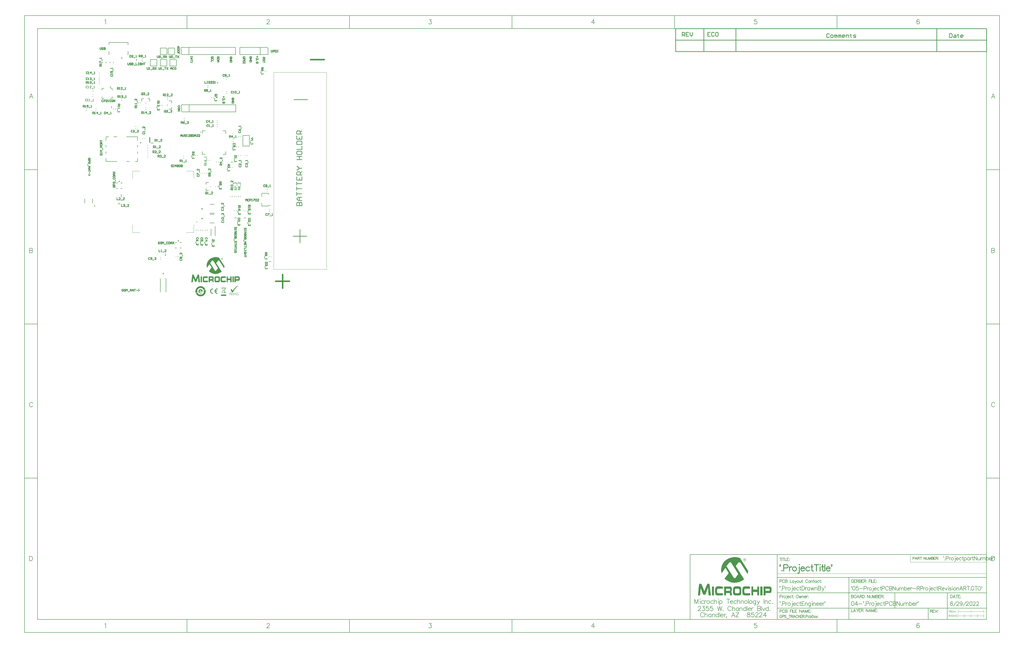
<source format=gto>
G04*
G04 #@! TF.GenerationSoftware,Altium Limited,Altium Designer,22.5.1 (42)*
G04*
G04 Layer_Color=65535*
%FSLAX43Y43*%
%MOMM*%
G71*
G04*
G04 #@! TF.SameCoordinates,C4BC9487-C326-4BBF-99EC-16615E38A13B*
G04*
G04*
G04 #@! TF.FilePolarity,Positive*
G04*
G01*
G75*
%ADD10C,0.250*%
%ADD11C,0.200*%
%ADD12C,0.100*%
%ADD13C,0.254*%
%ADD14C,0.600*%
%ADD15C,0.127*%
%ADD16C,0.180*%
%ADD17C,0.178*%
%ADD18C,0.150*%
%ADD19C,0.350*%
G36*
X55139Y-18019D02*
X55197Y-18036D01*
X55264Y-18061D01*
X55322Y-18102D01*
X55380Y-18169D01*
X55422Y-18252D01*
X55438Y-18311D01*
X55438Y-18369D01*
X55438Y-18386D01*
X55430Y-18427D01*
X55422Y-18486D01*
X55397Y-18561D01*
X55355Y-18627D01*
X55289Y-18686D01*
X55197Y-18736D01*
X55147Y-18744D01*
X55080Y-18752D01*
X55055Y-18752D01*
X55022Y-18744D01*
X54989Y-18736D01*
X54897Y-18702D01*
X54847Y-18677D01*
X54805Y-18644D01*
X54797Y-18636D01*
X54789Y-18619D01*
X54772Y-18602D01*
X54755Y-18569D01*
X54714Y-18477D01*
X54705Y-18427D01*
X54697Y-18369D01*
X54697Y-18361D01*
X54697Y-18344D01*
X54705Y-18319D01*
X54714Y-18277D01*
X54747Y-18202D01*
X54780Y-18161D01*
X54814Y-18119D01*
X54822Y-18111D01*
X54830Y-18102D01*
X54855Y-18086D01*
X54889Y-18061D01*
X54972Y-18027D01*
X55022Y-18019D01*
X55080Y-18011D01*
X55097Y-18011D01*
X55139Y-18019D01*
X55139Y-18019D02*
G37*
G36*
X52764Y-17694D02*
X52847Y-17703D01*
X52931Y-17711D01*
X53031Y-17719D01*
X53239Y-17752D01*
X53464Y-17802D01*
X53697Y-17869D01*
X53931Y-17961D01*
X56013Y-21268D01*
X56013Y-21277D01*
X56013Y-21293D01*
X56005Y-21327D01*
X56005Y-21368D01*
X55997Y-21427D01*
X55988Y-21485D01*
X55955Y-21626D01*
X55955Y-21635D01*
X55947Y-21660D01*
X55938Y-21701D01*
X55930Y-21751D01*
X55913Y-21810D01*
X55888Y-21876D01*
X55847Y-22035D01*
X54039Y-19210D01*
X54031Y-19202D01*
X54014Y-19177D01*
X53981Y-19144D01*
X53947Y-19102D01*
X53897Y-19060D01*
X53839Y-19027D01*
X53781Y-19002D01*
X53714Y-18994D01*
X53689Y-18994D01*
X53656Y-19002D01*
X53614Y-19019D01*
X53572Y-19044D01*
X53522Y-19085D01*
X53464Y-19135D01*
X53414Y-19202D01*
X52814Y-20027D01*
X54930Y-23376D01*
X54922Y-23384D01*
X54880Y-23418D01*
X54830Y-23459D01*
X54747Y-23518D01*
X54655Y-23584D01*
X54539Y-23659D01*
X54397Y-23743D01*
X54247Y-23826D01*
X54072Y-23909D01*
X53889Y-23993D01*
X53689Y-24068D01*
X53472Y-24134D01*
X53239Y-24193D01*
X52997Y-24234D01*
X52748Y-24267D01*
X52481Y-24276D01*
X52414Y-24276D01*
X52339Y-24267D01*
X52239Y-24259D01*
X52114Y-24243D01*
X51964Y-24218D01*
X51798Y-24184D01*
X51623Y-24143D01*
X51431Y-24084D01*
X51223Y-24009D01*
X51015Y-23926D01*
X50806Y-23818D01*
X50590Y-23693D01*
X50373Y-23551D01*
X50165Y-23384D01*
X49965Y-23193D01*
X50865Y-21951D01*
X50873Y-21943D01*
X50890Y-21910D01*
X50898Y-21885D01*
X50906Y-21851D01*
X50923Y-21801D01*
X50931Y-21751D01*
X50931Y-21743D01*
X50931Y-21735D01*
X50923Y-21685D01*
X50890Y-21602D01*
X50865Y-21552D01*
X50831Y-21502D01*
X50165Y-20460D01*
X49173Y-21835D01*
X49173Y-21826D01*
X49165Y-21818D01*
X49165Y-21793D01*
X49157Y-21760D01*
X49140Y-21676D01*
X49115Y-21568D01*
X49090Y-21427D01*
X49073Y-21277D01*
X49065Y-21110D01*
X49057Y-20927D01*
X49057Y-20910D01*
X49057Y-20868D01*
X49065Y-20802D01*
X49073Y-20710D01*
X49090Y-20602D01*
X49107Y-20468D01*
X49140Y-20327D01*
X49173Y-20169D01*
X49223Y-19994D01*
X49290Y-19819D01*
X49365Y-19635D01*
X49457Y-19444D01*
X49565Y-19260D01*
X49690Y-19069D01*
X49840Y-18886D01*
X50007Y-18702D01*
X50015Y-18694D01*
X50057Y-18661D01*
X50115Y-18611D01*
X50190Y-18544D01*
X50290Y-18469D01*
X50406Y-18377D01*
X50548Y-18286D01*
X50706Y-18194D01*
X50890Y-18102D01*
X51081Y-18011D01*
X51290Y-17919D01*
X51515Y-17844D01*
X51764Y-17777D01*
X52014Y-17728D01*
X52289Y-17694D01*
X52573Y-17686D01*
X52698Y-17686D01*
X52764Y-17694D01*
X52764Y-17694D02*
G37*
G36*
X56213Y-25217D02*
X56263Y-25217D01*
X56297Y-25226D01*
X56305Y-25226D01*
X56322Y-25234D01*
X56355Y-25251D01*
X56388Y-25267D01*
X56422Y-25301D01*
X56455Y-25334D01*
X56488Y-25384D01*
X56505Y-25451D01*
X56505Y-25459D01*
X56505Y-25476D01*
X56513Y-25501D01*
X56513Y-25542D01*
X56513Y-25592D01*
X56522Y-25650D01*
X56522Y-25725D01*
X56522Y-25817D01*
X55289Y-25784D01*
X55280Y-25784D01*
X55247Y-25792D01*
X55197Y-25809D01*
X55147Y-25834D01*
X55089Y-25892D01*
X55047Y-25975D01*
X55022Y-26025D01*
X55014Y-26092D01*
X54997Y-26159D01*
X54997Y-26242D01*
X54997Y-26492D01*
X54997Y-26500D01*
X54997Y-26509D01*
X55005Y-26559D01*
X55014Y-26634D01*
X55030Y-26717D01*
X55064Y-26800D01*
X55114Y-26875D01*
X55180Y-26925D01*
X55222Y-26933D01*
X55272Y-26942D01*
X56538Y-26942D01*
X56538Y-26958D01*
X56538Y-27000D01*
X56538Y-27058D01*
X56530Y-27133D01*
X56522Y-27217D01*
X56513Y-27292D01*
X56497Y-27350D01*
X56472Y-27400D01*
X56472Y-27408D01*
X56455Y-27417D01*
X56430Y-27433D01*
X56388Y-27458D01*
X56330Y-27483D01*
X56255Y-27500D01*
X56163Y-27508D01*
X56047Y-27517D01*
X55130Y-27517D01*
X55055Y-27500D01*
X54964Y-27483D01*
X54864Y-27458D01*
X54772Y-27417D01*
X54680Y-27358D01*
X54614Y-27275D01*
X54614Y-27267D01*
X54597Y-27242D01*
X54580Y-27200D01*
X54564Y-27133D01*
X54547Y-27058D01*
X54530Y-26958D01*
X54522Y-26842D01*
X54514Y-26709D01*
X54514Y-26034D01*
X54514Y-26025D01*
X54514Y-26009D01*
X54514Y-25975D01*
X54522Y-25942D01*
X54530Y-25842D01*
X54547Y-25725D01*
X54580Y-25600D01*
X54630Y-25476D01*
X54697Y-25376D01*
X54739Y-25326D01*
X54789Y-25292D01*
X54797Y-25292D01*
X54814Y-25276D01*
X54847Y-25267D01*
X54889Y-25251D01*
X54947Y-25234D01*
X55014Y-25226D01*
X55097Y-25209D01*
X56105Y-25209D01*
X56213Y-25217D01*
X56213Y-25217D02*
G37*
G36*
X58788Y-27500D02*
X58304Y-27500D01*
X58304Y-26642D01*
X57288Y-26642D01*
X57288Y-27500D01*
X56838Y-27500D01*
X56838Y-25226D01*
X57288Y-25226D01*
X57288Y-26034D01*
X58304Y-26034D01*
X58304Y-25226D01*
X58788Y-25226D01*
X58788Y-27500D01*
X58788Y-27500D02*
G37*
G36*
X45866Y-24492D02*
X45908Y-24501D01*
X45958Y-24526D01*
X46008Y-24567D01*
X46058Y-24634D01*
X46091Y-24717D01*
X46116Y-24834D01*
X46424Y-27500D01*
X45858Y-27500D01*
X45699Y-25584D01*
X45683Y-25584D01*
X45099Y-27125D01*
X45091Y-27133D01*
X45083Y-27167D01*
X45058Y-27200D01*
X45025Y-27250D01*
X44975Y-27292D01*
X44916Y-27333D01*
X44850Y-27367D01*
X44766Y-27375D01*
X44758Y-27375D01*
X44725Y-27367D01*
X44683Y-27358D01*
X44625Y-27342D01*
X44566Y-27317D01*
X44508Y-27267D01*
X44450Y-27208D01*
X44408Y-27125D01*
X43833Y-25609D01*
X43825Y-25609D01*
X43658Y-27500D01*
X43100Y-27500D01*
X43392Y-24809D01*
X43392Y-24792D01*
X43400Y-24759D01*
X43417Y-24709D01*
X43442Y-24642D01*
X43483Y-24584D01*
X43533Y-24534D01*
X43608Y-24501D01*
X43692Y-24484D01*
X43708Y-24484D01*
X43742Y-24492D01*
X43791Y-24501D01*
X43858Y-24517D01*
X43925Y-24559D01*
X43991Y-24609D01*
X44058Y-24684D01*
X44108Y-24784D01*
X44758Y-26434D01*
X44766Y-26434D01*
X45416Y-24784D01*
X45424Y-24767D01*
X45441Y-24734D01*
X45466Y-24692D01*
X45508Y-24634D01*
X45566Y-24576D01*
X45641Y-24534D01*
X45724Y-24501D01*
X45824Y-24484D01*
X45833Y-24484D01*
X45866Y-24492D01*
X45866Y-24492D02*
G37*
G36*
X61495Y-25234D02*
X61570Y-25242D01*
X61662Y-25276D01*
X61754Y-25317D01*
X61837Y-25384D01*
X61912Y-25484D01*
X61937Y-25542D01*
X61962Y-25609D01*
X61962Y-25617D01*
X61970Y-25634D01*
X61970Y-25675D01*
X61979Y-25717D01*
X61987Y-25775D01*
X61987Y-25842D01*
X61995Y-25925D01*
X61995Y-26009D01*
X61995Y-26192D01*
X61995Y-26200D01*
X61995Y-26209D01*
X61995Y-26259D01*
X61987Y-26325D01*
X61979Y-26417D01*
X61962Y-26509D01*
X61937Y-26609D01*
X61904Y-26700D01*
X61862Y-26775D01*
X61854Y-26784D01*
X61845Y-26800D01*
X61820Y-26825D01*
X61787Y-26850D01*
X61737Y-26875D01*
X61687Y-26900D01*
X61629Y-26917D01*
X61554Y-26925D01*
X60429Y-26925D01*
X60429Y-27500D01*
X59954Y-27500D01*
X59954Y-25226D01*
X61445Y-25226D01*
X61495Y-25234D01*
X61495Y-25234D02*
G37*
G36*
X59654Y-27500D02*
X59121Y-27500D01*
X59121Y-25226D01*
X59654Y-25226D01*
X59654Y-27500D01*
X59654Y-27500D02*
G37*
G36*
X51448Y-25234D02*
X51523Y-25259D01*
X51606Y-25309D01*
X51648Y-25342D01*
X51689Y-25392D01*
X51731Y-25442D01*
X51764Y-25509D01*
X51789Y-25584D01*
X51814Y-25675D01*
X51823Y-25784D01*
X51831Y-25900D01*
X51831Y-26042D01*
X51831Y-26050D01*
X51831Y-26059D01*
X51831Y-26084D01*
X51831Y-26117D01*
X51814Y-26200D01*
X51798Y-26292D01*
X51764Y-26392D01*
X51723Y-26484D01*
X51656Y-26559D01*
X51614Y-26592D01*
X51573Y-26609D01*
X51573Y-26617D01*
X51581Y-26617D01*
X51614Y-26634D01*
X51656Y-26667D01*
X51706Y-26709D01*
X51748Y-26775D01*
X51789Y-26858D01*
X51823Y-26975D01*
X51831Y-27050D01*
X51831Y-27125D01*
X51831Y-27500D01*
X51348Y-27500D01*
X51348Y-27233D01*
X51348Y-27225D01*
X51348Y-27200D01*
X51348Y-27167D01*
X51348Y-27133D01*
X51340Y-27050D01*
X51340Y-27017D01*
X51331Y-26992D01*
X51323Y-26975D01*
X51298Y-26950D01*
X51240Y-26925D01*
X51165Y-26908D01*
X50323Y-26908D01*
X50323Y-27500D01*
X49840Y-27500D01*
X49840Y-25226D01*
X51398Y-25226D01*
X51448Y-25234D01*
X51448Y-25234D02*
G37*
G36*
X47241Y-27500D02*
X46707Y-27500D01*
X46707Y-25226D01*
X47241Y-25226D01*
X47241Y-27500D01*
X47241Y-27500D02*
G37*
G36*
X53697Y-25217D02*
X53781Y-25234D01*
X53872Y-25259D01*
X53964Y-25292D01*
X54039Y-25342D01*
X54106Y-25409D01*
X54114Y-25417D01*
X54131Y-25442D01*
X54147Y-25492D01*
X54181Y-25559D01*
X54205Y-25650D01*
X54222Y-25750D01*
X54239Y-25875D01*
X54247Y-26025D01*
X54247Y-26700D01*
X54247Y-26709D01*
X54247Y-26725D01*
X54247Y-26759D01*
X54239Y-26800D01*
X54230Y-26908D01*
X54205Y-27033D01*
X54164Y-27167D01*
X54106Y-27292D01*
X54022Y-27400D01*
X53972Y-27442D01*
X53914Y-27475D01*
X53906Y-27475D01*
X53889Y-27483D01*
X53864Y-27492D01*
X53822Y-27492D01*
X53772Y-27500D01*
X53714Y-27508D01*
X53639Y-27517D01*
X52739Y-27517D01*
X52673Y-27508D01*
X52581Y-27492D01*
X52489Y-27467D01*
X52398Y-27425D01*
X52306Y-27375D01*
X52239Y-27300D01*
X52231Y-27292D01*
X52223Y-27267D01*
X52198Y-27217D01*
X52181Y-27150D01*
X52156Y-27067D01*
X52131Y-26967D01*
X52123Y-26842D01*
X52114Y-26700D01*
X52114Y-26025D01*
X52114Y-26017D01*
X52114Y-25992D01*
X52114Y-25959D01*
X52123Y-25917D01*
X52123Y-25867D01*
X52139Y-25800D01*
X52164Y-25667D01*
X52214Y-25534D01*
X52281Y-25401D01*
X52323Y-25351D01*
X52381Y-25301D01*
X52439Y-25259D01*
X52506Y-25234D01*
X52514Y-25234D01*
X52531Y-25226D01*
X52556Y-25226D01*
X52589Y-25217D01*
X52631Y-25217D01*
X52681Y-25209D01*
X53631Y-25209D01*
X53697Y-25217D01*
X53697Y-25217D02*
G37*
G36*
X49057Y-25217D02*
X49173Y-25217D01*
X49273Y-25226D01*
X49323Y-25234D01*
X49357Y-25242D01*
X49390Y-25251D01*
X49407Y-25259D01*
X49415Y-25259D01*
X49423Y-25276D01*
X49448Y-25309D01*
X49473Y-25351D01*
X49490Y-25417D01*
X49515Y-25509D01*
X49523Y-25634D01*
X49532Y-25700D01*
X49532Y-25784D01*
X48290Y-25784D01*
X48232Y-25792D01*
X48165Y-25825D01*
X48132Y-25842D01*
X48099Y-25875D01*
X48099Y-25884D01*
X48090Y-25892D01*
X48074Y-25917D01*
X48065Y-25959D01*
X48049Y-26009D01*
X48032Y-26067D01*
X48024Y-26150D01*
X48024Y-26242D01*
X48024Y-26492D01*
X48024Y-26500D01*
X48024Y-26534D01*
X48024Y-26584D01*
X48032Y-26634D01*
X48040Y-26750D01*
X48049Y-26800D01*
X48065Y-26833D01*
X48065Y-26842D01*
X48074Y-26850D01*
X48115Y-26883D01*
X48149Y-26908D01*
X48190Y-26925D01*
X48240Y-26933D01*
X48299Y-26942D01*
X49565Y-26942D01*
X49565Y-26958D01*
X49565Y-26992D01*
X49565Y-27050D01*
X49557Y-27117D01*
X49548Y-27192D01*
X49540Y-27267D01*
X49523Y-27325D01*
X49498Y-27375D01*
X49490Y-27383D01*
X49482Y-27400D01*
X49448Y-27417D01*
X49415Y-27442D01*
X49357Y-27475D01*
X49282Y-27492D01*
X49190Y-27508D01*
X49073Y-27517D01*
X48157Y-27517D01*
X48082Y-27508D01*
X48007Y-27492D01*
X47915Y-27475D01*
X47824Y-27442D01*
X47740Y-27392D01*
X47674Y-27333D01*
X47666Y-27325D01*
X47649Y-27300D01*
X47624Y-27250D01*
X47599Y-27183D01*
X47574Y-27100D01*
X47549Y-26992D01*
X47532Y-26858D01*
X47524Y-26700D01*
X47524Y-26025D01*
X47524Y-26017D01*
X47524Y-25992D01*
X47524Y-25959D01*
X47532Y-25909D01*
X47541Y-25850D01*
X47549Y-25792D01*
X47582Y-25650D01*
X47640Y-25509D01*
X47724Y-25376D01*
X47774Y-25317D01*
X47840Y-25276D01*
X47907Y-25242D01*
X47990Y-25217D01*
X48007Y-25217D01*
X48057Y-25209D01*
X48949Y-25209D01*
X49057Y-25217D01*
X49057Y-25217D02*
G37*
G36*
X56864Y-29493D02*
X56411Y-29959D01*
X56461Y-29959D01*
X56461Y-30209D01*
X56281Y-30209D01*
X56248Y-30602D01*
X56198Y-31139D01*
X56798Y-31759D01*
X56751Y-31805D01*
X56195Y-31225D01*
X56188Y-31262D01*
X56215Y-31272D01*
X56241Y-31292D01*
X56268Y-31315D01*
X56288Y-31342D01*
X56305Y-31375D01*
X56315Y-31402D01*
X56321Y-31432D01*
X56325Y-31472D01*
X56321Y-31502D01*
X56311Y-31542D01*
X56291Y-31582D01*
X56265Y-31622D01*
X56238Y-31645D01*
X56205Y-31669D01*
X56168Y-31682D01*
X56135Y-31692D01*
X56088Y-31695D01*
X56041Y-31689D01*
X55998Y-31675D01*
X55955Y-31645D01*
X55921Y-31612D01*
X55901Y-31582D01*
X55888Y-31552D01*
X55448Y-31552D01*
X55448Y-31705D01*
X55308Y-31705D01*
X55308Y-31552D01*
X55288Y-31552D01*
X55248Y-31152D01*
X54615Y-31805D01*
X54568Y-31762D01*
X55245Y-31065D01*
X55211Y-30756D01*
X55172Y-30329D01*
X55155Y-30152D01*
X54525Y-29493D01*
X54568Y-29449D01*
X55148Y-30049D01*
X55132Y-29902D01*
X55032Y-29902D01*
X55032Y-29789D01*
X55122Y-29789D01*
X55118Y-29762D01*
X55125Y-29749D01*
X55138Y-29736D01*
X55152Y-29722D01*
X55172Y-29706D01*
X55195Y-29689D01*
X55221Y-29672D01*
X55245Y-29662D01*
X55265Y-29652D01*
X55265Y-29579D01*
X55418Y-29579D01*
X55418Y-29609D01*
X55465Y-29602D01*
X55515Y-29596D01*
X55561Y-29589D01*
X55588Y-29589D01*
X55588Y-29543D01*
X55945Y-29543D01*
X55945Y-29596D01*
X55991Y-29602D01*
X56045Y-29612D01*
X56098Y-29622D01*
X56148Y-29639D01*
X56198Y-29656D01*
X56231Y-29676D01*
X56261Y-29692D01*
X56278Y-29709D01*
X56288Y-29696D01*
X56305Y-29686D01*
X56328Y-29676D01*
X56355Y-29672D01*
X56378Y-29676D01*
X56405Y-29686D01*
X56421Y-29706D01*
X56438Y-29729D01*
X56445Y-29742D01*
X56448Y-29766D01*
X56445Y-29786D01*
X56441Y-29802D01*
X56435Y-29816D01*
X56425Y-29829D01*
X56411Y-29842D01*
X56401Y-29849D01*
X56391Y-29856D01*
X56391Y-29889D01*
X56818Y-29449D01*
X56864Y-29493D01*
X56864Y-29493D02*
G37*
G36*
X53328Y-29956D02*
X53328Y-30269D01*
X53318Y-30269D01*
X53308Y-30265D01*
X53298Y-30265D01*
X53264Y-30262D01*
X53201Y-30262D01*
X53181Y-30265D01*
X53158Y-30265D01*
X53134Y-30269D01*
X53071Y-30282D01*
X53001Y-30302D01*
X52924Y-30329D01*
X52844Y-30369D01*
X52804Y-30395D01*
X52768Y-30422D01*
X52764Y-30425D01*
X52758Y-30429D01*
X52748Y-30439D01*
X52734Y-30452D01*
X52721Y-30465D01*
X52701Y-30485D01*
X52661Y-30532D01*
X52618Y-30592D01*
X52578Y-30662D01*
X52541Y-30742D01*
X52528Y-30785D01*
X52514Y-30832D01*
X53121Y-30832D01*
X53121Y-31145D01*
X52514Y-31145D01*
X52514Y-31149D01*
X52518Y-31155D01*
X52521Y-31169D01*
X52524Y-31185D01*
X52534Y-31209D01*
X52541Y-31232D01*
X52568Y-31289D01*
X52601Y-31355D01*
X52644Y-31422D01*
X52701Y-31492D01*
X52731Y-31525D01*
X52768Y-31555D01*
X52771Y-31558D01*
X52778Y-31562D01*
X52788Y-31568D01*
X52804Y-31578D01*
X52821Y-31592D01*
X52844Y-31605D01*
X52871Y-31618D01*
X52901Y-31635D01*
X52968Y-31665D01*
X53044Y-31688D01*
X53131Y-31708D01*
X53178Y-31712D01*
X53224Y-31715D01*
X53258Y-31715D01*
X53291Y-31712D01*
X53328Y-31708D01*
X53328Y-32022D01*
X53294Y-32022D01*
X53261Y-32025D01*
X53204Y-32025D01*
X53184Y-32022D01*
X53151Y-32022D01*
X53114Y-32015D01*
X53071Y-32008D01*
X53024Y-31998D01*
X52971Y-31988D01*
X52914Y-31972D01*
X52858Y-31952D01*
X52794Y-31925D01*
X52734Y-31898D01*
X52671Y-31862D01*
X52611Y-31822D01*
X52548Y-31775D01*
X52491Y-31722D01*
X52488Y-31718D01*
X52478Y-31708D01*
X52464Y-31692D01*
X52444Y-31668D01*
X52421Y-31638D01*
X52395Y-31602D01*
X52368Y-31562D01*
X52341Y-31515D01*
X52311Y-31465D01*
X52285Y-31408D01*
X52258Y-31348D01*
X52235Y-31285D01*
X52215Y-31215D01*
X52201Y-31142D01*
X52191Y-31069D01*
X52188Y-30989D01*
X52188Y-30982D01*
X52188Y-30969D01*
X52191Y-30945D01*
X52191Y-30915D01*
X52198Y-30879D01*
X52205Y-30835D01*
X52215Y-30789D01*
X52225Y-30735D01*
X52241Y-30679D01*
X52261Y-30622D01*
X52288Y-30559D01*
X52315Y-30499D01*
X52351Y-30435D01*
X52391Y-30375D01*
X52438Y-30312D01*
X52491Y-30255D01*
X52494Y-30252D01*
X52504Y-30242D01*
X52521Y-30229D01*
X52544Y-30209D01*
X52574Y-30185D01*
X52611Y-30159D01*
X52651Y-30132D01*
X52698Y-30102D01*
X52748Y-30076D01*
X52804Y-30049D01*
X52864Y-30022D01*
X52928Y-29999D01*
X52998Y-29979D01*
X53071Y-29966D01*
X53144Y-29956D01*
X53224Y-29952D01*
X53288Y-29952D01*
X53328Y-29956D01*
X53328Y-29956D02*
G37*
G36*
X51565Y-29956D02*
X51565Y-30269D01*
X51555Y-30269D01*
X51545Y-30265D01*
X51531Y-30265D01*
X51498Y-30262D01*
X51431Y-30262D01*
X51411Y-30265D01*
X51385Y-30269D01*
X51355Y-30272D01*
X51321Y-30279D01*
X51285Y-30289D01*
X51201Y-30315D01*
X51158Y-30332D01*
X51115Y-30352D01*
X51071Y-30375D01*
X51028Y-30405D01*
X50985Y-30439D01*
X50945Y-30475D01*
X50942Y-30479D01*
X50935Y-30485D01*
X50925Y-30495D01*
X50912Y-30512D01*
X50895Y-30535D01*
X50878Y-30559D01*
X50858Y-30589D01*
X50842Y-30619D01*
X50822Y-30655D01*
X50802Y-30695D01*
X50768Y-30782D01*
X50755Y-30829D01*
X50745Y-30882D01*
X50738Y-30932D01*
X50735Y-30989D01*
X50735Y-30992D01*
X50735Y-31002D01*
X50735Y-31019D01*
X50738Y-31039D01*
X50742Y-31065D01*
X50745Y-31095D01*
X50752Y-31129D01*
X50762Y-31165D01*
X50785Y-31245D01*
X50805Y-31289D01*
X50825Y-31332D01*
X50848Y-31375D01*
X50875Y-31418D01*
X50908Y-31462D01*
X50945Y-31502D01*
X50948Y-31505D01*
X50955Y-31512D01*
X50968Y-31522D01*
X50982Y-31535D01*
X51005Y-31552D01*
X51028Y-31568D01*
X51058Y-31588D01*
X51088Y-31608D01*
X51125Y-31628D01*
X51165Y-31648D01*
X51251Y-31682D01*
X51301Y-31695D01*
X51351Y-31705D01*
X51405Y-31712D01*
X51461Y-31715D01*
X51495Y-31715D01*
X51528Y-31712D01*
X51565Y-31708D01*
X51565Y-32022D01*
X51531Y-32022D01*
X51498Y-32025D01*
X51441Y-32025D01*
X51421Y-32022D01*
X51388Y-32022D01*
X51351Y-32015D01*
X51308Y-32008D01*
X51261Y-31998D01*
X51208Y-31988D01*
X51151Y-31972D01*
X51091Y-31952D01*
X51032Y-31925D01*
X50968Y-31898D01*
X50908Y-31862D01*
X50845Y-31822D01*
X50785Y-31775D01*
X50725Y-31722D01*
X50722Y-31718D01*
X50712Y-31708D01*
X50698Y-31692D01*
X50678Y-31668D01*
X50655Y-31638D01*
X50628Y-31602D01*
X50602Y-31562D01*
X50575Y-31515D01*
X50545Y-31465D01*
X50518Y-31408D01*
X50492Y-31348D01*
X50468Y-31285D01*
X50448Y-31215D01*
X50435Y-31142D01*
X50425Y-31069D01*
X50422Y-30989D01*
X50422Y-30982D01*
X50422Y-30969D01*
X50425Y-30945D01*
X50425Y-30915D01*
X50432Y-30879D01*
X50438Y-30835D01*
X50448Y-30789D01*
X50458Y-30735D01*
X50475Y-30679D01*
X50495Y-30622D01*
X50522Y-30559D01*
X50548Y-30499D01*
X50585Y-30435D01*
X50625Y-30375D01*
X50672Y-30312D01*
X50725Y-30255D01*
X50728Y-30252D01*
X50738Y-30242D01*
X50755Y-30229D01*
X50778Y-30209D01*
X50808Y-30185D01*
X50845Y-30159D01*
X50885Y-30132D01*
X50932Y-30102D01*
X50985Y-30076D01*
X51038Y-30049D01*
X51101Y-30022D01*
X51165Y-29999D01*
X51235Y-29979D01*
X51305Y-29966D01*
X51381Y-29956D01*
X51461Y-29952D01*
X51528Y-29952D01*
X51565Y-29956D01*
X51565Y-29956D02*
G37*
G36*
X46754Y-29054D02*
X46781Y-29054D01*
X46814Y-29058D01*
X46848Y-29061D01*
X46928Y-29068D01*
X47014Y-29081D01*
X47108Y-29098D01*
X47204Y-29121D01*
X47208Y-29121D01*
X47214Y-29124D01*
X47231Y-29128D01*
X47248Y-29134D01*
X47271Y-29141D01*
X47298Y-29148D01*
X47328Y-29158D01*
X47361Y-29171D01*
X47434Y-29198D01*
X47514Y-29231D01*
X47598Y-29271D01*
X47681Y-29318D01*
X47684Y-29318D01*
X47691Y-29324D01*
X47701Y-29331D01*
X47717Y-29341D01*
X47737Y-29354D01*
X47761Y-29368D01*
X47814Y-29404D01*
X47874Y-29451D01*
X47944Y-29504D01*
X48011Y-29561D01*
X48081Y-29628D01*
X48084Y-29631D01*
X48087Y-29634D01*
X48097Y-29644D01*
X48111Y-29658D01*
X48127Y-29674D01*
X48147Y-29694D01*
X48191Y-29744D01*
X48237Y-29804D01*
X48291Y-29871D01*
X48344Y-29947D01*
X48397Y-30031D01*
X48397Y-30034D01*
X48404Y-30041D01*
X48411Y-30054D01*
X48421Y-30071D01*
X48431Y-30091D01*
X48444Y-30117D01*
X48461Y-30144D01*
X48474Y-30177D01*
X48507Y-30247D01*
X48544Y-30331D01*
X48577Y-30421D01*
X48607Y-30514D01*
X48334Y-30251D01*
X47944Y-30621D01*
X47944Y-30617D01*
X47937Y-30604D01*
X47927Y-30581D01*
X47917Y-30554D01*
X47901Y-30521D01*
X47881Y-30481D01*
X47857Y-30437D01*
X47831Y-30387D01*
X47801Y-30337D01*
X47764Y-30284D01*
X47724Y-30231D01*
X47681Y-30177D01*
X47631Y-30121D01*
X47578Y-30071D01*
X47521Y-30017D01*
X47458Y-29971D01*
X47454Y-29967D01*
X47441Y-29961D01*
X47424Y-29947D01*
X47398Y-29931D01*
X47364Y-29914D01*
X47328Y-29891D01*
X47281Y-29867D01*
X47231Y-29844D01*
X47178Y-29821D01*
X47118Y-29801D01*
X47054Y-29778D01*
X46988Y-29761D01*
X46914Y-29744D01*
X46841Y-29731D01*
X46764Y-29724D01*
X46684Y-29721D01*
X46648Y-29721D01*
X46624Y-29724D01*
X46591Y-29728D01*
X46554Y-29731D01*
X46511Y-29734D01*
X46464Y-29744D01*
X46414Y-29751D01*
X46361Y-29764D01*
X46248Y-29794D01*
X46191Y-29814D01*
X46131Y-29837D01*
X46071Y-29867D01*
X46015Y-29897D01*
X46011Y-29901D01*
X46001Y-29904D01*
X45985Y-29914D01*
X45965Y-29931D01*
X45938Y-29947D01*
X45908Y-29971D01*
X45875Y-29994D01*
X45838Y-30024D01*
X45801Y-30057D01*
X45761Y-30094D01*
X45721Y-30134D01*
X45681Y-30177D01*
X45641Y-30224D01*
X45601Y-30274D01*
X45531Y-30384D01*
X45528Y-30387D01*
X45525Y-30397D01*
X45515Y-30414D01*
X45505Y-30437D01*
X45491Y-30467D01*
X45475Y-30501D01*
X45458Y-30537D01*
X45445Y-30581D01*
X45428Y-30631D01*
X45411Y-30681D01*
X45395Y-30737D01*
X45381Y-30794D01*
X45361Y-30917D01*
X45358Y-30984D01*
X45355Y-31051D01*
X45698Y-31051D01*
X45035Y-31687D01*
X44375Y-31051D01*
X44688Y-31051D01*
X44688Y-31044D01*
X44688Y-31027D01*
X44692Y-30997D01*
X44692Y-30957D01*
X44695Y-30911D01*
X44702Y-30854D01*
X44712Y-30791D01*
X44722Y-30721D01*
X44735Y-30647D01*
X44755Y-30567D01*
X44775Y-30484D01*
X44802Y-30397D01*
X44832Y-30311D01*
X44868Y-30224D01*
X44908Y-30134D01*
X44955Y-30047D01*
X44958Y-30041D01*
X44968Y-30027D01*
X44982Y-30004D01*
X45005Y-29971D01*
X45032Y-29934D01*
X45065Y-29887D01*
X45101Y-29837D01*
X45148Y-29784D01*
X45195Y-29728D01*
X45251Y-29668D01*
X45311Y-29608D01*
X45375Y-29548D01*
X45445Y-29488D01*
X45518Y-29428D01*
X45598Y-29374D01*
X45681Y-29321D01*
X45688Y-29318D01*
X45701Y-29308D01*
X45728Y-29294D01*
X45761Y-29278D01*
X45805Y-29258D01*
X45855Y-29234D01*
X45915Y-29211D01*
X45978Y-29184D01*
X46051Y-29161D01*
X46128Y-29138D01*
X46211Y-29114D01*
X46298Y-29094D01*
X46391Y-29074D01*
X46484Y-29061D01*
X46584Y-29054D01*
X46684Y-29051D01*
X46731Y-29051D01*
X46754Y-29054D01*
X46754Y-29054D02*
G37*
G36*
X61191Y-28852D02*
X61199Y-28868D01*
X61216Y-28893D01*
X61224Y-28902D01*
X61233Y-28910D01*
X61241Y-28918D01*
X61249Y-28927D01*
X61241Y-28935D01*
X61224Y-28952D01*
X61199Y-28977D01*
X61166Y-29010D01*
X61116Y-29052D01*
X61049Y-29118D01*
X61041Y-29127D01*
X61016Y-29152D01*
X60974Y-29185D01*
X60924Y-29235D01*
X60866Y-29293D01*
X60808Y-29360D01*
X60674Y-29502D01*
X60666Y-29510D01*
X60658Y-29518D01*
X60633Y-29543D01*
X60599Y-29577D01*
X60524Y-29668D01*
X60424Y-29777D01*
X60299Y-29918D01*
X60174Y-30076D01*
X60041Y-30251D01*
X59916Y-30435D01*
X59916Y-30443D01*
X59900Y-30460D01*
X59883Y-30485D01*
X59866Y-30518D01*
X59808Y-30610D01*
X59733Y-30718D01*
X59658Y-30851D01*
X59583Y-30993D01*
X59516Y-31126D01*
X59458Y-31259D01*
X59016Y-31593D01*
X59016Y-31584D01*
X59008Y-31568D01*
X58983Y-31526D01*
X58958Y-31459D01*
X58941Y-31418D01*
X58916Y-31368D01*
X58883Y-31301D01*
X58858Y-31226D01*
X58816Y-31143D01*
X58775Y-31051D01*
X58775Y-31043D01*
X58766Y-31026D01*
X58750Y-31001D01*
X58733Y-30968D01*
X58692Y-30876D01*
X58633Y-30776D01*
X58567Y-30676D01*
X58492Y-30593D01*
X58458Y-30560D01*
X58425Y-30535D01*
X58383Y-30518D01*
X58350Y-30518D01*
X58367Y-30501D01*
X58392Y-30485D01*
X58417Y-30460D01*
X58458Y-30426D01*
X58508Y-30376D01*
X58517Y-30368D01*
X58533Y-30351D01*
X58567Y-30326D01*
X58600Y-30301D01*
X58642Y-30285D01*
X58692Y-30260D01*
X58733Y-30251D01*
X58775Y-30260D01*
X58783Y-30260D01*
X58791Y-30268D01*
X58833Y-30293D01*
X58883Y-30326D01*
X58933Y-30385D01*
X58941Y-30393D01*
X58950Y-30418D01*
X58966Y-30451D01*
X58991Y-30493D01*
X59050Y-30601D01*
X59108Y-30718D01*
X59108Y-30726D01*
X59116Y-30743D01*
X59150Y-30793D01*
X59175Y-30843D01*
X59183Y-30860D01*
X59183Y-30868D01*
X59191Y-30860D01*
X59200Y-30843D01*
X59216Y-30818D01*
X59250Y-30768D01*
X59300Y-30693D01*
X59333Y-30651D01*
X59375Y-30593D01*
X59416Y-30535D01*
X59466Y-30460D01*
X59466Y-30451D01*
X59483Y-30443D01*
X59500Y-30418D01*
X59516Y-30385D01*
X59583Y-30310D01*
X59666Y-30201D01*
X59766Y-30076D01*
X59891Y-29926D01*
X60024Y-29777D01*
X60183Y-29610D01*
X60191Y-29602D01*
X60199Y-29593D01*
X60224Y-29568D01*
X60258Y-29535D01*
X60341Y-29452D01*
X60449Y-29352D01*
X60583Y-29243D01*
X60724Y-29127D01*
X60874Y-29010D01*
X61033Y-28910D01*
X61041Y-28910D01*
X61058Y-28902D01*
X61083Y-28885D01*
X61091Y-28877D01*
X61116Y-28868D01*
X61149Y-28852D01*
X61183Y-28835D01*
X61191Y-28852D01*
X61191Y-28852D02*
G37*
G36*
X61108Y-31559D02*
X61149Y-31559D01*
X61224Y-31593D01*
X61266Y-31609D01*
X61307Y-31643D01*
X61316Y-31643D01*
X61324Y-31659D01*
X61357Y-31701D01*
X61391Y-31776D01*
X61407Y-31818D01*
X61407Y-31868D01*
X61307Y-31868D01*
X61307Y-31859D01*
X61307Y-31851D01*
X61299Y-31809D01*
X61283Y-31751D01*
X61241Y-31701D01*
X61233Y-31693D01*
X61191Y-31668D01*
X61133Y-31651D01*
X61058Y-31643D01*
X61041Y-31643D01*
X60991Y-31651D01*
X60933Y-31659D01*
X60883Y-31693D01*
X60874Y-31701D01*
X60858Y-31726D01*
X60833Y-31776D01*
X60824Y-31843D01*
X60824Y-31851D01*
X60833Y-31884D01*
X60841Y-31918D01*
X60858Y-31951D01*
X60866Y-31959D01*
X60891Y-31976D01*
X60933Y-31993D01*
X60991Y-32018D01*
X61116Y-32043D01*
X61124Y-32043D01*
X61141Y-32051D01*
X61174Y-32059D01*
X61208Y-32076D01*
X61291Y-32109D01*
X61324Y-32134D01*
X61357Y-32159D01*
X61374Y-32176D01*
X61399Y-32209D01*
X61424Y-32268D01*
X61441Y-32343D01*
X61441Y-32351D01*
X61441Y-32368D01*
X61432Y-32393D01*
X61432Y-32426D01*
X61399Y-32501D01*
X61374Y-32534D01*
X61341Y-32559D01*
X61324Y-32576D01*
X61274Y-32601D01*
X61191Y-32626D01*
X61083Y-32642D01*
X61049Y-32642D01*
X61016Y-32634D01*
X60983Y-32634D01*
X60883Y-32601D01*
X60841Y-32584D01*
X60799Y-32551D01*
X60783Y-32534D01*
X60749Y-32493D01*
X60716Y-32418D01*
X60708Y-32368D01*
X60699Y-32309D01*
X60699Y-32301D01*
X60799Y-32301D01*
X60799Y-32309D01*
X60799Y-32318D01*
X60808Y-32368D01*
X60824Y-32434D01*
X60866Y-32493D01*
X60883Y-32501D01*
X60924Y-32526D01*
X60991Y-32551D01*
X61083Y-32559D01*
X61099Y-32559D01*
X61141Y-32551D01*
X61208Y-32534D01*
X61274Y-32501D01*
X61283Y-32493D01*
X61307Y-32459D01*
X61332Y-32409D01*
X61341Y-32351D01*
X61341Y-32334D01*
X61332Y-32301D01*
X61324Y-32259D01*
X61299Y-32218D01*
X61291Y-32209D01*
X61249Y-32193D01*
X61191Y-32168D01*
X61099Y-32143D01*
X61008Y-32109D01*
X60999Y-32109D01*
X60983Y-32101D01*
X60949Y-32093D01*
X60916Y-32084D01*
X60841Y-32051D01*
X60808Y-32034D01*
X60783Y-32009D01*
X60774Y-32001D01*
X60758Y-31968D01*
X60733Y-31909D01*
X60724Y-31834D01*
X60724Y-31826D01*
X60724Y-31809D01*
X60733Y-31759D01*
X60766Y-31701D01*
X60783Y-31668D01*
X60816Y-31634D01*
X60824Y-31634D01*
X60833Y-31618D01*
X60883Y-31593D01*
X60958Y-31568D01*
X61058Y-31551D01*
X61083Y-31551D01*
X61108Y-31559D01*
X61108Y-31559D02*
G37*
G36*
X46754Y-30224D02*
X46801Y-30227D01*
X46854Y-30234D01*
X46908Y-30244D01*
X46964Y-30257D01*
X47014Y-30274D01*
X47021Y-30277D01*
X47038Y-30284D01*
X47064Y-30297D01*
X47098Y-30314D01*
X47134Y-30337D01*
X47178Y-30371D01*
X47224Y-30407D01*
X47271Y-30451D01*
X47274Y-30454D01*
X47281Y-30461D01*
X47294Y-30477D01*
X47311Y-30497D01*
X47328Y-30521D01*
X47348Y-30554D01*
X47371Y-30591D01*
X47394Y-30634D01*
X47418Y-30684D01*
X47441Y-30737D01*
X47461Y-30797D01*
X47478Y-30864D01*
X47494Y-30937D01*
X47508Y-31014D01*
X47514Y-31097D01*
X47518Y-31187D01*
X46228Y-31187D01*
X46228Y-31190D01*
X46228Y-31194D01*
X46231Y-31214D01*
X46238Y-31247D01*
X46248Y-31287D01*
X46265Y-31330D01*
X46285Y-31377D01*
X46311Y-31427D01*
X46344Y-31470D01*
X46348Y-31474D01*
X46361Y-31487D01*
X46384Y-31507D01*
X46411Y-31530D01*
X46444Y-31557D01*
X46481Y-31580D01*
X46524Y-31604D01*
X46571Y-31624D01*
X46578Y-31624D01*
X46594Y-31630D01*
X46621Y-31637D01*
X46658Y-31644D01*
X46701Y-31650D01*
X46751Y-31657D01*
X46808Y-31660D01*
X46868Y-31664D01*
X46891Y-31664D01*
X46918Y-31660D01*
X46951Y-31657D01*
X46991Y-31650D01*
X47031Y-31640D01*
X47074Y-31627D01*
X47114Y-31610D01*
X47118Y-31607D01*
X47131Y-31600D01*
X47151Y-31590D01*
X47174Y-31574D01*
X47201Y-31557D01*
X47228Y-31534D01*
X47251Y-31510D01*
X47274Y-31484D01*
X47278Y-31480D01*
X47284Y-31470D01*
X47294Y-31454D01*
X47311Y-31430D01*
X47328Y-31400D01*
X47348Y-31367D01*
X47368Y-31330D01*
X47388Y-31287D01*
X47508Y-31287D01*
X47508Y-31290D01*
X47504Y-31294D01*
X47501Y-31304D01*
X47494Y-31317D01*
X47478Y-31354D01*
X47454Y-31397D01*
X47428Y-31447D01*
X47398Y-31500D01*
X47364Y-31554D01*
X47328Y-31604D01*
X47324Y-31610D01*
X47311Y-31624D01*
X47288Y-31647D01*
X47258Y-31674D01*
X47221Y-31707D01*
X47174Y-31740D01*
X47121Y-31774D01*
X47064Y-31807D01*
X47061Y-31807D01*
X47058Y-31810D01*
X47048Y-31814D01*
X47034Y-31820D01*
X47001Y-31830D01*
X46958Y-31844D01*
X46901Y-31857D01*
X46838Y-31870D01*
X46768Y-31877D01*
X46654Y-31877D01*
X46634Y-31874D01*
X46611Y-31874D01*
X46558Y-31867D01*
X46494Y-31857D01*
X46424Y-31840D01*
X46351Y-31820D01*
X46281Y-31790D01*
X46278Y-31790D01*
X46275Y-31787D01*
X46265Y-31780D01*
X46251Y-31774D01*
X46218Y-31750D01*
X46175Y-31720D01*
X46125Y-31684D01*
X46075Y-31637D01*
X46025Y-31580D01*
X45975Y-31514D01*
X45975Y-31510D01*
X45968Y-31504D01*
X45965Y-31494D01*
X45955Y-31480D01*
X45945Y-31460D01*
X45935Y-31440D01*
X45925Y-31414D01*
X45915Y-31384D01*
X45891Y-31317D01*
X45871Y-31240D01*
X45858Y-31150D01*
X45851Y-31054D01*
X45851Y-31051D01*
X45851Y-31037D01*
X45855Y-31021D01*
X45855Y-30994D01*
X45858Y-30964D01*
X45865Y-30931D01*
X45871Y-30891D01*
X45881Y-30847D01*
X45895Y-30801D01*
X45911Y-30754D01*
X45931Y-30704D01*
X45955Y-30654D01*
X45981Y-30604D01*
X46015Y-30554D01*
X46051Y-30507D01*
X46095Y-30461D01*
X46098Y-30457D01*
X46105Y-30451D01*
X46121Y-30437D01*
X46138Y-30424D01*
X46161Y-30404D01*
X46191Y-30384D01*
X46225Y-30364D01*
X46261Y-30341D01*
X46301Y-30317D01*
X46348Y-30297D01*
X46394Y-30277D01*
X46448Y-30257D01*
X46501Y-30244D01*
X46561Y-30231D01*
X46621Y-30224D01*
X46684Y-30221D01*
X46718Y-30221D01*
X46754Y-30224D01*
X46754Y-30224D02*
G37*
G36*
X60516Y-32617D02*
X60424Y-32617D01*
X60424Y-32118D01*
X59841Y-32118D01*
X59841Y-32617D01*
X59741Y-32617D01*
X59741Y-31584D01*
X59841Y-31584D01*
X59841Y-32026D01*
X60424Y-32026D01*
X60424Y-31584D01*
X60516Y-31584D01*
X60516Y-32617D01*
X60516Y-32617D02*
G37*
G36*
X48994Y-31051D02*
X48681Y-31051D01*
X48681Y-31057D01*
X48681Y-31074D01*
X48677Y-31104D01*
X48677Y-31140D01*
X48674Y-31190D01*
X48667Y-31247D01*
X48657Y-31307D01*
X48647Y-31377D01*
X48634Y-31454D01*
X48614Y-31530D01*
X48594Y-31614D01*
X48567Y-31700D01*
X48537Y-31787D01*
X48501Y-31874D01*
X48457Y-31964D01*
X48411Y-32050D01*
X48407Y-32057D01*
X48397Y-32070D01*
X48384Y-32094D01*
X48361Y-32127D01*
X48334Y-32164D01*
X48301Y-32210D01*
X48264Y-32260D01*
X48221Y-32314D01*
X48171Y-32370D01*
X48117Y-32430D01*
X48057Y-32490D01*
X47991Y-32553D01*
X47921Y-32613D01*
X47847Y-32670D01*
X47767Y-32727D01*
X47684Y-32780D01*
X47677Y-32783D01*
X47664Y-32790D01*
X47638Y-32803D01*
X47604Y-32820D01*
X47561Y-32843D01*
X47511Y-32863D01*
X47454Y-32890D01*
X47388Y-32913D01*
X47318Y-32937D01*
X47241Y-32963D01*
X47158Y-32983D01*
X47071Y-33003D01*
X46978Y-33023D01*
X46884Y-33037D01*
X46784Y-33043D01*
X46684Y-33047D01*
X46638Y-33047D01*
X46618Y-33043D01*
X46571Y-33040D01*
X46511Y-33033D01*
X46444Y-33027D01*
X46364Y-33013D01*
X46281Y-32997D01*
X46191Y-32973D01*
X46095Y-32947D01*
X45995Y-32917D01*
X45891Y-32877D01*
X45788Y-32830D01*
X45685Y-32777D01*
X45578Y-32713D01*
X45478Y-32643D01*
X45471Y-32640D01*
X45455Y-32623D01*
X45428Y-32600D01*
X45391Y-32570D01*
X45348Y-32530D01*
X45301Y-32480D01*
X45245Y-32423D01*
X45188Y-32360D01*
X45128Y-32287D01*
X45068Y-32207D01*
X45008Y-32120D01*
X44952Y-32027D01*
X44895Y-31927D01*
X44845Y-31820D01*
X44802Y-31707D01*
X44762Y-31587D01*
X45035Y-31847D01*
X45425Y-31477D01*
X45428Y-31480D01*
X45431Y-31494D01*
X45441Y-31517D01*
X45451Y-31544D01*
X45468Y-31580D01*
X45485Y-31617D01*
X45508Y-31664D01*
X45538Y-31710D01*
X45568Y-31764D01*
X45601Y-31814D01*
X45641Y-31870D01*
X45688Y-31924D01*
X45735Y-31977D01*
X45788Y-32030D01*
X45845Y-32084D01*
X45908Y-32130D01*
X45911Y-32134D01*
X45925Y-32140D01*
X45945Y-32154D01*
X45968Y-32170D01*
X46001Y-32187D01*
X46041Y-32207D01*
X46085Y-32230D01*
X46138Y-32254D01*
X46191Y-32277D01*
X46251Y-32300D01*
X46314Y-32320D01*
X46384Y-32337D01*
X46454Y-32354D01*
X46528Y-32367D01*
X46604Y-32374D01*
X46684Y-32377D01*
X46708Y-32377D01*
X46738Y-32374D01*
X46778Y-32370D01*
X46824Y-32364D01*
X46881Y-32357D01*
X46941Y-32344D01*
X47011Y-32327D01*
X47081Y-32307D01*
X47158Y-32284D01*
X47234Y-32250D01*
X47314Y-32214D01*
X47394Y-32170D01*
X47474Y-32117D01*
X47551Y-32057D01*
X47624Y-31990D01*
X47627Y-31987D01*
X47641Y-31974D01*
X47661Y-31950D01*
X47684Y-31920D01*
X47714Y-31884D01*
X47747Y-31840D01*
X47784Y-31787D01*
X47821Y-31727D01*
X47854Y-31664D01*
X47891Y-31590D01*
X47924Y-31514D01*
X47954Y-31430D01*
X47977Y-31344D01*
X47997Y-31250D01*
X48011Y-31150D01*
X48014Y-31051D01*
X47667Y-31051D01*
X48334Y-30417D01*
X48994Y-31051D01*
X48994Y-31051D02*
G37*
G36*
X58517Y-31593D02*
X58542Y-31593D01*
X58575Y-31601D01*
X58600Y-31609D01*
X58633Y-31626D01*
X58642Y-31634D01*
X58667Y-31651D01*
X58692Y-31676D01*
X58725Y-31718D01*
X58733Y-31726D01*
X58741Y-31759D01*
X58750Y-31801D01*
X58758Y-31851D01*
X58758Y-31868D01*
X58750Y-31909D01*
X58741Y-31959D01*
X58716Y-32018D01*
X58708Y-32026D01*
X58683Y-32051D01*
X58642Y-32084D01*
X58592Y-32109D01*
X58600Y-32118D01*
X58625Y-32126D01*
X58658Y-32151D01*
X58683Y-32176D01*
X58692Y-32184D01*
X58700Y-32209D01*
X58708Y-32268D01*
X58716Y-32343D01*
X58733Y-32501D01*
X58733Y-32517D01*
X58733Y-32542D01*
X58741Y-32551D01*
X58741Y-32559D01*
X58741Y-32567D01*
X58750Y-32576D01*
X58758Y-32592D01*
X58766Y-32601D01*
X58766Y-32617D01*
X58658Y-32617D01*
X58658Y-32609D01*
X58658Y-32592D01*
X58650Y-32567D01*
X58650Y-32559D01*
X58642Y-32542D01*
X58642Y-32534D01*
X58642Y-32501D01*
X58633Y-32368D01*
X58633Y-32359D01*
X58633Y-32343D01*
X58617Y-32293D01*
X58600Y-32234D01*
X58575Y-32184D01*
X58567Y-32176D01*
X58542Y-32168D01*
X58492Y-32159D01*
X58117Y-32159D01*
X58117Y-32617D01*
X58025Y-32617D01*
X58025Y-31584D01*
X58500Y-31584D01*
X58517Y-31593D01*
X58517Y-31593D02*
G37*
G36*
X59291Y-31859D02*
X59325Y-31859D01*
X59408Y-31893D01*
X59450Y-31918D01*
X59483Y-31951D01*
X59491Y-31959D01*
X59500Y-31968D01*
X59516Y-32001D01*
X59533Y-32034D01*
X59558Y-32126D01*
X59575Y-32176D01*
X59575Y-32243D01*
X59575Y-32251D01*
X59575Y-32276D01*
X59566Y-32309D01*
X59566Y-32343D01*
X59533Y-32443D01*
X59516Y-32484D01*
X59483Y-32526D01*
X59483Y-32534D01*
X59466Y-32542D01*
X59416Y-32576D01*
X59341Y-32617D01*
X59291Y-32626D01*
X59233Y-32634D01*
X59208Y-32634D01*
X59175Y-32626D01*
X59141Y-32617D01*
X59058Y-32584D01*
X59016Y-32559D01*
X58975Y-32526D01*
X58975Y-32517D01*
X58958Y-32509D01*
X58950Y-32484D01*
X58933Y-32459D01*
X58916Y-32418D01*
X58908Y-32368D01*
X58891Y-32309D01*
X58891Y-32243D01*
X58891Y-32234D01*
X58891Y-32209D01*
X58900Y-32176D01*
X58900Y-32134D01*
X58925Y-32043D01*
X58975Y-31951D01*
X58983Y-31943D01*
X58991Y-31934D01*
X59041Y-31901D01*
X59125Y-31868D01*
X59175Y-31851D01*
X59258Y-31851D01*
X59291Y-31859D01*
X59291Y-31859D02*
G37*
G36*
X56694Y-32318D02*
X56694Y-32325D01*
X56694Y-32335D01*
X56694Y-32348D01*
X56694Y-32368D01*
X56694Y-32395D01*
X56694Y-32398D01*
X56694Y-32408D01*
X56694Y-32425D01*
X56694Y-32448D01*
X56694Y-32472D01*
X56694Y-32502D01*
X56694Y-32572D01*
X56694Y-32575D01*
X56694Y-32588D01*
X56694Y-32605D01*
X56694Y-32628D01*
X56694Y-32658D01*
X56694Y-32688D01*
X56694Y-32748D01*
X56694Y-32752D01*
X56694Y-32762D01*
X56694Y-32772D01*
X56694Y-32785D01*
X56694Y-32802D01*
X56694Y-32812D01*
X56694Y-32822D01*
X56694Y-32825D01*
X54662Y-32825D01*
X54662Y-32822D01*
X54662Y-32815D01*
X54662Y-32805D01*
X54662Y-32792D01*
X54662Y-32775D01*
X54662Y-32748D01*
X54662Y-32745D01*
X54662Y-32735D01*
X54662Y-32718D01*
X54662Y-32695D01*
X54662Y-32668D01*
X54662Y-32638D01*
X54662Y-32572D01*
X54662Y-32568D01*
X54662Y-32555D01*
X54662Y-32538D01*
X54662Y-32512D01*
X54662Y-32485D01*
X54662Y-32455D01*
X54662Y-32395D01*
X54662Y-32392D01*
X54662Y-32382D01*
X54662Y-32368D01*
X54662Y-32355D01*
X54662Y-32342D01*
X54662Y-32328D01*
X54662Y-32318D01*
X54662Y-32315D01*
X56694Y-32315D01*
X56694Y-32318D01*
X56694Y-32318D02*
G37*
G36*
X259352Y-135547D02*
X259440Y-135573D01*
X259542Y-135611D01*
X259631Y-135674D01*
X259720Y-135776D01*
X259783Y-135903D01*
X259809Y-135992D01*
X259809Y-136081D01*
X259809Y-136106D01*
X259796Y-136170D01*
X259783Y-136259D01*
X259745Y-136373D01*
X259682Y-136474D01*
X259580Y-136563D01*
X259440Y-136640D01*
X259364Y-136652D01*
X259263Y-136665D01*
X259225Y-136665D01*
X259174Y-136652D01*
X259123Y-136640D01*
X258983Y-136589D01*
X258907Y-136551D01*
X258844Y-136500D01*
X258831Y-136487D01*
X258818Y-136462D01*
X258793Y-136436D01*
X258767Y-136386D01*
X258704Y-136246D01*
X258691Y-136170D01*
X258678Y-136081D01*
X258678Y-136068D01*
X258678Y-136043D01*
X258691Y-136005D01*
X258704Y-135941D01*
X258755Y-135827D01*
X258805Y-135763D01*
X258856Y-135700D01*
X258869Y-135687D01*
X258882Y-135674D01*
X258920Y-135649D01*
X258971Y-135611D01*
X259098Y-135560D01*
X259174Y-135547D01*
X259263Y-135535D01*
X259288Y-135535D01*
X259352Y-135547D01*
X259352Y-135547D02*
G37*
G36*
X255732Y-135052D02*
X255859Y-135065D01*
X255986Y-135077D01*
X256138Y-135090D01*
X256456Y-135141D01*
X256799Y-135217D01*
X257154Y-135319D01*
X257510Y-135458D01*
X260685Y-140500D01*
X260685Y-140513D01*
X260685Y-140538D01*
X260672Y-140589D01*
X260672Y-140653D01*
X260660Y-140742D01*
X260647Y-140831D01*
X260596Y-141046D01*
X260596Y-141059D01*
X260583Y-141097D01*
X260571Y-141161D01*
X260558Y-141237D01*
X260533Y-141326D01*
X260495Y-141427D01*
X260431Y-141669D01*
X257675Y-137363D01*
X257662Y-137351D01*
X257637Y-137313D01*
X257586Y-137262D01*
X257535Y-137198D01*
X257459Y-137135D01*
X257370Y-137084D01*
X257281Y-137046D01*
X257180Y-137033D01*
X257142Y-137033D01*
X257091Y-137046D01*
X257027Y-137071D01*
X256964Y-137109D01*
X256888Y-137173D01*
X256799Y-137249D01*
X256723Y-137351D01*
X255808Y-138608D01*
X259034Y-143713D01*
X259021Y-143726D01*
X258958Y-143777D01*
X258882Y-143840D01*
X258755Y-143929D01*
X258615Y-144031D01*
X258437Y-144145D01*
X258221Y-144272D01*
X257993Y-144399D01*
X257726Y-144526D01*
X257447Y-144653D01*
X257142Y-144768D01*
X256812Y-144869D01*
X256456Y-144958D01*
X256088Y-145022D01*
X255707Y-145072D01*
X255300Y-145085D01*
X255199Y-145085D01*
X255084Y-145072D01*
X254932Y-145060D01*
X254741Y-145034D01*
X254513Y-144996D01*
X254259Y-144945D01*
X253992Y-144882D01*
X253700Y-144793D01*
X253383Y-144679D01*
X253065Y-144552D01*
X252748Y-144387D01*
X252417Y-144196D01*
X252087Y-143980D01*
X251770Y-143726D01*
X251465Y-143434D01*
X252836Y-141542D01*
X252849Y-141529D01*
X252875Y-141478D01*
X252887Y-141440D01*
X252900Y-141389D01*
X252925Y-141313D01*
X252938Y-141237D01*
X252938Y-141224D01*
X252938Y-141212D01*
X252925Y-141135D01*
X252875Y-141008D01*
X252836Y-140932D01*
X252786Y-140856D01*
X251770Y-139268D01*
X250258Y-141364D01*
X250258Y-141351D01*
X250246Y-141339D01*
X250246Y-141300D01*
X250233Y-141250D01*
X250208Y-141123D01*
X250169Y-140958D01*
X250131Y-140742D01*
X250106Y-140513D01*
X250093Y-140259D01*
X250081Y-139980D01*
X250081Y-139954D01*
X250081Y-139891D01*
X250093Y-139789D01*
X250106Y-139649D01*
X250131Y-139484D01*
X250157Y-139281D01*
X250208Y-139065D01*
X250258Y-138824D01*
X250335Y-138557D01*
X250436Y-138291D01*
X250550Y-138011D01*
X250690Y-137719D01*
X250855Y-137440D01*
X251046Y-137148D01*
X251274Y-136868D01*
X251528Y-136589D01*
X251541Y-136576D01*
X251605Y-136525D01*
X251693Y-136449D01*
X251808Y-136347D01*
X251960Y-136233D01*
X252138Y-136093D01*
X252354Y-135954D01*
X252595Y-135814D01*
X252875Y-135674D01*
X253167Y-135535D01*
X253484Y-135395D01*
X253827Y-135281D01*
X254208Y-135179D01*
X254589Y-135103D01*
X255008Y-135052D01*
X255440Y-135039D01*
X255630Y-135039D01*
X255732Y-135052D01*
X255732Y-135052D02*
G37*
G36*
X260990Y-146520D02*
X261066Y-146520D01*
X261117Y-146533D01*
X261130Y-146533D01*
X261155Y-146546D01*
X261206Y-146571D01*
X261257Y-146596D01*
X261307Y-146647D01*
X261358Y-146698D01*
X261409Y-146774D01*
X261434Y-146876D01*
X261434Y-146888D01*
X261434Y-146914D01*
X261447Y-146952D01*
X261447Y-147015D01*
X261447Y-147092D01*
X261460Y-147181D01*
X261460Y-147295D01*
X261460Y-147435D01*
X259580Y-147384D01*
X259567Y-147384D01*
X259517Y-147396D01*
X259440Y-147422D01*
X259364Y-147460D01*
X259275Y-147549D01*
X259212Y-147676D01*
X259174Y-147752D01*
X259161Y-147854D01*
X259136Y-147955D01*
X259136Y-148082D01*
X259136Y-148463D01*
X259136Y-148476D01*
X259136Y-148489D01*
X259148Y-148565D01*
X259161Y-148679D01*
X259186Y-148806D01*
X259237Y-148933D01*
X259313Y-149047D01*
X259415Y-149124D01*
X259479Y-149136D01*
X259555Y-149149D01*
X261485Y-149149D01*
X261485Y-149174D01*
X261485Y-149238D01*
X261485Y-149327D01*
X261472Y-149441D01*
X261460Y-149568D01*
X261447Y-149682D01*
X261422Y-149771D01*
X261384Y-149848D01*
X261384Y-149860D01*
X261358Y-149873D01*
X261320Y-149898D01*
X261257Y-149936D01*
X261168Y-149975D01*
X261053Y-150000D01*
X260914Y-150013D01*
X260736Y-150025D01*
X259339Y-150025D01*
X259225Y-150000D01*
X259085Y-149975D01*
X258932Y-149936D01*
X258793Y-149873D01*
X258653Y-149784D01*
X258551Y-149657D01*
X258551Y-149644D01*
X258526Y-149606D01*
X258501Y-149543D01*
X258475Y-149441D01*
X258450Y-149327D01*
X258424Y-149174D01*
X258412Y-148997D01*
X258399Y-148793D01*
X258399Y-147765D01*
X258399Y-147752D01*
X258399Y-147727D01*
X258399Y-147676D01*
X258412Y-147625D01*
X258424Y-147473D01*
X258450Y-147295D01*
X258501Y-147104D01*
X258577Y-146914D01*
X258678Y-146761D01*
X258742Y-146685D01*
X258818Y-146634D01*
X258831Y-146634D01*
X258856Y-146609D01*
X258907Y-146596D01*
X258971Y-146571D01*
X259059Y-146546D01*
X259161Y-146533D01*
X259288Y-146507D01*
X260825Y-146507D01*
X260990Y-146520D01*
X260990Y-146520D02*
G37*
G36*
X264914Y-150000D02*
X264178Y-150000D01*
X264178Y-148692D01*
X262628Y-148692D01*
X262628Y-150000D01*
X261942Y-150000D01*
X261942Y-146533D01*
X262628Y-146533D01*
X262628Y-147765D01*
X264178Y-147765D01*
X264178Y-146533D01*
X264914Y-146533D01*
X264914Y-150000D01*
X264914Y-150000D02*
G37*
G36*
X245216Y-145415D02*
X245280Y-145428D01*
X245356Y-145466D01*
X245432Y-145530D01*
X245509Y-145631D01*
X245559Y-145758D01*
X245597Y-145936D01*
X246067Y-150000D01*
X245204Y-150000D01*
X244962Y-147079D01*
X244937Y-147079D01*
X244048Y-149428D01*
X244035Y-149441D01*
X244023Y-149492D01*
X243985Y-149543D01*
X243934Y-149619D01*
X243858Y-149682D01*
X243769Y-149746D01*
X243667Y-149797D01*
X243540Y-149809D01*
X243527Y-149809D01*
X243477Y-149797D01*
X243413Y-149784D01*
X243324Y-149759D01*
X243235Y-149721D01*
X243146Y-149644D01*
X243057Y-149555D01*
X242994Y-149428D01*
X242118Y-147117D01*
X242105Y-147117D01*
X241851Y-150000D01*
X241000Y-150000D01*
X241445Y-145898D01*
X241445Y-145872D01*
X241457Y-145822D01*
X241483Y-145745D01*
X241521Y-145644D01*
X241584Y-145555D01*
X241660Y-145479D01*
X241775Y-145428D01*
X241902Y-145403D01*
X241927Y-145403D01*
X241978Y-145415D01*
X242054Y-145428D01*
X242156Y-145453D01*
X242257Y-145517D01*
X242359Y-145593D01*
X242461Y-145707D01*
X242537Y-145860D01*
X243527Y-148374D01*
X243540Y-148374D01*
X244531Y-145860D01*
X244543Y-145834D01*
X244569Y-145784D01*
X244607Y-145720D01*
X244670Y-145631D01*
X244759Y-145542D01*
X244874Y-145479D01*
X245001Y-145428D01*
X245153Y-145403D01*
X245166Y-145403D01*
X245216Y-145415D01*
X245216Y-145415D02*
G37*
G36*
X269042Y-146546D02*
X269156Y-146558D01*
X269296Y-146609D01*
X269435Y-146673D01*
X269562Y-146774D01*
X269677Y-146927D01*
X269715Y-147015D01*
X269753Y-147117D01*
X269753Y-147130D01*
X269766Y-147155D01*
X269766Y-147219D01*
X269778Y-147282D01*
X269791Y-147371D01*
X269791Y-147473D01*
X269804Y-147600D01*
X269804Y-147727D01*
X269804Y-148006D01*
X269804Y-148019D01*
X269804Y-148031D01*
X269804Y-148108D01*
X269791Y-148209D01*
X269778Y-148349D01*
X269753Y-148489D01*
X269715Y-148641D01*
X269664Y-148781D01*
X269600Y-148895D01*
X269588Y-148908D01*
X269575Y-148933D01*
X269537Y-148971D01*
X269486Y-149009D01*
X269410Y-149047D01*
X269334Y-149086D01*
X269245Y-149111D01*
X269131Y-149124D01*
X267416Y-149124D01*
X267416Y-150000D01*
X266692Y-150000D01*
X266692Y-146533D01*
X268965Y-146533D01*
X269042Y-146546D01*
X269042Y-146546D02*
G37*
G36*
X266235Y-150000D02*
X265422Y-150000D01*
X265422Y-146533D01*
X266235Y-146533D01*
X266235Y-150000D01*
X266235Y-150000D02*
G37*
G36*
X253725Y-146546D02*
X253840Y-146584D01*
X253967Y-146660D01*
X254030Y-146711D01*
X254094Y-146787D01*
X254157Y-146863D01*
X254208Y-146965D01*
X254246Y-147079D01*
X254284Y-147219D01*
X254297Y-147384D01*
X254310Y-147562D01*
X254310Y-147777D01*
X254310Y-147790D01*
X254310Y-147803D01*
X254310Y-147841D01*
X254310Y-147892D01*
X254284Y-148019D01*
X254259Y-148158D01*
X254208Y-148311D01*
X254145Y-148451D01*
X254043Y-148565D01*
X253979Y-148616D01*
X253916Y-148641D01*
X253916Y-148654D01*
X253929Y-148654D01*
X253979Y-148679D01*
X254043Y-148730D01*
X254119Y-148793D01*
X254183Y-148895D01*
X254246Y-149022D01*
X254297Y-149200D01*
X254310Y-149314D01*
X254310Y-149428D01*
X254310Y-150000D01*
X253573Y-150000D01*
X253573Y-149594D01*
X253573Y-149581D01*
X253573Y-149543D01*
X253573Y-149492D01*
X253573Y-149441D01*
X253560Y-149314D01*
X253560Y-149263D01*
X253548Y-149225D01*
X253535Y-149200D01*
X253497Y-149162D01*
X253408Y-149124D01*
X253294Y-149098D01*
X252011Y-149098D01*
X252011Y-150000D01*
X251274Y-150000D01*
X251274Y-146533D01*
X253649Y-146533D01*
X253725Y-146546D01*
X253725Y-146546D02*
G37*
G36*
X247312Y-150000D02*
X246499Y-150000D01*
X246499Y-146533D01*
X247312Y-146533D01*
X247312Y-150000D01*
X247312Y-150000D02*
G37*
G36*
X257154Y-146520D02*
X257281Y-146546D01*
X257421Y-146584D01*
X257561Y-146634D01*
X257675Y-146711D01*
X257777Y-146812D01*
X257789Y-146825D01*
X257815Y-146863D01*
X257840Y-146939D01*
X257891Y-147041D01*
X257929Y-147181D01*
X257954Y-147333D01*
X257980Y-147523D01*
X257993Y-147752D01*
X257993Y-148781D01*
X257993Y-148793D01*
X257993Y-148819D01*
X257993Y-148870D01*
X257980Y-148933D01*
X257967Y-149098D01*
X257929Y-149289D01*
X257866Y-149492D01*
X257777Y-149682D01*
X257650Y-149848D01*
X257574Y-149911D01*
X257485Y-149962D01*
X257472Y-149962D01*
X257447Y-149975D01*
X257408Y-149987D01*
X257345Y-149987D01*
X257269Y-150000D01*
X257180Y-150013D01*
X257066Y-150025D01*
X255694Y-150025D01*
X255592Y-150013D01*
X255453Y-149987D01*
X255313Y-149949D01*
X255173Y-149886D01*
X255034Y-149809D01*
X254932Y-149695D01*
X254919Y-149682D01*
X254907Y-149644D01*
X254868Y-149568D01*
X254843Y-149467D01*
X254805Y-149340D01*
X254767Y-149187D01*
X254754Y-148997D01*
X254741Y-148781D01*
X254741Y-147752D01*
X254741Y-147739D01*
X254741Y-147701D01*
X254741Y-147650D01*
X254754Y-147587D01*
X254754Y-147511D01*
X254780Y-147409D01*
X254818Y-147206D01*
X254894Y-147003D01*
X254995Y-146800D01*
X255059Y-146723D01*
X255148Y-146647D01*
X255237Y-146584D01*
X255338Y-146546D01*
X255351Y-146546D01*
X255376Y-146533D01*
X255415Y-146533D01*
X255465Y-146520D01*
X255529Y-146520D01*
X255605Y-146507D01*
X257053Y-146507D01*
X257154Y-146520D01*
X257154Y-146520D02*
G37*
G36*
X250081Y-146520D02*
X250258Y-146520D01*
X250411Y-146533D01*
X250487Y-146546D01*
X250538Y-146558D01*
X250589Y-146571D01*
X250614Y-146584D01*
X250627Y-146584D01*
X250639Y-146609D01*
X250677Y-146660D01*
X250716Y-146723D01*
X250741Y-146825D01*
X250779Y-146965D01*
X250792Y-147155D01*
X250804Y-147257D01*
X250804Y-147384D01*
X248912Y-147384D01*
X248823Y-147396D01*
X248722Y-147447D01*
X248671Y-147473D01*
X248620Y-147523D01*
X248620Y-147536D01*
X248607Y-147549D01*
X248582Y-147587D01*
X248569Y-147650D01*
X248544Y-147727D01*
X248518Y-147816D01*
X248506Y-147943D01*
X248506Y-148082D01*
X248506Y-148463D01*
X248506Y-148476D01*
X248506Y-148527D01*
X248506Y-148603D01*
X248518Y-148679D01*
X248531Y-148857D01*
X248544Y-148933D01*
X248569Y-148984D01*
X248569Y-148997D01*
X248582Y-149009D01*
X248645Y-149060D01*
X248696Y-149098D01*
X248760Y-149124D01*
X248836Y-149136D01*
X248925Y-149149D01*
X250855Y-149149D01*
X250855Y-149174D01*
X250855Y-149225D01*
X250855Y-149314D01*
X250843Y-149416D01*
X250830Y-149530D01*
X250817Y-149644D01*
X250792Y-149733D01*
X250754Y-149809D01*
X250741Y-149822D01*
X250728Y-149848D01*
X250677Y-149873D01*
X250627Y-149911D01*
X250538Y-149962D01*
X250423Y-149987D01*
X250284Y-150013D01*
X250106Y-150025D01*
X248709Y-150025D01*
X248595Y-150013D01*
X248480Y-149987D01*
X248341Y-149962D01*
X248201Y-149911D01*
X248074Y-149835D01*
X247972Y-149746D01*
X247960Y-149733D01*
X247934Y-149695D01*
X247896Y-149619D01*
X247858Y-149517D01*
X247820Y-149390D01*
X247782Y-149225D01*
X247756Y-149022D01*
X247744Y-148781D01*
X247744Y-147752D01*
X247744Y-147739D01*
X247744Y-147701D01*
X247744Y-147650D01*
X247756Y-147574D01*
X247769Y-147485D01*
X247782Y-147396D01*
X247833Y-147181D01*
X247922Y-146965D01*
X248049Y-146761D01*
X248125Y-146673D01*
X248226Y-146609D01*
X248328Y-146558D01*
X248455Y-146520D01*
X248480Y-146520D01*
X248557Y-146507D01*
X249915Y-146507D01*
X250081Y-146520D01*
X250081Y-146520D02*
G37*
%LPC*%
G36*
X55080Y-18069D02*
X55064Y-18069D01*
X55030Y-18077D01*
X54980Y-18086D01*
X54922Y-18102D01*
X54855Y-18144D01*
X54805Y-18194D01*
X54772Y-18269D01*
X54755Y-18369D01*
X54755Y-18377D01*
X54755Y-18394D01*
X54764Y-18419D01*
X54764Y-18444D01*
X54797Y-18527D01*
X54814Y-18561D01*
X54847Y-18602D01*
X54855Y-18602D01*
X54864Y-18619D01*
X54914Y-18644D01*
X54980Y-18677D01*
X55030Y-18686D01*
X55080Y-18694D01*
X55097Y-18694D01*
X55130Y-18686D01*
X55172Y-18677D01*
X55230Y-18652D01*
X55289Y-18611D01*
X55330Y-18561D01*
X55364Y-18477D01*
X55380Y-18369D01*
X55380Y-18352D01*
X55372Y-18319D01*
X55364Y-18277D01*
X55347Y-18219D01*
X55305Y-18161D01*
X55255Y-18119D01*
X55180Y-18086D01*
X55080Y-18069D01*
X55080Y-18069D02*
G37*
%LPD*%
G36*
X55164Y-18177D02*
X55189Y-18194D01*
X55214Y-18211D01*
X55230Y-18244D01*
X55239Y-18286D01*
X55239Y-18294D01*
X55239Y-18302D01*
X55222Y-18344D01*
X55197Y-18394D01*
X55164Y-18411D01*
X55130Y-18419D01*
X55247Y-18602D01*
X55180Y-18602D01*
X55055Y-18419D01*
X54989Y-18419D01*
X54989Y-18602D01*
X54922Y-18602D01*
X54922Y-18161D01*
X55105Y-18161D01*
X55164Y-18177D01*
X55164Y-18177D02*
G37*
%LPC*%
G36*
X55097Y-18219D02*
X54989Y-18219D01*
X54989Y-18361D01*
X55105Y-18361D01*
X55130Y-18352D01*
X55155Y-18327D01*
X55164Y-18286D01*
X55164Y-18277D01*
X55155Y-18252D01*
X55139Y-18227D01*
X55097Y-18219D01*
X55097Y-18219D02*
G37*
G36*
X51373Y-18986D02*
X51348Y-18986D01*
X51315Y-18994D01*
X51273Y-19011D01*
X51223Y-19035D01*
X51173Y-19077D01*
X51115Y-19127D01*
X51056Y-19194D01*
X50465Y-20019D01*
X52239Y-22826D01*
X52248Y-22835D01*
X52264Y-22868D01*
X52298Y-22901D01*
X52339Y-22951D01*
X52381Y-22993D01*
X52431Y-23034D01*
X52489Y-23068D01*
X52539Y-23076D01*
X52573Y-23076D01*
X52598Y-23068D01*
X52639Y-23051D01*
X52689Y-23034D01*
X52739Y-23001D01*
X52789Y-22951D01*
X52839Y-22893D01*
X53456Y-22001D01*
X51681Y-19202D01*
X51673Y-19194D01*
X51656Y-19169D01*
X51631Y-19135D01*
X51589Y-19094D01*
X51548Y-19052D01*
X51498Y-19019D01*
X51440Y-18994D01*
X51373Y-18986D01*
X51373Y-18986D02*
G37*
G36*
X61320Y-25775D02*
X60429Y-25775D01*
X60429Y-26359D01*
X61379Y-26359D01*
X61395Y-26342D01*
X61429Y-26325D01*
X61454Y-26300D01*
X61470Y-26259D01*
X61487Y-26200D01*
X61495Y-26117D01*
X61495Y-26034D01*
X61495Y-26025D01*
X61495Y-25992D01*
X61487Y-25950D01*
X61470Y-25900D01*
X61454Y-25859D01*
X61420Y-25817D01*
X61379Y-25784D01*
X61320Y-25775D01*
X61320Y-25775D02*
G37*
G36*
X51140Y-25775D02*
X50323Y-25775D01*
X50323Y-26342D01*
X51223Y-26342D01*
X51248Y-26325D01*
X51290Y-26309D01*
X51323Y-26284D01*
X51348Y-26242D01*
X51373Y-26184D01*
X51381Y-26100D01*
X51381Y-26034D01*
X51381Y-26025D01*
X51381Y-25992D01*
X51373Y-25950D01*
X51348Y-25900D01*
X51323Y-25859D01*
X51281Y-25817D01*
X51223Y-25784D01*
X51140Y-25775D01*
X51140Y-25775D02*
G37*
G36*
X53456Y-25775D02*
X52873Y-25775D01*
X52847Y-25784D01*
X52814Y-25792D01*
X52748Y-25817D01*
X52714Y-25850D01*
X52681Y-25884D01*
X52681Y-25892D01*
X52673Y-25900D01*
X52656Y-25925D01*
X52648Y-25967D01*
X52631Y-26017D01*
X52614Y-26075D01*
X52606Y-26150D01*
X52606Y-26242D01*
X52606Y-26492D01*
X52606Y-26500D01*
X52606Y-26534D01*
X52606Y-26575D01*
X52614Y-26634D01*
X52631Y-26750D01*
X52639Y-26809D01*
X52656Y-26850D01*
X52664Y-26867D01*
X52706Y-26892D01*
X52731Y-26908D01*
X52773Y-26925D01*
X52814Y-26933D01*
X52873Y-26942D01*
X53497Y-26942D01*
X53531Y-26933D01*
X53572Y-26917D01*
X53631Y-26883D01*
X53681Y-26833D01*
X53731Y-26750D01*
X53747Y-26700D01*
X53764Y-26642D01*
X53772Y-26567D01*
X53772Y-26492D01*
X53772Y-26242D01*
X53772Y-26234D01*
X53772Y-26200D01*
X53764Y-26159D01*
X53764Y-26100D01*
X53731Y-25984D01*
X53714Y-25925D01*
X53681Y-25884D01*
X53681Y-25875D01*
X53664Y-25867D01*
X53622Y-25825D01*
X53547Y-25792D01*
X53506Y-25784D01*
X53456Y-25775D01*
X53456Y-25775D02*
G37*
G36*
X55881Y-29606D02*
X55655Y-29606D01*
X55655Y-29642D01*
X55881Y-29642D01*
X55881Y-29606D01*
X55881Y-29606D02*
G37*
G36*
X55355Y-29642D02*
X55328Y-29642D01*
X55328Y-29729D01*
X55355Y-29729D01*
X55355Y-29642D01*
X55355Y-29642D02*
G37*
G36*
X55588Y-29659D02*
X55525Y-29662D01*
X55471Y-29669D01*
X55418Y-29679D01*
X55418Y-29789D01*
X56248Y-29789D01*
X56248Y-29772D01*
X56225Y-29749D01*
X56188Y-29729D01*
X56145Y-29709D01*
X56088Y-29692D01*
X56021Y-29676D01*
X55945Y-29666D01*
X55945Y-29709D01*
X55588Y-29709D01*
X55588Y-29659D01*
X55588Y-29659D02*
G37*
G36*
X55265Y-29726D02*
X55228Y-29742D01*
X55205Y-29759D01*
X55185Y-29779D01*
X55188Y-29789D01*
X55265Y-29789D01*
X55265Y-29726D01*
X55265Y-29726D02*
G37*
G36*
X56351Y-29739D02*
X56345Y-29739D01*
X56335Y-29742D01*
X56325Y-29752D01*
X56318Y-29769D01*
X56318Y-29776D01*
X56321Y-29786D01*
X56331Y-29796D01*
X56351Y-29802D01*
X56355Y-29802D01*
X56368Y-29799D01*
X56378Y-29789D01*
X56381Y-29769D01*
X56381Y-29766D01*
X56378Y-29752D01*
X56368Y-29742D01*
X56351Y-29739D01*
X56351Y-29739D02*
G37*
G36*
X56395Y-30022D02*
X56271Y-30022D01*
X56271Y-30146D01*
X56395Y-30146D01*
X56395Y-30022D01*
X56395Y-30022D02*
G37*
G36*
X55981Y-30302D02*
X55645Y-30302D01*
X55645Y-30326D01*
X55981Y-30326D01*
X55981Y-30302D01*
X55981Y-30302D02*
G37*
G36*
X56241Y-29902D02*
X55198Y-29902D01*
X55218Y-30122D01*
X55688Y-30609D01*
X55905Y-30386D01*
X55581Y-30386D01*
X55581Y-30239D01*
X56051Y-30239D01*
X56205Y-30079D01*
X56205Y-29959D01*
X56235Y-29959D01*
X56241Y-29902D01*
X56241Y-29902D02*
G37*
G36*
X55228Y-30226D02*
X55301Y-31009D01*
X55645Y-30656D01*
X55228Y-30226D01*
X55228Y-30226D02*
G37*
G36*
X56205Y-30172D02*
X56051Y-30332D01*
X56051Y-30386D01*
X55998Y-30386D01*
X55735Y-30656D01*
X56138Y-31079D01*
X56215Y-30209D01*
X56205Y-30209D01*
X56205Y-30172D01*
X56205Y-30172D02*
G37*
G36*
X55688Y-30702D02*
X55308Y-31092D01*
X55345Y-31485D01*
X55871Y-31485D01*
X55868Y-31452D01*
X55878Y-31402D01*
X55898Y-31359D01*
X55925Y-31322D01*
X55951Y-31295D01*
X55981Y-31275D01*
X56021Y-31255D01*
X56061Y-31242D01*
X56125Y-31242D01*
X56131Y-31162D01*
X55688Y-30702D01*
X55688Y-30702D02*
G37*
G36*
X56095Y-31355D02*
X56078Y-31355D01*
X56061Y-31362D01*
X56041Y-31369D01*
X56018Y-31382D01*
X56001Y-31402D01*
X55988Y-31429D01*
X55985Y-31465D01*
X55985Y-31469D01*
X55988Y-31482D01*
X55991Y-31502D01*
X55998Y-31522D01*
X56011Y-31542D01*
X56031Y-31562D01*
X56058Y-31575D01*
X56095Y-31579D01*
X56098Y-31579D01*
X56111Y-31575D01*
X56131Y-31572D01*
X56151Y-31565D01*
X56171Y-31552D01*
X56191Y-31532D01*
X56205Y-31502D01*
X56208Y-31465D01*
X56208Y-31462D01*
X56208Y-31449D01*
X56201Y-31432D01*
X56195Y-31409D01*
X56181Y-31389D01*
X56161Y-31372D01*
X56131Y-31359D01*
X56095Y-31355D01*
X56095Y-31355D02*
G37*
G36*
X55385Y-31552D02*
X55371Y-31552D01*
X55371Y-31642D01*
X55385Y-31642D01*
X55385Y-31552D01*
X55385Y-31552D02*
G37*
%LPD*%
G36*
X56118Y-31395D02*
X56135Y-31402D01*
X56148Y-31409D01*
X56158Y-31422D01*
X56168Y-31442D01*
X56171Y-31465D01*
X56171Y-31469D01*
X56171Y-31479D01*
X56168Y-31489D01*
X56161Y-31502D01*
X56151Y-31519D01*
X56138Y-31529D01*
X56121Y-31539D01*
X56095Y-31542D01*
X56085Y-31542D01*
X56071Y-31539D01*
X56058Y-31532D01*
X56045Y-31522D01*
X56031Y-31509D01*
X56025Y-31492D01*
X56021Y-31465D01*
X56021Y-31462D01*
X56021Y-31455D01*
X56025Y-31442D01*
X56031Y-31429D01*
X56038Y-31415D01*
X56051Y-31402D01*
X56071Y-31395D01*
X56095Y-31392D01*
X56108Y-31392D01*
X56118Y-31395D01*
X56118Y-31395D02*
G37*
%LPC*%
G36*
X56101Y-31455D02*
X56091Y-31455D01*
X56088Y-31459D01*
X56085Y-31465D01*
X56085Y-31469D01*
X56085Y-31472D01*
X56088Y-31475D01*
X56095Y-31479D01*
X56098Y-31479D01*
X56101Y-31475D01*
X56105Y-31472D01*
X56108Y-31465D01*
X56108Y-31462D01*
X56108Y-31459D01*
X56101Y-31455D01*
X56101Y-31455D02*
G37*
G36*
X46674Y-30614D02*
X46644Y-30614D01*
X46614Y-30617D01*
X46574Y-30624D01*
X46528Y-30634D01*
X46484Y-30647D01*
X46438Y-30667D01*
X46398Y-30694D01*
X46394Y-30697D01*
X46381Y-30707D01*
X46364Y-30727D01*
X46341Y-30754D01*
X46314Y-30787D01*
X46285Y-30827D01*
X46258Y-30874D01*
X46228Y-30931D01*
X47118Y-30924D01*
X47118Y-30921D01*
X47114Y-30917D01*
X47104Y-30897D01*
X47091Y-30871D01*
X47071Y-30834D01*
X47048Y-30797D01*
X47021Y-30757D01*
X46988Y-30721D01*
X46951Y-30691D01*
X46948Y-30687D01*
X46934Y-30677D01*
X46911Y-30667D01*
X46881Y-30651D01*
X46841Y-30637D01*
X46794Y-30627D01*
X46738Y-30617D01*
X46674Y-30614D01*
X46674Y-30614D02*
G37*
G36*
X58442Y-31668D02*
X58117Y-31668D01*
X58117Y-32068D01*
X58417Y-32068D01*
X58467Y-32059D01*
X58533Y-32043D01*
X58600Y-32018D01*
X58608Y-32009D01*
X58633Y-31984D01*
X58650Y-31934D01*
X58658Y-31868D01*
X58658Y-31859D01*
X58658Y-31843D01*
X58650Y-31809D01*
X58642Y-31768D01*
X58642Y-31759D01*
X58625Y-31743D01*
X58608Y-31726D01*
X58583Y-31701D01*
X58575Y-31701D01*
X58567Y-31693D01*
X58542Y-31684D01*
X58500Y-31684D01*
X58475Y-31676D01*
X58442Y-31668D01*
X58442Y-31668D02*
G37*
G36*
X59275Y-31926D02*
X59216Y-31926D01*
X59166Y-31934D01*
X59100Y-31968D01*
X59075Y-31984D01*
X59050Y-32018D01*
X59041Y-32034D01*
X59016Y-32076D01*
X58983Y-32151D01*
X58975Y-32243D01*
X58975Y-32251D01*
X58975Y-32268D01*
X58983Y-32293D01*
X58983Y-32326D01*
X59008Y-32401D01*
X59050Y-32476D01*
X59058Y-32493D01*
X59091Y-32517D01*
X59150Y-32542D01*
X59233Y-32559D01*
X59250Y-32559D01*
X59300Y-32551D01*
X59358Y-32526D01*
X59408Y-32476D01*
X59408Y-32468D01*
X59416Y-32459D01*
X59450Y-32409D01*
X59475Y-32343D01*
X59483Y-32243D01*
X59483Y-32234D01*
X59483Y-32218D01*
X59483Y-32193D01*
X59475Y-32151D01*
X59450Y-32084D01*
X59433Y-32043D01*
X59408Y-32018D01*
X59408Y-32009D01*
X59400Y-32001D01*
X59366Y-31968D01*
X59308Y-31943D01*
X59275Y-31926D01*
X59275Y-31926D02*
G37*
G36*
X259263Y-135624D02*
X259237Y-135624D01*
X259186Y-135636D01*
X259110Y-135649D01*
X259021Y-135674D01*
X258920Y-135738D01*
X258844Y-135814D01*
X258793Y-135928D01*
X258767Y-136081D01*
X258767Y-136093D01*
X258767Y-136119D01*
X258780Y-136157D01*
X258780Y-136195D01*
X258831Y-136322D01*
X258856Y-136373D01*
X258907Y-136436D01*
X258920Y-136436D01*
X258932Y-136462D01*
X259009Y-136500D01*
X259110Y-136551D01*
X259186Y-136563D01*
X259263Y-136576D01*
X259288Y-136576D01*
X259339Y-136563D01*
X259402Y-136551D01*
X259491Y-136513D01*
X259580Y-136449D01*
X259644Y-136373D01*
X259694Y-136246D01*
X259720Y-136081D01*
X259720Y-136055D01*
X259707Y-136005D01*
X259694Y-135941D01*
X259669Y-135852D01*
X259605Y-135763D01*
X259529Y-135700D01*
X259415Y-135649D01*
X259263Y-135624D01*
X259263Y-135624D02*
G37*
%LPD*%
G36*
X259390Y-135789D02*
X259428Y-135814D01*
X259466Y-135839D01*
X259491Y-135890D01*
X259504Y-135954D01*
X259504Y-135966D01*
X259504Y-135979D01*
X259479Y-136043D01*
X259440Y-136119D01*
X259390Y-136144D01*
X259339Y-136157D01*
X259517Y-136436D01*
X259415Y-136436D01*
X259225Y-136157D01*
X259123Y-136157D01*
X259123Y-136436D01*
X259021Y-136436D01*
X259021Y-135763D01*
X259301Y-135763D01*
X259390Y-135789D01*
X259390Y-135789D02*
G37*
%LPC*%
G36*
X259288Y-135852D02*
X259123Y-135852D01*
X259123Y-136068D01*
X259301Y-136068D01*
X259339Y-136055D01*
X259377Y-136017D01*
X259390Y-135954D01*
X259390Y-135941D01*
X259377Y-135903D01*
X259352Y-135865D01*
X259288Y-135852D01*
X259288Y-135852D02*
G37*
G36*
X253611Y-137021D02*
X253573Y-137021D01*
X253522Y-137033D01*
X253459Y-137059D01*
X253383Y-137097D01*
X253306Y-137160D01*
X253217Y-137236D01*
X253129Y-137338D01*
X252227Y-138595D01*
X254932Y-142875D01*
X254945Y-142888D01*
X254970Y-142939D01*
X255021Y-142990D01*
X255084Y-143066D01*
X255148Y-143129D01*
X255224Y-143193D01*
X255313Y-143244D01*
X255389Y-143256D01*
X255440Y-143256D01*
X255478Y-143244D01*
X255542Y-143218D01*
X255618Y-143193D01*
X255694Y-143142D01*
X255770Y-143066D01*
X255846Y-142977D01*
X256786Y-141618D01*
X254081Y-137351D01*
X254068Y-137338D01*
X254043Y-137300D01*
X254005Y-137249D01*
X253941Y-137186D01*
X253878Y-137122D01*
X253802Y-137071D01*
X253713Y-137033D01*
X253611Y-137021D01*
X253611Y-137021D02*
G37*
G36*
X268775Y-147371D02*
X267416Y-147371D01*
X267416Y-148260D01*
X268864Y-148260D01*
X268889Y-148235D01*
X268940Y-148209D01*
X268978Y-148171D01*
X269004Y-148108D01*
X269029Y-148019D01*
X269042Y-147892D01*
X269042Y-147765D01*
X269042Y-147752D01*
X269042Y-147701D01*
X269029Y-147638D01*
X269004Y-147562D01*
X268978Y-147498D01*
X268927Y-147435D01*
X268864Y-147384D01*
X268775Y-147371D01*
X268775Y-147371D02*
G37*
G36*
X253256Y-147371D02*
X252011Y-147371D01*
X252011Y-148235D01*
X253383Y-148235D01*
X253421Y-148209D01*
X253484Y-148184D01*
X253535Y-148146D01*
X253573Y-148082D01*
X253611Y-147993D01*
X253624Y-147866D01*
X253624Y-147765D01*
X253624Y-147752D01*
X253624Y-147701D01*
X253611Y-147638D01*
X253573Y-147562D01*
X253535Y-147498D01*
X253471Y-147435D01*
X253383Y-147384D01*
X253256Y-147371D01*
X253256Y-147371D02*
G37*
G36*
X256786Y-147371D02*
X255897Y-147371D01*
X255859Y-147384D01*
X255808Y-147396D01*
X255707Y-147435D01*
X255656Y-147485D01*
X255605Y-147536D01*
X255605Y-147549D01*
X255592Y-147562D01*
X255567Y-147600D01*
X255554Y-147663D01*
X255529Y-147739D01*
X255503Y-147828D01*
X255491Y-147943D01*
X255491Y-148082D01*
X255491Y-148463D01*
X255491Y-148476D01*
X255491Y-148527D01*
X255491Y-148590D01*
X255503Y-148679D01*
X255529Y-148857D01*
X255542Y-148946D01*
X255567Y-149009D01*
X255580Y-149035D01*
X255643Y-149073D01*
X255681Y-149098D01*
X255745Y-149124D01*
X255808Y-149136D01*
X255897Y-149149D01*
X256850Y-149149D01*
X256900Y-149136D01*
X256964Y-149111D01*
X257053Y-149060D01*
X257129Y-148984D01*
X257205Y-148857D01*
X257231Y-148781D01*
X257256Y-148692D01*
X257269Y-148578D01*
X257269Y-148463D01*
X257269Y-148082D01*
X257269Y-148070D01*
X257269Y-148019D01*
X257256Y-147955D01*
X257256Y-147866D01*
X257205Y-147689D01*
X257180Y-147600D01*
X257129Y-147536D01*
X257129Y-147523D01*
X257104Y-147511D01*
X257040Y-147447D01*
X256926Y-147396D01*
X256862Y-147384D01*
X256786Y-147371D01*
X256786Y-147371D02*
G37*
%LPD*%
D10*
X23350Y27045D02*
G03*
X23350Y27045I-125J0D01*
G01*
X5375Y2350D02*
G03*
X5375Y2350I-125J0D01*
G01*
X16025Y60200D02*
G03*
X16025Y60200I-125J0D01*
G01*
X11563Y48851D02*
G03*
X11563Y48851I-125J0D01*
G01*
X14999Y11922D02*
G03*
X14999Y11922I-125J0D01*
G01*
X53462Y50481D02*
G03*
X53462Y50481I-125J0D01*
G01*
X32212Y-24106D02*
G03*
X32212Y-24106I-125J0D01*
G01*
X38098Y-11321D02*
G03*
X38098Y-11321I-125J0D01*
G01*
X7966Y56955D02*
X7166Y56955D01*
X7166Y57355D01*
X7299Y57488D01*
X7566Y57488D01*
X7699Y57355D01*
X7699Y56955D01*
X7699Y57221D02*
X7966Y57488D01*
X7966Y57754D02*
X7966Y58021D01*
X7966Y57888D01*
X7166Y57888D01*
X7299Y57754D01*
X7166Y58421D02*
X7166Y58954D01*
X7299Y58954D01*
X7832Y58421D01*
X7966Y58421D01*
X8099Y59221D02*
X8099Y59754D01*
X7966Y60020D02*
X7966Y60287D01*
X7966Y60154D01*
X7166Y60154D01*
X7299Y60020D01*
X11651Y53592D02*
X11518Y53459D01*
X11518Y53192D01*
X11651Y53059D01*
X12184Y53059D01*
X12317Y53192D01*
X12317Y53459D01*
X12184Y53592D01*
X12317Y53859D02*
X12317Y54125D01*
X12317Y53992D01*
X11518Y53992D01*
X11651Y53859D01*
X11518Y55058D02*
X11518Y54525D01*
X11917Y54525D01*
X11784Y54792D01*
X11784Y54925D01*
X11917Y55058D01*
X12184Y55058D01*
X12317Y54925D01*
X12317Y54658D01*
X12184Y54525D01*
X12451Y55325D02*
X12451Y55858D01*
X12317Y56125D02*
X12317Y56391D01*
X12317Y56258D01*
X11518Y56258D01*
X11651Y56125D01*
X25753Y56533D02*
X25753Y55867D01*
X25886Y55734D01*
X26153Y55734D01*
X26286Y55867D01*
X26286Y56533D01*
X26553Y55734D02*
X26819Y55734D01*
X26686Y55734D01*
X26686Y56533D01*
X26553Y56400D01*
X27219Y55600D02*
X27752Y55600D01*
X28019Y55734D02*
X28019Y56533D01*
X28419Y56533D01*
X28552Y56400D01*
X28552Y56133D01*
X28419Y56000D01*
X28019Y56000D01*
X28285Y56000D02*
X28552Y55734D01*
X28819Y56533D02*
X29352Y55734D01*
X29352Y56533D02*
X28819Y55734D01*
X29718Y61141D02*
X29718Y60475D01*
X29851Y60342D01*
X30118Y60342D01*
X30251Y60475D01*
X30251Y61141D01*
X30518Y61008D02*
X30651Y61141D01*
X30918Y61141D01*
X31051Y61008D01*
X31051Y60475D01*
X30918Y60342D01*
X30651Y60342D01*
X30518Y60475D01*
X30518Y61008D01*
X31318Y60208D02*
X31851Y60208D01*
X32117Y60342D02*
X32117Y61141D01*
X32517Y61141D01*
X32650Y61008D01*
X32650Y60741D01*
X32517Y60608D01*
X32117Y60608D01*
X32384Y60608D02*
X32650Y60342D01*
X32917Y61141D02*
X33450Y60342D01*
X33450Y61141D02*
X32917Y60342D01*
X34405Y61093D02*
X34405Y60426D01*
X34539Y60293D01*
X34805Y60293D01*
X34939Y60426D01*
X34939Y61093D01*
X35205Y60959D02*
X35339Y61093D01*
X35605Y61093D01*
X35738Y60959D01*
X35738Y60426D01*
X35605Y60293D01*
X35339Y60293D01*
X35205Y60426D01*
X35205Y60959D01*
X36005Y60160D02*
X36538Y60160D01*
X36805Y61093D02*
X37338Y61093D01*
X37071Y61093D01*
X37071Y60293D01*
X37604Y61093D02*
X38138Y60293D01*
X38138Y61093D02*
X37604Y60293D01*
X30328Y56533D02*
X30328Y55867D01*
X30461Y55734D01*
X30728Y55734D01*
X30861Y55867D01*
X30861Y56533D01*
X31127Y55734D02*
X31394Y55734D01*
X31261Y55734D01*
X31261Y56533D01*
X31127Y56400D01*
X31794Y55600D02*
X32327Y55600D01*
X32594Y56533D02*
X33127Y56533D01*
X32860Y56533D01*
X32860Y55734D01*
X33393Y56533D02*
X33927Y55734D01*
X33927Y56533D02*
X33393Y55734D01*
X34909Y55775D02*
X34909Y56308D01*
X35175Y56575D01*
X35442Y56308D01*
X35442Y55775D01*
X35442Y56175D01*
X34909Y56175D01*
X36242Y56442D02*
X36108Y56575D01*
X35842Y56575D01*
X35708Y56442D01*
X35708Y55908D01*
X35842Y55775D01*
X36108Y55775D01*
X36242Y55908D01*
X36508Y56442D02*
X36641Y56575D01*
X36908Y56575D01*
X37041Y56442D01*
X37041Y55908D01*
X36908Y55775D01*
X36641Y55775D01*
X36508Y55908D01*
X36508Y56442D01*
X38593Y19626D02*
X38593Y20426D01*
X38992Y20426D01*
X39126Y20293D01*
X39126Y20026D01*
X38992Y19893D01*
X38593Y19893D01*
X38859Y19893D02*
X39126Y19626D01*
X39392Y19626D02*
X39659Y19626D01*
X39526Y19626D01*
X39526Y20426D01*
X39392Y20293D01*
X40059Y19493D02*
X40592Y19493D01*
X40858Y19626D02*
X41125Y19626D01*
X40992Y19626D01*
X40992Y20426D01*
X40858Y20293D01*
D11*
X45200Y-4100D02*
G03*
X45200Y-3900I0J100D01*
G01*
X45200Y-3900D02*
G03*
X45200Y-4100I0J-100D01*
G01*
X56564Y30622D02*
X56564Y31722D01*
X55464Y31722D02*
X56564Y31722D01*
X47364Y30622D02*
X47364Y31722D01*
X48464Y31722D01*
X47364Y22522D02*
X48464Y22522D01*
X47364Y22522D02*
X47364Y23622D01*
X56564Y22522D02*
X56564Y23622D01*
X55464Y22522D02*
X56564Y22522D01*
X9785Y58250D02*
X9785Y58650D01*
X8385Y58250D02*
X8385Y58650D01*
X11284Y58271D02*
X11284Y58671D01*
X12684Y58271D02*
X12684Y58671D01*
X7021Y50104D02*
X7221Y50104D01*
X7021Y50854D02*
X7221Y50854D01*
X73472Y1052D02*
X73672Y1052D01*
X73472Y302D02*
X73672Y302D01*
X42132Y61589D02*
X42132Y64389D01*
X60312Y61589D02*
X60312Y64389D01*
X39112Y64389D02*
X60312Y64389D01*
X39112Y61899D02*
X39112Y64389D01*
X39112Y61899D02*
X39422Y61589D01*
X60312Y61589D01*
X33470Y61546D02*
X33470Y64086D01*
X30930Y64086D02*
X33470Y64086D01*
X30930Y61546D02*
X30930Y64086D01*
X30930Y61546D02*
X33470Y61546D01*
X33470Y57104D02*
X33470Y59644D01*
X30930Y59644D02*
X33470Y59644D01*
X30930Y57104D02*
X30930Y59644D01*
X30930Y57104D02*
X33470Y57104D01*
X29570Y57049D02*
X29570Y59589D01*
X27030Y59589D02*
X29570Y59589D01*
X27030Y57049D02*
X27030Y59589D01*
X27030Y57049D02*
X29570Y57049D01*
X37213Y57076D02*
X37213Y59616D01*
X34673Y59616D02*
X37213Y59616D01*
X34673Y57076D02*
X34673Y59616D01*
X34673Y57076D02*
X37213Y57076D01*
X36572Y61546D02*
X36572Y64086D01*
X34032Y64086D02*
X36572Y64086D01*
X34032Y61546D02*
X34032Y64086D01*
X34032Y61546D02*
X36572Y61546D01*
X11913Y40618D02*
X11913Y41418D01*
X49611Y20143D02*
X49611Y20343D01*
X50361Y20143D02*
X50361Y20343D01*
X44969Y-7264D02*
X44969Y-7064D01*
X45719Y-7264D02*
X45719Y-7064D01*
X73397Y-19460D02*
X74197Y-19460D01*
X34307Y40218D02*
X35357Y40218D01*
X35357Y41018D01*
X34307Y43418D02*
X35357Y43418D01*
X35357Y42618D02*
X35357Y43418D01*
X33657Y41668D02*
X33657Y41968D01*
X49149Y15060D02*
X49149Y15260D01*
X48399Y15060D02*
X48399Y15260D01*
X72620Y8881D02*
X72820Y8881D01*
X72620Y8131D02*
X72820Y8131D01*
X31175Y41602D02*
X31175Y41802D01*
X31925Y41602D02*
X31925Y41802D01*
X4568Y47219D02*
X4768Y47219D01*
X4568Y47969D02*
X4768Y47969D01*
X22310Y42574D02*
X22310Y42774D01*
X23060Y42574D02*
X23060Y42774D01*
X12769Y40175D02*
X12769Y40375D01*
X13519Y40175D02*
X13519Y40375D01*
X33685Y44808D02*
X33885Y44808D01*
X33685Y44058D02*
X33885Y44058D01*
X60798Y5971D02*
X60798Y6171D01*
X60048Y5971D02*
X60048Y6171D01*
X26839Y43262D02*
X26839Y44312D01*
X26039Y44312D02*
X26839Y44312D01*
X23639Y43262D02*
X23639Y44312D01*
X24439Y44312D01*
X25089Y42612D02*
X25389Y42612D01*
X4535Y45145D02*
X4735Y45145D01*
X4535Y45895D02*
X4735Y45895D01*
X39900Y21080D02*
X40100Y21080D01*
X39900Y21830D02*
X40100Y21830D01*
X40214Y36596D02*
X40414Y36596D01*
X40214Y35846D02*
X40414Y35846D01*
X42254Y39085D02*
X42254Y41885D01*
X60434Y39085D02*
X60434Y41885D01*
X39234Y41885D02*
X60434Y41885D01*
X39234Y39395D02*
X39234Y41885D01*
X39234Y39395D02*
X39544Y39085D01*
X60434Y39085D01*
X52400Y-9275D02*
X52400Y-5600D01*
X50800Y-9275D02*
X50800Y-6575D01*
X9725Y19695D02*
X14025Y19695D01*
X17775Y19695D02*
X18975Y19695D01*
X21125Y19695D02*
X22075Y19695D01*
X22075Y27955D02*
X22075Y29385D01*
X22075Y25415D02*
X22075Y26205D01*
X22075Y22875D02*
X22075Y23665D01*
X22075Y19695D02*
X22075Y21125D01*
X9725Y29385D02*
X10775Y29385D01*
X12725Y29385D02*
X14025Y29385D01*
X17775Y29385D02*
X22075Y29385D01*
X9725Y27955D02*
X9725Y29385D01*
X9725Y25415D02*
X9725Y26205D01*
X9725Y22875D02*
X9725Y23665D01*
X9725Y19695D02*
X9725Y21125D01*
X62238Y5971D02*
X62238Y6171D01*
X61488Y5971D02*
X61488Y6171D01*
X50523Y9810D02*
X50523Y10110D01*
X48823Y8360D02*
X48823Y9160D01*
X48823Y8360D02*
X49873Y8360D01*
X48823Y10760D02*
X48823Y11560D01*
X49873Y11560D01*
X1375Y3495D02*
X1375Y5105D01*
X4475Y3495D02*
X4475Y5105D01*
X72500Y54995D02*
X72500Y55195D01*
X71750Y54995D02*
X71750Y55195D01*
X59264Y17282D02*
X59264Y17482D01*
X58514Y17282D02*
X58514Y17482D01*
X5674Y39603D02*
X5874Y39603D01*
X5674Y40353D02*
X5874Y40353D01*
X49442Y48615D02*
X49642Y48615D01*
X49442Y49365D02*
X49642Y49365D01*
X15527Y6043D02*
X15727Y6043D01*
X15527Y6743D02*
X15727Y6743D01*
X15727Y6043D02*
X15727Y6743D01*
X63625Y-2402D02*
X64425Y-2402D01*
X45550Y22072D02*
X45550Y22272D01*
X44800Y22072D02*
X44800Y22272D01*
X10855Y66275D02*
X18345Y66275D01*
X10855Y65463D02*
X10855Y66275D01*
X10855Y61575D02*
X10855Y62787D01*
X10855Y61575D02*
X10985Y61575D01*
X18214Y61580D02*
X18345Y61580D01*
X18345Y62787D01*
X18345Y65463D02*
X18345Y66275D01*
X61488Y29343D02*
X61488Y29543D01*
X62238Y29343D02*
X62238Y29543D01*
X11463Y48351D02*
X12163Y48351D01*
X8213Y48351D02*
X8913Y48351D01*
X8213Y44401D02*
X8213Y45101D01*
X8213Y47651D02*
X8213Y48351D01*
X11463Y44401D02*
X12163Y44401D01*
X8213Y44401D02*
X8913Y44401D01*
X12163Y44401D02*
X12163Y45101D01*
X12163Y47651D02*
X12163Y48351D01*
X15747Y43513D02*
X15947Y43513D01*
X15747Y44263D02*
X15947Y44263D01*
X25925Y23840D02*
X26125Y23840D01*
X25925Y23090D02*
X26125Y23090D01*
X63225Y25700D02*
X65725Y25700D01*
X65725Y29900D01*
X63225Y29900D02*
X65725Y29900D01*
X63225Y25700D02*
X63225Y29900D01*
X15499Y11322D02*
X15974Y11322D01*
X13774Y11322D02*
X14249Y11322D01*
X13774Y9122D02*
X13774Y9297D01*
X13774Y11147D02*
X13774Y11322D01*
X15499Y9122D02*
X15974Y9122D01*
X13774Y9122D02*
X14249Y9122D01*
X15974Y9122D02*
X15974Y9297D01*
X15974Y11147D02*
X15974Y11322D01*
X46569Y15050D02*
X46569Y15250D01*
X47319Y15050D02*
X47319Y15250D01*
X21650Y59059D02*
X21650Y59859D01*
X25201Y40177D02*
X25401Y40177D01*
X25201Y40927D02*
X25401Y40927D01*
X15646Y46612D02*
X15846Y46612D01*
X15646Y47362D02*
X15846Y47362D01*
X37867Y-17519D02*
X37867Y-17319D01*
X37117Y-17519D02*
X37117Y-17319D01*
X6930Y51676D02*
X7130Y51676D01*
X6930Y52426D02*
X7130Y52426D01*
X58489Y19472D02*
X59289Y19472D01*
X15225Y3050D02*
X15225Y3250D01*
X14525Y3050D02*
X14525Y3250D01*
X15225Y3250D01*
X33187Y-31281D02*
X33187Y-26031D01*
X30987Y-31281D02*
X30987Y-26031D01*
X23887Y59117D02*
X24087Y59117D01*
X23887Y59867D02*
X24087Y59867D01*
X73422Y-17631D02*
X73422Y-17431D01*
X74172Y-17631D02*
X74172Y-17431D01*
X46983Y-2603D02*
X47583Y-2603D01*
X47283Y-2903D02*
X47283Y-2303D01*
X50333Y-903D02*
X52083Y-903D01*
X50333Y-4303D02*
X52083Y-4303D01*
X64850Y21935D02*
X64850Y22135D01*
X64100Y21935D02*
X64100Y22135D01*
X52539Y9830D02*
X52539Y10030D01*
X53289Y9830D02*
X53289Y10030D01*
X64400Y411D02*
X64400Y611D01*
X63650Y411D02*
X63650Y611D01*
X46983Y1225D02*
X47583Y1225D01*
X47283Y925D02*
X47283Y1525D01*
X50333Y2925D02*
X52083Y2925D01*
X50333Y-475D02*
X52083Y-475D01*
X30921Y-17888D02*
X31121Y-17888D01*
X30921Y-18638D02*
X31121Y-18638D01*
X61508Y25422D02*
X61508Y25622D01*
X60758Y25422D02*
X60758Y25622D01*
X56816Y47169D02*
X57016Y47169D01*
X56816Y46419D02*
X57016Y46419D01*
X1899Y39603D02*
X2099Y39603D01*
X1899Y40353D02*
X2099Y40353D01*
X26725Y27159D02*
X26925Y27159D01*
X26725Y27159D02*
X26725Y29159D01*
X26925Y29159D01*
X26925Y27159D02*
X26925Y29159D01*
X27275Y26959D02*
X28275Y26959D01*
X59297Y27547D02*
X59497Y27547D01*
X59297Y28297D02*
X59497Y28297D01*
X21300Y33425D02*
X21500Y33425D01*
X21300Y32675D02*
X21500Y32675D01*
X38598Y-11921D02*
X39073Y-11921D01*
X36873Y-11921D02*
X37348Y-11921D01*
X36873Y-14121D02*
X36873Y-13946D01*
X36873Y-12096D02*
X36873Y-11921D01*
X38598Y-14121D02*
X39073Y-14121D01*
X36873Y-14121D02*
X37348Y-14121D01*
X39073Y-14121D02*
X39073Y-13946D01*
X39073Y-12096D02*
X39073Y-11921D01*
X25925Y22205D02*
X26125Y22205D01*
X25925Y21455D02*
X26125Y21455D01*
X25925Y25790D02*
X26125Y25790D01*
X25925Y25040D02*
X26125Y25040D01*
X59875Y-2402D02*
X60675Y-2402D01*
X62009Y61522D02*
X62009Y64322D01*
X70029Y61522D02*
X70029Y64322D01*
X62009Y61522D02*
X73045Y61522D01*
X73045Y64012D01*
X72735Y64322D02*
X73045Y64012D01*
X62009Y64322D02*
X72735Y64322D01*
X60650Y462D02*
X60650Y662D01*
X59900Y462D02*
X59900Y662D01*
X53042Y35690D02*
X53242Y35690D01*
X53042Y34940D02*
X53242Y34940D01*
X62350Y21899D02*
X62350Y22099D01*
X61600Y21899D02*
X61600Y22099D01*
X56622Y51725D02*
X56822Y51725D01*
X56622Y52475D02*
X56822Y52475D01*
X52967Y19440D02*
X52967Y19640D01*
X53717Y19440D02*
X53717Y19640D01*
X24834Y28597D02*
X24834Y28797D01*
X24084Y28597D02*
X24084Y28797D01*
X6992Y53617D02*
X7192Y53617D01*
X6992Y54367D02*
X7192Y54367D01*
X47469Y-7261D02*
X47469Y-7061D01*
X46719Y-7261D02*
X46719Y-7061D01*
X53075Y34121D02*
X53275Y34121D01*
X53075Y33371D02*
X53275Y33371D01*
X32806Y-17063D02*
X33006Y-17063D01*
X32806Y-16363D02*
X33006Y-16363D01*
X33006Y-17063D02*
X33006Y-16363D01*
X70545Y2257D02*
X73245Y2257D01*
X70545Y7257D02*
X73245Y7257D01*
X70545Y6057D02*
X70545Y7257D01*
X70545Y2257D02*
X70545Y3457D01*
X73245Y2257D02*
X73245Y2725D01*
X73245Y6839D02*
X73245Y7257D01*
X59188Y5971D02*
X59188Y6171D01*
X58438Y5971D02*
X58438Y6171D01*
X51733Y44625D02*
X51733Y44825D01*
X50983Y44625D02*
X50983Y44825D01*
X48529Y-7264D02*
X48529Y-7064D01*
X49279Y-7264D02*
X49279Y-7064D01*
X46664Y31122D02*
X46664Y31255D01*
X46797Y31255D01*
X46797Y31122D01*
X46664Y31122D01*
X73845Y2457D02*
X73711Y2457D01*
X73711Y2590D01*
X73845Y2590D01*
X73845Y2457D01*
X48974Y18237D02*
X48174Y18237D01*
X48174Y18637D01*
X48308Y18770D01*
X48574Y18770D01*
X48707Y18637D01*
X48707Y18237D01*
X48707Y18504D02*
X48974Y18770D01*
X48974Y19037D02*
X48974Y19303D01*
X48974Y19170D01*
X48174Y19170D01*
X48308Y19037D01*
X48174Y20236D02*
X48308Y19970D01*
X48574Y19703D01*
X48841Y19703D01*
X48974Y19836D01*
X48974Y20103D01*
X48841Y20236D01*
X48707Y20236D01*
X48574Y20103D01*
X48574Y19703D01*
X49107Y20503D02*
X49107Y21036D01*
X48974Y21303D02*
X48974Y21569D01*
X48974Y21436D01*
X48174Y21436D01*
X48308Y21303D01*
X62179Y8609D02*
X61380Y8609D01*
X61380Y9009D01*
X61513Y9142D01*
X61779Y9142D01*
X61913Y9009D01*
X61913Y8609D01*
X61913Y8875D02*
X62179Y9142D01*
X61513Y9409D02*
X61380Y9542D01*
X61380Y9808D01*
X61513Y9942D01*
X61646Y9942D01*
X61779Y9808D01*
X61913Y9942D01*
X62046Y9942D01*
X62179Y9808D01*
X62179Y9542D01*
X62046Y9409D01*
X61913Y9409D01*
X61779Y9542D01*
X61646Y9409D01*
X61513Y9409D01*
X61779Y9542D02*
X61779Y9808D01*
X62313Y10208D02*
X62313Y10741D01*
X62179Y11541D02*
X62179Y11008D01*
X61646Y11541D01*
X61513Y11541D01*
X61380Y11408D01*
X61380Y11141D01*
X61513Y11008D01*
X60808Y8609D02*
X60008Y8609D01*
X60008Y9009D01*
X60142Y9142D01*
X60408Y9142D01*
X60542Y9009D01*
X60542Y8609D01*
X60542Y8875D02*
X60808Y9142D01*
X60008Y9409D02*
X60008Y9942D01*
X60142Y9942D01*
X60675Y9409D01*
X60808Y9409D01*
X60942Y10208D02*
X60942Y10741D01*
X60808Y11541D02*
X60808Y11008D01*
X60275Y11541D01*
X60142Y11541D01*
X60008Y11408D01*
X60008Y11141D01*
X60142Y11008D01*
X2485Y49133D02*
X2352Y49267D01*
X2085Y49267D01*
X1952Y49133D01*
X1952Y48600D01*
X2085Y48467D01*
X2352Y48467D01*
X2485Y48600D01*
X2752Y48467D02*
X3018Y48467D01*
X2885Y48467D01*
X2885Y49267D01*
X2752Y49133D01*
X3951Y48467D02*
X3418Y48467D01*
X3951Y49000D01*
X3951Y49133D01*
X3818Y49267D01*
X3552Y49267D01*
X3418Y49133D01*
X4218Y48333D02*
X4751Y48333D01*
X5018Y48467D02*
X5284Y48467D01*
X5151Y48467D01*
X5151Y49267D01*
X5018Y49133D01*
X2202Y44037D02*
X2069Y44170D01*
X1802Y44170D01*
X1669Y44037D01*
X1669Y43504D01*
X1802Y43371D01*
X2069Y43371D01*
X2202Y43504D01*
X2468Y43371D02*
X2735Y43371D01*
X2602Y43371D01*
X2602Y44170D01*
X2468Y44037D01*
X3135Y43371D02*
X3401Y43371D01*
X3268Y43371D01*
X3268Y44170D01*
X3135Y44037D01*
X3801Y43237D02*
X4335Y43237D01*
X4601Y43371D02*
X4868Y43371D01*
X4734Y43371D01*
X4734Y44170D01*
X4601Y44037D01*
X337071Y-134893D02*
X337000Y-134822D01*
X337071Y-134750D01*
X337143Y-134822D01*
X337143Y-134965D01*
X337071Y-135107D01*
X337000Y-135179D01*
X337543Y-136107D02*
X337471Y-136179D01*
X337543Y-136250D01*
X337614Y-136179D01*
X337543Y-136107D01*
X337943Y-135536D02*
X338585Y-135536D01*
X338800Y-135464D01*
X338871Y-135393D01*
X338942Y-135250D01*
X338942Y-135036D01*
X338871Y-134893D01*
X338800Y-134822D01*
X338585Y-134750D01*
X337943Y-134750D01*
X337943Y-136250D01*
X339278Y-135250D02*
X339278Y-136250D01*
X339278Y-135679D02*
X339350Y-135464D01*
X339492Y-135322D01*
X339635Y-135250D01*
X339849Y-135250D01*
X340342Y-135250D02*
X340199Y-135322D01*
X340057Y-135464D01*
X339985Y-135679D01*
X339985Y-135821D01*
X340057Y-136036D01*
X340199Y-136179D01*
X340342Y-136250D01*
X340556Y-136250D01*
X340699Y-136179D01*
X340842Y-136036D01*
X340913Y-135821D01*
X340913Y-135679D01*
X340842Y-135464D01*
X340699Y-135322D01*
X340556Y-135250D01*
X340342Y-135250D01*
X341528Y-134750D02*
X341599Y-134822D01*
X341670Y-134750D01*
X341599Y-134679D01*
X341528Y-134750D01*
X341599Y-135250D02*
X341599Y-136464D01*
X341528Y-136678D01*
X341385Y-136750D01*
X341242Y-136750D01*
X341949Y-135679D02*
X342806Y-135679D01*
X342806Y-135536D01*
X342734Y-135393D01*
X342663Y-135322D01*
X342520Y-135250D01*
X342306Y-135250D01*
X342163Y-135322D01*
X342020Y-135464D01*
X341949Y-135679D01*
X341949Y-135821D01*
X342020Y-136036D01*
X342163Y-136179D01*
X342306Y-136250D01*
X342520Y-136250D01*
X342663Y-136179D01*
X342806Y-136036D01*
X343984Y-135464D02*
X343841Y-135322D01*
X343699Y-135250D01*
X343484Y-135250D01*
X343342Y-135322D01*
X343199Y-135464D01*
X343127Y-135679D01*
X343127Y-135821D01*
X343199Y-136036D01*
X343342Y-136179D01*
X343484Y-136250D01*
X343699Y-136250D01*
X343841Y-136179D01*
X343984Y-136036D01*
X344520Y-134750D02*
X344520Y-135964D01*
X344591Y-136179D01*
X344734Y-136250D01*
X344877Y-136250D01*
X344306Y-135250D02*
X344805Y-135250D01*
X345091Y-135250D02*
X345091Y-136750D01*
X345091Y-135464D02*
X345234Y-135322D01*
X345377Y-135250D01*
X345591Y-135250D01*
X345734Y-135322D01*
X345877Y-135464D01*
X345948Y-135679D01*
X345948Y-135821D01*
X345877Y-136036D01*
X345734Y-136179D01*
X345591Y-136250D01*
X345377Y-136250D01*
X345234Y-136179D01*
X345091Y-136036D01*
X347126Y-135250D02*
X347126Y-136250D01*
X347126Y-135464D02*
X346984Y-135322D01*
X346841Y-135250D01*
X346627Y-135250D01*
X346484Y-135322D01*
X346341Y-135464D01*
X346269Y-135679D01*
X346269Y-135821D01*
X346341Y-136036D01*
X346484Y-136179D01*
X346627Y-136250D01*
X346841Y-136250D01*
X346984Y-136179D01*
X347126Y-136036D01*
X347526Y-135250D02*
X347526Y-136250D01*
X347526Y-135679D02*
X347598Y-135464D01*
X347741Y-135322D01*
X347883Y-135250D01*
X348098Y-135250D01*
X348448Y-134750D02*
X348448Y-135964D01*
X348519Y-136179D01*
X348662Y-136250D01*
X348805Y-136250D01*
X348233Y-135250D02*
X348733Y-135250D01*
X349019Y-134750D02*
X349019Y-136250D01*
X349019Y-134750D02*
X350019Y-136250D01*
X350019Y-134750D02*
X350019Y-136250D01*
X350433Y-135250D02*
X350433Y-135964D01*
X350504Y-136179D01*
X350647Y-136250D01*
X350861Y-136250D01*
X351004Y-136179D01*
X351218Y-135964D01*
X351218Y-135250D02*
X351218Y-136250D01*
X351611Y-135250D02*
X351611Y-136250D01*
X351611Y-135536D02*
X351825Y-135322D01*
X351968Y-135250D01*
X352182Y-135250D01*
X352325Y-135322D01*
X352397Y-135536D01*
X352397Y-136250D01*
X352397Y-135536D02*
X352611Y-135322D01*
X352754Y-135250D01*
X352968Y-135250D01*
X353111Y-135322D01*
X353182Y-135536D01*
X353182Y-136250D01*
X353654Y-134750D02*
X353654Y-136250D01*
X353654Y-135464D02*
X353796Y-135322D01*
X353939Y-135250D01*
X354154Y-135250D01*
X354296Y-135322D01*
X354439Y-135464D01*
X354511Y-135679D01*
X354511Y-135821D01*
X354439Y-136036D01*
X354296Y-136179D01*
X354154Y-136250D01*
X353939Y-136250D01*
X353796Y-136179D01*
X353654Y-136036D01*
X354832Y-135679D02*
X355689Y-135679D01*
X355689Y-135536D01*
X355617Y-135393D01*
X355546Y-135322D01*
X355403Y-135250D01*
X355189Y-135250D01*
X355046Y-135322D01*
X354903Y-135464D01*
X354832Y-135679D01*
X354832Y-135821D01*
X354903Y-136036D01*
X355046Y-136179D01*
X355189Y-136250D01*
X355403Y-136250D01*
X355546Y-136179D01*
X355689Y-136036D01*
X356010Y-135250D02*
X356010Y-136250D01*
X356010Y-135679D02*
X356082Y-135464D01*
X356224Y-135322D01*
X356367Y-135250D01*
X356582Y-135250D01*
X356789Y-134893D02*
X356717Y-134822D01*
X356789Y-134750D01*
X356860Y-134822D01*
X356860Y-134965D01*
X356789Y-135107D01*
X356717Y-135179D01*
D12*
X75275Y54584D02*
X95925Y54584D01*
X75275Y-22466D02*
X75275Y54584D01*
X75275Y-22466D02*
X95925Y-22466D01*
X95925Y54584D01*
X41000Y-8000D02*
X44000Y-8000D01*
X44000Y-5000D01*
X44000Y13000D02*
X44000Y16000D01*
X41000Y16000D02*
X44000Y16000D01*
X20000Y16000D02*
X23000Y16000D01*
X20000Y13000D02*
X20000Y16000D01*
X20000Y-8000D02*
X20000Y-5000D01*
X20000Y-8000D02*
X23000Y-8000D01*
X347700Y-156600D02*
X347700Y-156000D01*
X342540Y-158635D02*
X342540Y-157365D01*
X345080Y-158635D02*
X345080Y-157365D01*
X347620Y-158635D02*
X347620Y-157365D01*
X350160Y-158635D02*
X350160Y-157365D01*
X352700Y-158635D02*
X352700Y-157365D01*
X342540Y-158000D02*
X352700Y-158000D01*
X342700Y-156300D02*
X352700Y-156300D01*
X353820Y-137000D02*
X353820Y-137000D01*
X342700Y-156800D02*
X342700Y-155800D01*
X352700Y-156800D02*
X352700Y-155800D01*
X324000Y-137000D02*
X324000Y-134000D01*
X324000Y-137000D02*
X353820Y-137000D01*
X272000Y-141500D02*
X353820Y-141500D01*
X339233Y-157600D02*
X338900Y-158067D01*
X339400Y-158067D01*
X339233Y-157600D02*
X339233Y-158300D01*
X339723Y-157600D02*
X339623Y-157633D01*
X339557Y-157733D01*
X339523Y-157900D01*
X339523Y-158000D01*
X339557Y-158167D01*
X339623Y-158267D01*
X339723Y-158300D01*
X339790Y-158300D01*
X339890Y-158267D01*
X339956Y-158167D01*
X339990Y-158000D01*
X339990Y-157900D01*
X339956Y-157733D01*
X339890Y-157633D01*
X339790Y-157600D01*
X339723Y-157600D01*
X340346Y-157600D02*
X340246Y-157633D01*
X340180Y-157733D01*
X340146Y-157900D01*
X340146Y-158000D01*
X340180Y-158167D01*
X340246Y-158267D01*
X340346Y-158300D01*
X340413Y-158300D01*
X340513Y-158267D01*
X340580Y-158167D01*
X340613Y-158000D01*
X340613Y-157900D01*
X340580Y-157733D01*
X340513Y-157633D01*
X340413Y-157600D01*
X340346Y-157600D01*
X340770Y-157833D02*
X340770Y-158300D01*
X340770Y-157967D02*
X340870Y-157867D01*
X340936Y-157833D01*
X341036Y-157833D01*
X341103Y-157867D01*
X341136Y-157967D01*
X341136Y-158300D01*
X341136Y-157967D02*
X341236Y-157867D01*
X341303Y-157833D01*
X341403Y-157833D01*
X341469Y-157867D01*
X341503Y-157967D01*
X341503Y-158300D01*
X341789Y-157600D02*
X341823Y-157633D01*
X341856Y-157600D01*
X341823Y-157567D01*
X341789Y-157600D01*
X341823Y-157833D02*
X341823Y-158300D01*
X341979Y-157600D02*
X341979Y-158300D01*
X339000Y-156033D02*
X339067Y-156000D01*
X339167Y-155900D01*
X339167Y-156600D01*
X339713Y-155900D02*
X339613Y-155933D01*
X339547Y-156033D01*
X339513Y-156200D01*
X339513Y-156300D01*
X339547Y-156467D01*
X339613Y-156567D01*
X339713Y-156600D01*
X339780Y-156600D01*
X339880Y-156567D01*
X339946Y-156467D01*
X339980Y-156300D01*
X339980Y-156200D01*
X339946Y-156033D01*
X339880Y-155933D01*
X339780Y-155900D01*
X339713Y-155900D01*
X340136Y-156133D02*
X340136Y-156600D01*
X340136Y-156267D02*
X340236Y-156167D01*
X340303Y-156133D01*
X340403Y-156133D01*
X340470Y-156167D01*
X340503Y-156267D01*
X340503Y-156600D01*
X340503Y-156267D02*
X340603Y-156167D01*
X340670Y-156133D01*
X340770Y-156133D01*
X340836Y-156167D01*
X340870Y-156267D01*
X340870Y-156600D01*
X341090Y-156133D02*
X341090Y-156600D01*
X341090Y-156267D02*
X341190Y-156167D01*
X341256Y-156133D01*
X341356Y-156133D01*
X341423Y-156167D01*
X341456Y-156267D01*
X341456Y-156600D01*
X341456Y-156267D02*
X341556Y-156167D01*
X341623Y-156133D01*
X341723Y-156133D01*
X341789Y-156167D01*
X341823Y-156267D01*
X341823Y-156600D01*
D13*
X18195Y58302D02*
X18195Y57636D01*
X18328Y57503D01*
X18595Y57503D01*
X18728Y57636D01*
X18728Y58302D01*
X19528Y58169D02*
X19395Y58302D01*
X19128Y58302D01*
X18995Y58169D01*
X18995Y58036D01*
X19128Y57903D01*
X19395Y57903D01*
X19528Y57769D01*
X19528Y57636D01*
X19395Y57503D01*
X19128Y57503D01*
X18995Y57636D01*
X19794Y58302D02*
X19794Y57503D01*
X20194Y57503D01*
X20328Y57636D01*
X20328Y57769D01*
X20194Y57903D01*
X19794Y57903D01*
X20194Y57903D01*
X20328Y58036D01*
X20328Y58169D01*
X20194Y58302D01*
X19794Y58302D01*
X20594Y57369D02*
X21127Y57369D01*
X21394Y58302D02*
X21394Y57503D01*
X21927Y57503D01*
X22194Y58302D02*
X22460Y58302D01*
X22327Y58302D01*
X22327Y57503D01*
X22194Y57503D01*
X22460Y57503D01*
X23393Y58169D02*
X23260Y58302D01*
X22993Y58302D01*
X22860Y58169D01*
X22860Y57636D01*
X22993Y57503D01*
X23260Y57503D01*
X23393Y57636D01*
X23393Y57903D01*
X23127Y57903D01*
X23660Y58302D02*
X23660Y57503D01*
X23660Y57903D01*
X24193Y57903D01*
X24193Y58302D01*
X24193Y57503D01*
X24460Y58302D02*
X24993Y58302D01*
X24726Y58302D01*
X24726Y57503D01*
X38809Y29474D02*
X38809Y30007D01*
X39076Y30274D01*
X39342Y30007D01*
X39342Y29474D01*
X39342Y29874D01*
X38809Y29874D01*
X39609Y30274D02*
X39609Y29741D01*
X39875Y29474D01*
X40142Y29741D01*
X40142Y30274D01*
X40409Y29474D02*
X40409Y30274D01*
X40808Y30274D01*
X40942Y30140D01*
X40942Y29874D01*
X40808Y29741D01*
X40409Y29741D01*
X40675Y29741D02*
X40942Y29474D01*
X41208Y29474D02*
X41475Y29474D01*
X41342Y29474D01*
X41342Y30274D01*
X41208Y30140D01*
X42408Y29474D02*
X41875Y29474D01*
X42408Y30007D01*
X42408Y30140D01*
X42275Y30274D01*
X42008Y30274D01*
X41875Y30140D01*
X42674Y30140D02*
X42808Y30274D01*
X43074Y30274D01*
X43208Y30140D01*
X43208Y30007D01*
X43074Y29874D01*
X43208Y29741D01*
X43208Y29607D01*
X43074Y29474D01*
X42808Y29474D01*
X42674Y29607D01*
X42674Y29741D01*
X42808Y29874D01*
X42674Y30007D01*
X42674Y30140D01*
X42808Y29874D02*
X43074Y29874D01*
X43474Y30274D02*
X43474Y29474D01*
X43874Y29474D01*
X44007Y29607D01*
X44007Y30140D01*
X43874Y30274D01*
X43474Y30274D01*
X44274Y29474D02*
X44274Y30007D01*
X44541Y30274D01*
X44807Y30007D01*
X44807Y29474D01*
X44807Y29874D01*
X44274Y29874D01*
X45074Y30140D02*
X45207Y30274D01*
X45474Y30274D01*
X45607Y30140D01*
X45607Y30007D01*
X45474Y29874D01*
X45340Y29874D01*
X45474Y29874D01*
X45607Y29741D01*
X45607Y29607D01*
X45474Y29474D01*
X45207Y29474D01*
X45074Y29607D01*
X46407Y29474D02*
X45873Y29474D01*
X46407Y30007D01*
X46407Y30140D01*
X46273Y30274D01*
X46007Y30274D01*
X45873Y30140D01*
X1952Y50292D02*
X1952Y51092D01*
X2352Y51092D01*
X2485Y50958D01*
X2485Y50692D01*
X2352Y50558D01*
X1952Y50558D01*
X2219Y50558D02*
X2485Y50292D01*
X2752Y50292D02*
X3018Y50292D01*
X2885Y50292D01*
X2885Y51092D01*
X2752Y50958D01*
X3418Y50958D02*
X3552Y51092D01*
X3818Y51092D01*
X3951Y50958D01*
X3951Y50425D01*
X3818Y50292D01*
X3552Y50292D01*
X3418Y50425D01*
X3418Y50958D01*
X4218Y50158D02*
X4751Y50158D01*
X5018Y50292D02*
X5284Y50292D01*
X5151Y50292D01*
X5151Y51092D01*
X5018Y50958D01*
X64221Y4275D02*
X64221Y5075D01*
X64487Y4808D01*
X64754Y5075D01*
X64754Y4275D01*
X65554Y4942D02*
X65420Y5075D01*
X65154Y5075D01*
X65020Y4942D01*
X65020Y4408D01*
X65154Y4275D01*
X65420Y4275D01*
X65554Y4408D01*
X65820Y4275D02*
X65820Y5075D01*
X66220Y5075D01*
X66353Y4942D01*
X66353Y4675D01*
X66220Y4542D01*
X65820Y4542D01*
X66620Y4275D02*
X66887Y4275D01*
X66753Y4275D01*
X66753Y5075D01*
X66620Y4942D01*
X67286Y5075D02*
X67820Y5075D01*
X67820Y4942D01*
X67286Y4408D01*
X67286Y4275D01*
X68086Y4942D02*
X68219Y5075D01*
X68486Y5075D01*
X68619Y4942D01*
X68619Y4408D01*
X68486Y4275D01*
X68219Y4275D01*
X68086Y4408D01*
X68086Y4942D01*
X69419Y4275D02*
X68886Y4275D01*
X69419Y4808D01*
X69419Y4942D01*
X69286Y5075D01*
X69019Y5075D01*
X68886Y4942D01*
X84250Y2463D02*
X86250Y2463D01*
X86250Y3463D01*
X85916Y3796D01*
X85583Y3796D01*
X85250Y3463D01*
X85250Y2463D01*
X85250Y3463D01*
X84917Y3796D01*
X84584Y3796D01*
X84250Y3463D01*
X84250Y2463D01*
X86250Y4462D02*
X84917Y4462D01*
X84250Y5129D01*
X84917Y5795D01*
X86250Y5795D01*
X85250Y5795D01*
X85250Y4462D01*
X84250Y6462D02*
X84250Y7795D01*
X84250Y7128D01*
X86250Y7128D01*
X84250Y8461D02*
X84250Y9794D01*
X84250Y9128D01*
X86250Y9128D01*
X84250Y10460D02*
X84250Y11793D01*
X84250Y11127D01*
X86250Y11127D01*
X84250Y13793D02*
X84250Y12460D01*
X86250Y12460D01*
X86250Y13793D01*
X85250Y12460D02*
X85250Y13126D01*
X86250Y14459D02*
X84250Y14459D01*
X84250Y15459D01*
X84584Y15792D01*
X85250Y15792D01*
X85583Y15459D01*
X85583Y14459D01*
X85583Y15126D02*
X86250Y15792D01*
X84250Y16459D02*
X84584Y16459D01*
X85250Y17125D01*
X84584Y17791D01*
X84250Y17791D01*
X85250Y17125D02*
X86250Y17125D01*
X84250Y20457D02*
X86250Y20457D01*
X85250Y20457D01*
X85250Y21790D01*
X84250Y21790D01*
X86250Y21790D01*
X84250Y23456D02*
X84250Y22790D01*
X84584Y22457D01*
X85916Y22457D01*
X86250Y22790D01*
X86250Y23456D01*
X85916Y23790D01*
X84584Y23790D01*
X84250Y23456D01*
X84250Y24456D02*
X86250Y24456D01*
X86250Y25789D01*
X84250Y26455D02*
X86250Y26455D01*
X86250Y27455D01*
X85916Y27788D01*
X84584Y27788D01*
X84250Y27455D01*
X84250Y26455D01*
X84250Y29788D02*
X84250Y28455D01*
X86250Y28455D01*
X86250Y29788D01*
X85250Y28455D02*
X85250Y29121D01*
X86250Y30454D02*
X84250Y30454D01*
X84250Y31454D01*
X84584Y31787D01*
X85250Y31787D01*
X85583Y31454D01*
X85583Y30454D01*
X85583Y31120D02*
X86250Y31787D01*
X72672Y-714D02*
X72539Y-581D01*
X72273Y-581D01*
X72139Y-714D01*
X72139Y-1247D01*
X72273Y-1381D01*
X72539Y-1381D01*
X72672Y-1247D01*
X72939Y-581D02*
X73472Y-581D01*
X73472Y-714D01*
X72939Y-1247D01*
X72939Y-1381D01*
X73739Y-1514D02*
X74272Y-1514D01*
X74538Y-1381D02*
X74805Y-1381D01*
X74672Y-1381D01*
X74672Y-581D01*
X74538Y-714D01*
X60575Y-6487D02*
X60708Y-6354D01*
X60708Y-6087D01*
X60575Y-5954D01*
X60442Y-5954D01*
X60309Y-6087D01*
X60309Y-6354D01*
X60175Y-6487D01*
X60042Y-6487D01*
X59909Y-6354D01*
X59909Y-6087D01*
X60042Y-5954D01*
X60708Y-6754D02*
X60708Y-7020D01*
X60708Y-6887D01*
X59909Y-6887D01*
X59909Y-6754D01*
X59909Y-7020D01*
X59909Y-7420D02*
X60708Y-7420D01*
X60442Y-7687D01*
X60708Y-7953D01*
X59909Y-7953D01*
X60575Y-8220D02*
X60708Y-8353D01*
X60708Y-8620D01*
X60575Y-8753D01*
X60442Y-8753D01*
X60309Y-8620D01*
X60175Y-8753D01*
X60042Y-8753D01*
X59909Y-8620D01*
X59909Y-8353D01*
X60042Y-8220D01*
X60175Y-8220D01*
X60309Y-8353D01*
X60442Y-8220D01*
X60575Y-8220D01*
X60309Y-8353D02*
X60309Y-8620D01*
X60575Y-9020D02*
X60708Y-9153D01*
X60708Y-9420D01*
X60575Y-9553D01*
X60042Y-9553D01*
X59909Y-9420D01*
X59909Y-9153D01*
X60042Y-9020D01*
X60575Y-9020D01*
X60575Y-9819D02*
X60708Y-9953D01*
X60708Y-10219D01*
X60575Y-10353D01*
X60442Y-10353D01*
X60309Y-10219D01*
X60175Y-10353D01*
X60042Y-10353D01*
X59909Y-10219D01*
X59909Y-9953D01*
X60042Y-9819D01*
X60175Y-9819D01*
X60309Y-9953D01*
X60442Y-9819D01*
X60575Y-9819D01*
X60309Y-9953D02*
X60309Y-10219D01*
X59775Y-10619D02*
X59775Y-11152D01*
X60575Y-11952D02*
X60708Y-11819D01*
X60708Y-11552D01*
X60575Y-11419D01*
X60442Y-11419D01*
X60309Y-11552D01*
X60309Y-11819D01*
X60175Y-11952D01*
X60042Y-11952D01*
X59909Y-11819D01*
X59909Y-11552D01*
X60042Y-11419D01*
X60708Y-12219D02*
X60708Y-12752D01*
X60708Y-12485D01*
X59909Y-12485D01*
X59909Y-13018D02*
X60442Y-13018D01*
X60708Y-13285D01*
X60442Y-13552D01*
X59909Y-13552D01*
X60309Y-13552D01*
X60309Y-13018D01*
X60708Y-13818D02*
X60708Y-14351D01*
X60708Y-14085D01*
X59909Y-14085D01*
X60708Y-14618D02*
X60042Y-14618D01*
X59909Y-14751D01*
X59909Y-15018D01*
X60042Y-15151D01*
X60708Y-15151D01*
X60575Y-15951D02*
X60708Y-15817D01*
X60708Y-15551D01*
X60575Y-15418D01*
X60442Y-15418D01*
X60309Y-15551D01*
X60309Y-15817D01*
X60175Y-15951D01*
X60042Y-15951D01*
X59909Y-15817D01*
X59909Y-15551D01*
X60042Y-15418D01*
X64056Y60793D02*
X63390Y60793D01*
X63257Y60659D01*
X63257Y60393D01*
X63390Y60259D01*
X64056Y60259D01*
X63257Y59993D02*
X64056Y59993D01*
X64056Y59593D01*
X63923Y59460D01*
X63657Y59460D01*
X63523Y59593D01*
X63523Y59993D01*
X64056Y59193D02*
X63257Y59193D01*
X63257Y58793D01*
X63390Y58660D01*
X63923Y58660D01*
X64056Y58793D01*
X64056Y59193D01*
X64056Y58393D02*
X64056Y58127D01*
X64056Y58260D01*
X63257Y58260D01*
X63257Y58393D01*
X63257Y58127D01*
X55693Y45294D02*
X55693Y44761D01*
X55960Y45027D02*
X55427Y45027D01*
X55294Y43961D02*
X55294Y44494D01*
X55827Y43961D01*
X55960Y43961D01*
X56093Y44094D01*
X56093Y44361D01*
X55960Y44494D01*
X55294Y43694D02*
X55427Y43694D01*
X55427Y43561D01*
X55294Y43561D01*
X55294Y43694D01*
X55960Y43028D02*
X56093Y42895D01*
X56093Y42628D01*
X55960Y42495D01*
X55827Y42495D01*
X55693Y42628D01*
X55560Y42495D01*
X55427Y42495D01*
X55294Y42628D01*
X55294Y42895D01*
X55427Y43028D01*
X55560Y43028D01*
X55693Y42895D01*
X55827Y43028D01*
X55960Y43028D01*
X55693Y42895D02*
X55693Y42628D01*
X83079Y43913D02*
X88411Y43913D01*
X51448Y60259D02*
X51582Y60393D01*
X51582Y60659D01*
X51448Y60793D01*
X51315Y60793D01*
X51182Y60659D01*
X51182Y60393D01*
X51048Y60259D01*
X50915Y60259D01*
X50782Y60393D01*
X50782Y60659D01*
X50915Y60793D01*
X51448Y59460D02*
X51582Y59593D01*
X51582Y59860D01*
X51448Y59993D01*
X50915Y59993D01*
X50782Y59860D01*
X50782Y59593D01*
X50915Y59460D01*
X51582Y59193D02*
X50782Y59193D01*
X50782Y58660D01*
X82804Y-9480D02*
X88136Y-9480D01*
X85470Y-6814D02*
X85470Y-12146D01*
X59528Y44090D02*
X59661Y44224D01*
X59661Y44490D01*
X59528Y44623D01*
X58995Y44623D01*
X58862Y44490D01*
X58862Y44224D01*
X58995Y44090D01*
X59262Y44090D01*
X59262Y44357D01*
X58862Y43824D02*
X59661Y43824D01*
X58862Y43291D01*
X59661Y43291D01*
X59661Y43024D02*
X58862Y43024D01*
X58862Y42624D01*
X58995Y42491D01*
X59528Y42491D01*
X59661Y42624D01*
X59661Y43024D01*
X66494Y60259D02*
X66627Y60393D01*
X66627Y60659D01*
X66494Y60793D01*
X65961Y60793D01*
X65827Y60659D01*
X65827Y60393D01*
X65961Y60259D01*
X66227Y60259D01*
X66227Y60526D01*
X65827Y59993D02*
X66627Y59993D01*
X65827Y59460D01*
X66627Y59460D01*
X66627Y59193D02*
X65827Y59193D01*
X65827Y58793D01*
X65961Y58660D01*
X66494Y58660D01*
X66627Y58793D01*
X66627Y59193D01*
X68767Y60946D02*
X68767Y60413D01*
X69034Y60679D02*
X68501Y60679D01*
X68367Y59613D02*
X68367Y60146D01*
X68901Y59613D01*
X69034Y59613D01*
X69167Y59746D01*
X69167Y60013D01*
X69034Y60146D01*
X68367Y59346D02*
X68501Y59346D01*
X68501Y59213D01*
X68367Y59213D01*
X68367Y59346D01*
X69034Y58680D02*
X69167Y58547D01*
X69167Y58280D01*
X69034Y58147D01*
X68901Y58147D01*
X68767Y58280D01*
X68634Y58147D01*
X68501Y58147D01*
X68367Y58280D01*
X68367Y58547D01*
X68501Y58680D01*
X68634Y58680D01*
X68767Y58547D01*
X68901Y58680D01*
X69034Y58680D01*
X68767Y58547D02*
X68767Y58280D01*
X43498Y60936D02*
X43498Y60669D01*
X43498Y60803D01*
X42699Y60803D01*
X42699Y60936D01*
X42699Y60669D01*
X42699Y60269D02*
X43498Y60269D01*
X42699Y59736D01*
X43498Y59736D01*
X43498Y59470D02*
X43498Y58936D01*
X43498Y59203D01*
X42699Y59203D01*
X42699Y58670D02*
X42699Y58403D01*
X42699Y58537D01*
X43498Y58537D01*
X43365Y58670D01*
X64375Y-6774D02*
X64508Y-6641D01*
X64508Y-6374D01*
X64375Y-6241D01*
X64241Y-6241D01*
X64108Y-6374D01*
X64108Y-6641D01*
X63975Y-6774D01*
X63842Y-6774D01*
X63708Y-6641D01*
X63708Y-6374D01*
X63842Y-6241D01*
X64508Y-7041D02*
X64508Y-7307D01*
X64508Y-7174D01*
X63708Y-7174D01*
X63708Y-7041D01*
X63708Y-7307D01*
X63708Y-7707D02*
X64508Y-7707D01*
X64241Y-7974D01*
X64508Y-8240D01*
X63708Y-8240D01*
X64375Y-8507D02*
X64508Y-8640D01*
X64508Y-8907D01*
X64375Y-9040D01*
X64241Y-9040D01*
X64108Y-8907D01*
X63975Y-9040D01*
X63842Y-9040D01*
X63708Y-8907D01*
X63708Y-8640D01*
X63842Y-8507D01*
X63975Y-8507D01*
X64108Y-8640D01*
X64241Y-8507D01*
X64375Y-8507D01*
X64108Y-8640D02*
X64108Y-8907D01*
X64375Y-9307D02*
X64508Y-9440D01*
X64508Y-9707D01*
X64375Y-9840D01*
X63842Y-9840D01*
X63708Y-9707D01*
X63708Y-9440D01*
X63842Y-9307D01*
X64375Y-9307D01*
X64375Y-10106D02*
X64508Y-10240D01*
X64508Y-10506D01*
X64375Y-10640D01*
X64241Y-10640D01*
X64108Y-10506D01*
X63975Y-10640D01*
X63842Y-10640D01*
X63708Y-10506D01*
X63708Y-10240D01*
X63842Y-10106D01*
X63975Y-10106D01*
X64108Y-10240D01*
X64241Y-10106D01*
X64375Y-10106D01*
X64108Y-10240D02*
X64108Y-10506D01*
X63575Y-10906D02*
X63575Y-11439D01*
X63708Y-11706D02*
X64508Y-11706D01*
X63708Y-12239D01*
X64508Y-12239D01*
X64508Y-13039D02*
X64508Y-12506D01*
X63708Y-12506D01*
X63708Y-13039D01*
X64108Y-12506D02*
X64108Y-12772D01*
X64508Y-13305D02*
X64508Y-13839D01*
X64508Y-13572D01*
X63708Y-13572D01*
X64508Y-14105D02*
X63708Y-14105D01*
X63708Y-14638D01*
X64508Y-14905D02*
X64508Y-15172D01*
X64508Y-15038D01*
X63708Y-15038D01*
X63708Y-14905D01*
X63708Y-15172D01*
X64375Y-16105D02*
X64508Y-15971D01*
X64508Y-15705D01*
X64375Y-15571D01*
X63842Y-15571D01*
X63708Y-15705D01*
X63708Y-15971D01*
X63842Y-16105D01*
X64108Y-16105D01*
X64108Y-15838D01*
X64508Y-16371D02*
X63708Y-16371D01*
X64108Y-16371D01*
X64108Y-16904D01*
X64508Y-16904D01*
X63708Y-16904D01*
X64508Y-17171D02*
X64508Y-17704D01*
X64508Y-17437D01*
X63708Y-17437D01*
X53807Y60259D02*
X53940Y60393D01*
X53940Y60659D01*
X53807Y60793D01*
X53674Y60793D01*
X53540Y60659D01*
X53540Y60393D01*
X53407Y60259D01*
X53274Y60259D01*
X53140Y60393D01*
X53140Y60659D01*
X53274Y60793D01*
X53940Y59993D02*
X53140Y59993D01*
X53140Y59593D01*
X53274Y59460D01*
X53807Y59460D01*
X53940Y59593D01*
X53940Y59993D01*
X53140Y59193D02*
X53674Y59193D01*
X53940Y58927D01*
X53674Y58660D01*
X53140Y58660D01*
X53540Y58660D01*
X53540Y59193D01*
X70993Y60539D02*
X71793Y60539D01*
X71793Y60139D01*
X71659Y60006D01*
X71393Y60006D01*
X71260Y60139D01*
X71260Y60539D01*
X71260Y60272D02*
X70993Y60006D01*
X71659Y59206D02*
X71793Y59339D01*
X71793Y59606D01*
X71659Y59739D01*
X71526Y59739D01*
X71393Y59606D01*
X71393Y59339D01*
X71260Y59206D01*
X71126Y59206D01*
X70993Y59339D01*
X70993Y59606D01*
X71126Y59739D01*
X71793Y58939D02*
X71793Y58406D01*
X71793Y58673D01*
X70993Y58673D01*
X58810Y60178D02*
X58943Y60311D01*
X58943Y60578D01*
X58810Y60711D01*
X58276Y60711D01*
X58143Y60578D01*
X58143Y60311D01*
X58276Y60178D01*
X58543Y60178D01*
X58543Y60444D01*
X58143Y59911D02*
X58943Y59911D01*
X58143Y59378D01*
X58943Y59378D01*
X58943Y59111D02*
X58143Y59111D01*
X58143Y58711D01*
X58276Y58578D01*
X58810Y58578D01*
X58943Y58711D01*
X58943Y59111D01*
X55039Y-3597D02*
X54906Y-3730D01*
X54906Y-3997D01*
X55039Y-4130D01*
X55572Y-4130D01*
X55705Y-3997D01*
X55705Y-3730D01*
X55572Y-3597D01*
X55705Y-3331D02*
X55705Y-3064D01*
X55705Y-3197D01*
X54906Y-3197D01*
X55039Y-3331D01*
X55039Y-2664D02*
X54906Y-2531D01*
X54906Y-2264D01*
X55039Y-2131D01*
X55572Y-2131D01*
X55705Y-2264D01*
X55705Y-2531D01*
X55572Y-2664D01*
X55039Y-2664D01*
X55839Y-1864D02*
X55839Y-1331D01*
X55705Y-531D02*
X55705Y-1065D01*
X55172Y-531D01*
X55039Y-531D01*
X54906Y-665D01*
X54906Y-931D01*
X55039Y-1065D01*
X759Y40978D02*
X759Y41778D01*
X1159Y41778D01*
X1292Y41645D01*
X1292Y41378D01*
X1159Y41245D01*
X759Y41245D01*
X1025Y41245D02*
X1292Y40978D01*
X1559Y40978D02*
X1825Y40978D01*
X1692Y40978D01*
X1692Y41778D01*
X1559Y41645D01*
X2758Y41778D02*
X2225Y41778D01*
X2225Y41378D01*
X2492Y41512D01*
X2625Y41512D01*
X2758Y41378D01*
X2758Y41112D01*
X2625Y40978D01*
X2358Y40978D01*
X2225Y41112D01*
X3025Y40845D02*
X3558Y40845D01*
X3825Y40978D02*
X4091Y40978D01*
X3958Y40978D01*
X3958Y41778D01*
X3825Y41645D01*
X4500Y38334D02*
X4500Y39134D01*
X4900Y39134D01*
X5033Y39000D01*
X5033Y38734D01*
X4900Y38601D01*
X4500Y38601D01*
X4767Y38601D02*
X5033Y38334D01*
X5300Y38334D02*
X5566Y38334D01*
X5433Y38334D01*
X5433Y39134D01*
X5300Y39000D01*
X6366Y38334D02*
X6366Y39134D01*
X5966Y38734D01*
X6499Y38734D01*
X6766Y38201D02*
X7299Y38201D01*
X7566Y38334D02*
X7832Y38334D01*
X7699Y38334D01*
X7699Y39134D01*
X7566Y39000D01*
X30655Y-11838D02*
X30521Y-11705D01*
X30255Y-11705D01*
X30121Y-11838D01*
X30121Y-12371D01*
X30255Y-12505D01*
X30521Y-12505D01*
X30655Y-12371D01*
X30655Y-12105D01*
X30388Y-12105D01*
X31454Y-11838D02*
X31321Y-11705D01*
X31054Y-11705D01*
X30921Y-11838D01*
X30921Y-11971D01*
X31054Y-12105D01*
X31321Y-12105D01*
X31454Y-12238D01*
X31454Y-12371D01*
X31321Y-12505D01*
X31054Y-12505D01*
X30921Y-12371D01*
X31721Y-12505D02*
X31721Y-11705D01*
X31987Y-11971D01*
X32254Y-11705D01*
X32254Y-12505D01*
X32521Y-12638D02*
X33054Y-12638D01*
X33854Y-11838D02*
X33720Y-11705D01*
X33454Y-11705D01*
X33320Y-11838D01*
X33320Y-12371D01*
X33454Y-12505D01*
X33720Y-12505D01*
X33854Y-12371D01*
X34520Y-11705D02*
X34253Y-11705D01*
X34120Y-11838D01*
X34120Y-12371D01*
X34253Y-12505D01*
X34520Y-12505D01*
X34653Y-12371D01*
X34653Y-11838D01*
X34520Y-11705D01*
X34920Y-12505D02*
X34920Y-11971D01*
X35186Y-11705D01*
X35453Y-11971D01*
X35453Y-12505D01*
X35453Y-12105D01*
X34920Y-12105D01*
X35720Y-11705D02*
X36253Y-12505D01*
X36253Y-11705D02*
X35720Y-12505D01*
X28726Y28493D02*
X28726Y27693D01*
X29126Y27693D01*
X29260Y27826D01*
X29260Y28359D01*
X29126Y28493D01*
X28726Y28493D01*
X29526Y27693D02*
X29793Y27693D01*
X29659Y27693D01*
X29659Y28493D01*
X29526Y28359D01*
X30193Y27560D02*
X30726Y27560D01*
X31525Y27693D02*
X30992Y27693D01*
X31525Y28226D01*
X31525Y28359D01*
X31392Y28493D01*
X31126Y28493D01*
X30992Y28359D01*
X3432Y20527D02*
X3565Y20660D01*
X3565Y20927D01*
X3432Y21060D01*
X2899Y21060D01*
X2766Y20927D01*
X2766Y20660D01*
X2899Y20527D01*
X3165Y20527D01*
X3165Y20793D01*
X2766Y20260D02*
X3565Y20260D01*
X3565Y19860D01*
X3432Y19727D01*
X3165Y19727D01*
X3032Y19860D01*
X3032Y20260D01*
X3432Y18927D02*
X3565Y19061D01*
X3565Y19327D01*
X3432Y19460D01*
X3299Y19460D01*
X3165Y19327D01*
X3165Y19061D01*
X3032Y18927D01*
X2899Y18927D01*
X2766Y19061D01*
X2766Y19327D01*
X2899Y19460D01*
X2632Y18661D02*
X2632Y18128D01*
X2766Y17861D02*
X3299Y17861D01*
X3565Y17594D01*
X3299Y17328D01*
X2766Y17328D01*
X3165Y17328D01*
X3165Y17861D01*
X2766Y17061D02*
X3565Y17061D01*
X2766Y16528D01*
X3565Y16528D01*
X3565Y16261D02*
X3565Y15728D01*
X3565Y15995D01*
X2766Y15995D01*
X3165Y15462D02*
X3165Y14929D01*
X2766Y14662D02*
X3165Y14262D01*
X3565Y14662D01*
X51967Y-10772D02*
X51967Y-11305D01*
X51833Y-11305D01*
X51300Y-10772D01*
X51167Y-10772D01*
X51167Y-11305D01*
X51167Y-11572D02*
X51167Y-11838D01*
X51167Y-11705D01*
X51967Y-11705D01*
X51833Y-11572D01*
X51033Y-12238D02*
X51033Y-12771D01*
X51167Y-13571D02*
X51167Y-13038D01*
X51700Y-13571D01*
X51833Y-13571D01*
X51967Y-13438D01*
X51967Y-13171D01*
X51833Y-13038D01*
X67117Y29016D02*
X66983Y29016D01*
X66717Y28750D01*
X66983Y28483D01*
X67117Y28483D01*
X66717Y28750D02*
X66317Y28750D01*
X66317Y28217D02*
X66317Y27950D01*
X66317Y28083D01*
X67117Y28083D01*
X66983Y28217D01*
X66183Y27550D02*
X66183Y27017D01*
X66317Y26750D02*
X66317Y26484D01*
X66317Y26617D01*
X67117Y26617D01*
X66983Y26750D01*
X8556Y43740D02*
X8422Y43873D01*
X8156Y43873D01*
X8023Y43740D01*
X8023Y43207D01*
X8156Y43074D01*
X8422Y43074D01*
X8556Y43207D01*
X8822Y43074D02*
X8822Y43873D01*
X9222Y43873D01*
X9356Y43740D01*
X9356Y43474D01*
X9222Y43340D01*
X8822Y43340D01*
X10155Y43074D02*
X9622Y43074D01*
X10155Y43607D01*
X10155Y43740D01*
X10022Y43873D01*
X9755Y43873D01*
X9622Y43740D01*
X10422Y43074D02*
X10688Y43074D01*
X10555Y43074D01*
X10555Y43873D01*
X10422Y43740D01*
X11088Y43740D02*
X11222Y43873D01*
X11488Y43873D01*
X11621Y43740D01*
X11621Y43207D01*
X11488Y43074D01*
X11222Y43074D01*
X11088Y43207D01*
X11088Y43740D01*
X12421Y43074D02*
X11888Y43074D01*
X12421Y43607D01*
X12421Y43740D01*
X12288Y43873D01*
X12021Y43873D01*
X11888Y43740D01*
X12688Y43074D02*
X12688Y43873D01*
X13221Y43074D01*
X13221Y43873D01*
X48276Y51123D02*
X48276Y50323D01*
X48809Y50323D01*
X49076Y51123D02*
X49343Y51123D01*
X49209Y51123D01*
X49209Y50323D01*
X49076Y50323D01*
X49343Y50323D01*
X50276Y50990D02*
X50142Y51123D01*
X49876Y51123D01*
X49743Y50990D01*
X49743Y50856D01*
X49876Y50723D01*
X50142Y50723D01*
X50276Y50590D01*
X50276Y50457D01*
X50142Y50323D01*
X49876Y50323D01*
X49743Y50457D01*
X50542Y50990D02*
X50676Y51123D01*
X50942Y51123D01*
X51075Y50990D01*
X51075Y50856D01*
X50942Y50723D01*
X50809Y50723D01*
X50942Y50723D01*
X51075Y50590D01*
X51075Y50457D01*
X50942Y50323D01*
X50676Y50323D01*
X50542Y50457D01*
X51342Y50990D02*
X51475Y51123D01*
X51742Y51123D01*
X51875Y50990D01*
X51875Y50856D01*
X51742Y50723D01*
X51609Y50723D01*
X51742Y50723D01*
X51875Y50590D01*
X51875Y50457D01*
X51742Y50323D01*
X51475Y50323D01*
X51342Y50457D01*
X52142Y50323D02*
X52408Y50323D01*
X52275Y50323D01*
X52275Y51123D01*
X52142Y50990D01*
X61445Y2567D02*
X62245Y2567D01*
X62245Y2167D01*
X62111Y2034D01*
X61845Y2034D01*
X61711Y2167D01*
X61711Y2567D01*
X61711Y2301D02*
X61445Y2034D01*
X61445Y1768D02*
X61445Y1501D01*
X61445Y1634D01*
X62245Y1634D01*
X62111Y1768D01*
X62245Y568D02*
X62111Y835D01*
X61845Y1101D01*
X61578Y1101D01*
X61445Y968D01*
X61445Y701D01*
X61578Y568D01*
X61711Y568D01*
X61845Y701D01*
X61845Y1101D01*
X61312Y301D02*
X61312Y-232D01*
X61445Y-1032D02*
X61445Y-498D01*
X61978Y-1032D01*
X62111Y-1032D01*
X62245Y-898D01*
X62245Y-632D01*
X62111Y-498D01*
X65267Y2699D02*
X66067Y2699D01*
X66067Y2299D01*
X65934Y2166D01*
X65667Y2166D01*
X65534Y2299D01*
X65534Y2699D01*
X65534Y2433D02*
X65267Y2166D01*
X65267Y1899D02*
X65267Y1633D01*
X65267Y1766D01*
X66067Y1766D01*
X65934Y1899D01*
X66067Y700D02*
X66067Y1233D01*
X65667Y1233D01*
X65801Y966D01*
X65801Y833D01*
X65667Y700D01*
X65401Y700D01*
X65267Y833D01*
X65267Y1100D01*
X65401Y1233D01*
X65134Y433D02*
X65134Y-100D01*
X65267Y-900D02*
X65267Y-366D01*
X65801Y-900D01*
X65934Y-900D01*
X66067Y-766D01*
X66067Y-500D01*
X65934Y-366D01*
X23605Y38466D02*
X23605Y39265D01*
X24005Y39265D01*
X24139Y39132D01*
X24139Y38866D01*
X24005Y38732D01*
X23605Y38732D01*
X23872Y38732D02*
X24139Y38466D01*
X24405Y38466D02*
X24672Y38466D01*
X24538Y38466D01*
X24538Y39265D01*
X24405Y39132D01*
X25472Y38466D02*
X25472Y39265D01*
X25072Y38866D01*
X25605Y38866D01*
X25871Y38332D02*
X26405Y38332D01*
X27204Y38466D02*
X26671Y38466D01*
X27204Y38999D01*
X27204Y39132D01*
X27071Y39265D01*
X26804Y39265D01*
X26671Y39132D01*
X29766Y43402D02*
X30566Y43402D01*
X30566Y43002D01*
X30433Y42869D01*
X30166Y42869D01*
X30033Y43002D01*
X30033Y43402D01*
X30033Y43135D02*
X29766Y42869D01*
X29766Y42602D02*
X29766Y42335D01*
X29766Y42469D01*
X30566Y42469D01*
X30433Y42602D01*
X30433Y41936D02*
X30566Y41802D01*
X30566Y41536D01*
X30433Y41402D01*
X30299Y41402D01*
X30166Y41536D01*
X30166Y41669D01*
X30166Y41536D01*
X30033Y41402D01*
X29899Y41402D01*
X29766Y41536D01*
X29766Y41802D01*
X29899Y41936D01*
X29633Y41136D02*
X29633Y40603D01*
X29766Y39803D02*
X29766Y40336D01*
X30299Y39803D01*
X30433Y39803D01*
X30566Y39936D01*
X30566Y40203D01*
X30433Y40336D01*
X14281Y44760D02*
X14281Y45560D01*
X14681Y45560D01*
X14814Y45426D01*
X14814Y45160D01*
X14681Y45026D01*
X14281Y45026D01*
X14548Y45026D02*
X14814Y44760D01*
X15081Y44760D02*
X15347Y44760D01*
X15214Y44760D01*
X15214Y45560D01*
X15081Y45426D01*
X15747Y45426D02*
X15881Y45560D01*
X16147Y45560D01*
X16281Y45426D01*
X16281Y45293D01*
X16147Y45160D01*
X16014Y45160D01*
X16147Y45160D01*
X16281Y45026D01*
X16281Y44893D01*
X16147Y44760D01*
X15881Y44760D01*
X15747Y44893D01*
X16547Y44627D02*
X17080Y44627D01*
X17347Y44760D02*
X17613Y44760D01*
X17480Y44760D01*
X17480Y45560D01*
X17347Y45426D01*
X32026Y45406D02*
X32026Y46205D01*
X32425Y46205D01*
X32559Y46072D01*
X32559Y45806D01*
X32425Y45672D01*
X32026Y45672D01*
X32292Y45672D02*
X32559Y45406D01*
X32825Y45406D02*
X33092Y45406D01*
X32959Y45406D01*
X32959Y46205D01*
X32825Y46072D01*
X34025Y45406D02*
X33492Y45406D01*
X34025Y45939D01*
X34025Y46072D01*
X33892Y46205D01*
X33625Y46205D01*
X33492Y46072D01*
X34292Y45272D02*
X34825Y45272D01*
X35624Y45406D02*
X35091Y45406D01*
X35624Y45939D01*
X35624Y46072D01*
X35491Y46205D01*
X35225Y46205D01*
X35091Y46072D01*
X14081Y47964D02*
X14081Y48763D01*
X14481Y48763D01*
X14614Y48630D01*
X14614Y48363D01*
X14481Y48230D01*
X14081Y48230D01*
X14348Y48230D02*
X14614Y47964D01*
X14881Y47964D02*
X15147Y47964D01*
X15014Y47964D01*
X15014Y48763D01*
X14881Y48630D01*
X16081Y47964D02*
X15547Y47964D01*
X16081Y48497D01*
X16081Y48630D01*
X15947Y48763D01*
X15681Y48763D01*
X15547Y48630D01*
X16347Y47830D02*
X16880Y47830D01*
X17147Y47964D02*
X17413Y47964D01*
X17280Y47964D01*
X17280Y48763D01*
X17147Y48630D01*
X21769Y40750D02*
X20970Y40750D01*
X20970Y41149D01*
X21103Y41283D01*
X21369Y41283D01*
X21503Y41149D01*
X21503Y40750D01*
X21503Y41016D02*
X21769Y41283D01*
X21769Y41549D02*
X21769Y41816D01*
X21769Y41683D01*
X20970Y41683D01*
X21103Y41549D01*
X21769Y42216D02*
X21769Y42482D01*
X21769Y42349D01*
X20970Y42349D01*
X21103Y42216D01*
X21903Y42882D02*
X21903Y43415D01*
X21769Y44215D02*
X21769Y43682D01*
X21236Y44215D01*
X21103Y44215D01*
X20970Y44082D01*
X20970Y43815D01*
X21103Y43682D01*
X14327Y42227D02*
X15127Y42227D01*
X15127Y41827D01*
X14994Y41694D01*
X14727Y41694D01*
X14594Y41827D01*
X14594Y42227D01*
X14594Y41961D02*
X14327Y41694D01*
X14327Y41428D02*
X14327Y41161D01*
X14327Y41294D01*
X15127Y41294D01*
X14994Y41428D01*
X14327Y40761D02*
X14327Y40495D01*
X14327Y40628D01*
X15127Y40628D01*
X14994Y40761D01*
X14194Y40095D02*
X14194Y39561D01*
X14327Y39295D02*
X14327Y39028D01*
X14327Y39162D01*
X15127Y39162D01*
X14994Y39295D01*
X59284Y8629D02*
X58484Y8629D01*
X58484Y9029D01*
X58617Y9163D01*
X58884Y9163D01*
X59017Y9029D01*
X59017Y8629D01*
X59017Y8896D02*
X59284Y9163D01*
X59284Y9429D02*
X59284Y9696D01*
X59284Y9562D01*
X58484Y9562D01*
X58617Y9429D01*
X58617Y10096D02*
X58484Y10229D01*
X58484Y10495D01*
X58617Y10629D01*
X59150Y10629D01*
X59284Y10495D01*
X59284Y10229D01*
X59150Y10096D01*
X58617Y10096D01*
X59417Y10895D02*
X59417Y11429D01*
X59284Y12228D02*
X59284Y11695D01*
X58750Y12228D01*
X58617Y12228D01*
X58484Y12095D01*
X58484Y11828D01*
X58617Y11695D01*
X50518Y13964D02*
X49718Y13964D01*
X49718Y14364D01*
X49852Y14497D01*
X50118Y14497D01*
X50251Y14364D01*
X50251Y13964D01*
X50251Y14230D02*
X50518Y14497D01*
X50385Y14764D02*
X50518Y14897D01*
X50518Y15163D01*
X50385Y15297D01*
X49852Y15297D01*
X49718Y15163D01*
X49718Y14897D01*
X49852Y14764D01*
X49985Y14764D01*
X50118Y14897D01*
X50118Y15297D01*
X50651Y15563D02*
X50651Y16096D01*
X50518Y16896D02*
X50518Y16363D01*
X49985Y16896D01*
X49852Y16896D01*
X49718Y16763D01*
X49718Y16496D01*
X49852Y16363D01*
X71844Y-15797D02*
X72644Y-15797D01*
X72644Y-16197D01*
X72511Y-16330D01*
X72244Y-16330D01*
X72111Y-16197D01*
X72111Y-15797D01*
X72111Y-16063D02*
X71844Y-16330D01*
X71978Y-16597D02*
X71844Y-16730D01*
X71844Y-16996D01*
X71978Y-17130D01*
X72511Y-17130D01*
X72644Y-16996D01*
X72644Y-16730D01*
X72511Y-16597D01*
X72378Y-16597D01*
X72244Y-16730D01*
X72244Y-17130D01*
X71711Y-17396D02*
X71711Y-17929D01*
X71844Y-18196D02*
X71844Y-18463D01*
X71844Y-18329D01*
X72644Y-18329D01*
X72511Y-18196D01*
X22594Y60589D02*
X22594Y61389D01*
X22994Y61389D01*
X23127Y61255D01*
X23127Y60989D01*
X22994Y60855D01*
X22594Y60855D01*
X22861Y60855D02*
X23127Y60589D01*
X23394Y61255D02*
X23527Y61389D01*
X23794Y61389D01*
X23927Y61255D01*
X23927Y61122D01*
X23794Y60989D01*
X23927Y60855D01*
X23927Y60722D01*
X23794Y60589D01*
X23527Y60589D01*
X23394Y60722D01*
X23394Y60855D01*
X23527Y60989D01*
X23394Y61122D01*
X23394Y61255D01*
X23527Y60989D02*
X23794Y60989D01*
X24194Y60456D02*
X24727Y60456D01*
X24993Y60589D02*
X25260Y60589D01*
X25127Y60589D01*
X25127Y61389D01*
X24993Y61255D01*
X52225Y46058D02*
X53025Y46058D01*
X53025Y45658D01*
X52892Y45525D01*
X52625Y45525D01*
X52492Y45658D01*
X52492Y46058D01*
X52492Y45791D02*
X52225Y45525D01*
X53025Y45258D02*
X53025Y44725D01*
X52892Y44725D01*
X52359Y45258D01*
X52225Y45258D01*
X52092Y44458D02*
X52092Y43925D01*
X52225Y43659D02*
X52225Y43392D01*
X52225Y43525D01*
X53025Y43525D01*
X52892Y43659D01*
X39039Y34621D02*
X39039Y35421D01*
X39439Y35421D01*
X39572Y35287D01*
X39572Y35021D01*
X39439Y34887D01*
X39039Y34887D01*
X39305Y34887D02*
X39572Y34621D01*
X40372Y35421D02*
X40105Y35287D01*
X39838Y35021D01*
X39838Y34754D01*
X39972Y34621D01*
X40238Y34621D01*
X40372Y34754D01*
X40372Y34887D01*
X40238Y35021D01*
X39838Y35021D01*
X40638Y34487D02*
X41171Y34487D01*
X41971Y34621D02*
X41438Y34621D01*
X41971Y35154D01*
X41971Y35287D01*
X41838Y35421D01*
X41571Y35421D01*
X41438Y35287D01*
X70412Y56514D02*
X71212Y56514D01*
X71212Y56114D01*
X71078Y55980D01*
X70812Y55980D01*
X70678Y56114D01*
X70678Y56514D01*
X70678Y56247D02*
X70412Y55980D01*
X71212Y55181D02*
X71078Y55447D01*
X70812Y55714D01*
X70545Y55714D01*
X70412Y55581D01*
X70412Y55314D01*
X70545Y55181D01*
X70678Y55181D01*
X70812Y55314D01*
X70812Y55714D01*
X70279Y54914D02*
X70279Y54381D01*
X70412Y54114D02*
X70412Y53848D01*
X70412Y53981D01*
X71212Y53981D01*
X71078Y54114D01*
X53973Y11816D02*
X54773Y11816D01*
X54773Y11416D01*
X54639Y11283D01*
X54373Y11283D01*
X54240Y11416D01*
X54240Y11816D01*
X54240Y11550D02*
X53973Y11283D01*
X54773Y10483D02*
X54773Y11016D01*
X54373Y11016D01*
X54506Y10750D01*
X54506Y10617D01*
X54373Y10483D01*
X54106Y10483D01*
X53973Y10617D01*
X53973Y10883D01*
X54106Y11016D01*
X53840Y10217D02*
X53840Y9684D01*
X53973Y8884D02*
X53973Y9417D01*
X54506Y8884D01*
X54639Y8884D01*
X54773Y9017D01*
X54773Y9284D01*
X54639Y9417D01*
X48109Y47135D02*
X48109Y47935D01*
X48509Y47935D01*
X48643Y47802D01*
X48643Y47535D01*
X48509Y47402D01*
X48109Y47402D01*
X48376Y47402D02*
X48643Y47135D01*
X49442Y47935D02*
X48909Y47935D01*
X48909Y47535D01*
X49176Y47668D01*
X49309Y47668D01*
X49442Y47535D01*
X49442Y47268D01*
X49309Y47135D01*
X49042Y47135D01*
X48909Y47268D01*
X49709Y47002D02*
X50242Y47002D01*
X50509Y47135D02*
X50775Y47135D01*
X50642Y47135D01*
X50642Y47935D01*
X50509Y47802D01*
X55020Y18317D02*
X54221Y18317D01*
X54221Y18717D01*
X54354Y18850D01*
X54621Y18850D01*
X54754Y18717D01*
X54754Y18317D01*
X54754Y18584D02*
X55020Y18850D01*
X55020Y19517D02*
X54221Y19517D01*
X54621Y19117D01*
X54621Y19650D01*
X55154Y19917D02*
X55154Y20450D01*
X55020Y21250D02*
X55020Y20716D01*
X54487Y21250D01*
X54354Y21250D01*
X54221Y21116D01*
X54221Y20850D01*
X54354Y20716D01*
X57903Y29089D02*
X57903Y29888D01*
X58303Y29888D01*
X58437Y29755D01*
X58437Y29488D01*
X58303Y29355D01*
X57903Y29355D01*
X58170Y29355D02*
X58437Y29089D01*
X59103Y29089D02*
X59103Y29888D01*
X58703Y29488D01*
X59236Y29488D01*
X59503Y28955D02*
X60036Y28955D01*
X60303Y29089D02*
X60569Y29089D01*
X60436Y29089D01*
X60436Y29888D01*
X60303Y29755D01*
X29984Y21455D02*
X29984Y22255D01*
X30384Y22255D01*
X30517Y22122D01*
X30517Y21855D01*
X30384Y21722D01*
X29984Y21722D01*
X30250Y21722D02*
X30517Y21455D01*
X30784Y22122D02*
X30917Y22255D01*
X31183Y22255D01*
X31317Y22122D01*
X31317Y21989D01*
X31183Y21855D01*
X31050Y21855D01*
X31183Y21855D01*
X31317Y21722D01*
X31317Y21589D01*
X31183Y21455D01*
X30917Y21455D01*
X30784Y21589D01*
X31583Y21322D02*
X32116Y21322D01*
X32916Y21455D02*
X32383Y21455D01*
X32916Y21989D01*
X32916Y22122D01*
X32783Y22255D01*
X32516Y22255D01*
X32383Y22122D01*
X57261Y18662D02*
X58061Y18662D01*
X58061Y18262D01*
X57927Y18129D01*
X57661Y18129D01*
X57527Y18262D01*
X57527Y18662D01*
X57527Y18395D02*
X57261Y18129D01*
X57927Y17862D02*
X58061Y17729D01*
X58061Y17462D01*
X57927Y17329D01*
X57794Y17329D01*
X57661Y17462D01*
X57661Y17595D01*
X57661Y17462D01*
X57527Y17329D01*
X57394Y17329D01*
X57261Y17462D01*
X57261Y17729D01*
X57394Y17862D01*
X57128Y17062D02*
X57128Y16529D01*
X57261Y16262D02*
X57261Y15996D01*
X57261Y16129D01*
X58061Y16129D01*
X57927Y16262D01*
X28009Y23132D02*
X28009Y23932D01*
X28409Y23932D01*
X28542Y23799D01*
X28542Y23532D01*
X28409Y23399D01*
X28009Y23399D01*
X28275Y23399D02*
X28542Y23132D01*
X29342Y23132D02*
X28809Y23132D01*
X29342Y23665D01*
X29342Y23799D01*
X29208Y23932D01*
X28942Y23932D01*
X28809Y23799D01*
X29608Y22999D02*
X30141Y22999D01*
X30941Y23132D02*
X30408Y23132D01*
X30941Y23665D01*
X30941Y23799D01*
X30808Y23932D01*
X30541Y23932D01*
X30408Y23799D01*
X43371Y23527D02*
X44171Y23527D01*
X44171Y23127D01*
X44037Y22994D01*
X43771Y22994D01*
X43638Y23127D01*
X43638Y23527D01*
X43638Y23260D02*
X43371Y22994D01*
X43371Y22194D02*
X43371Y22727D01*
X43904Y22194D01*
X44037Y22194D01*
X44171Y22327D01*
X44171Y22594D01*
X44037Y22727D01*
X43238Y21927D02*
X43238Y21394D01*
X43371Y21128D02*
X43371Y20861D01*
X43371Y20994D01*
X44171Y20994D01*
X44037Y21128D01*
X28175Y25092D02*
X28175Y25892D01*
X28575Y25892D01*
X28709Y25758D01*
X28709Y25492D01*
X28575Y25358D01*
X28175Y25358D01*
X28442Y25358D02*
X28709Y25092D01*
X28975Y25092D02*
X29242Y25092D01*
X29108Y25092D01*
X29108Y25892D01*
X28975Y25758D01*
X29642Y24958D02*
X30175Y24958D01*
X30975Y25092D02*
X30441Y25092D01*
X30975Y25625D01*
X30975Y25758D01*
X30841Y25892D01*
X30575Y25892D01*
X30441Y25758D01*
X24100Y45962D02*
X24100Y46495D01*
X23967Y46628D01*
X23700Y46628D01*
X23567Y46495D01*
X23567Y45962D01*
X23700Y45829D01*
X23967Y45829D01*
X23834Y46095D02*
X24100Y45829D01*
X23967Y45829D02*
X24100Y45962D01*
X24367Y46495D02*
X24500Y46628D01*
X24767Y46628D01*
X24900Y46495D01*
X24900Y46362D01*
X24767Y46228D01*
X24633Y46228D01*
X24767Y46228D01*
X24900Y46095D01*
X24900Y45962D01*
X24767Y45829D01*
X24500Y45829D01*
X24367Y45962D01*
X25167Y45695D02*
X25700Y45695D01*
X26499Y45829D02*
X25966Y45829D01*
X26499Y46362D01*
X26499Y46495D01*
X26366Y46628D01*
X26100Y46628D01*
X25966Y46495D01*
X33051Y39143D02*
X33051Y39676D01*
X32918Y39810D01*
X32651Y39810D01*
X32518Y39676D01*
X32518Y39143D01*
X32651Y39010D01*
X32918Y39010D01*
X32784Y39276D02*
X33051Y39010D01*
X32918Y39010D02*
X33051Y39143D01*
X33851Y39010D02*
X33318Y39010D01*
X33851Y39543D01*
X33851Y39676D01*
X33718Y39810D01*
X33451Y39810D01*
X33318Y39676D01*
X34117Y38877D02*
X34651Y38877D01*
X35450Y39010D02*
X34917Y39010D01*
X35450Y39543D01*
X35450Y39676D01*
X35317Y39810D01*
X35050Y39810D01*
X34917Y39676D01*
X49120Y7184D02*
X49120Y7717D01*
X48987Y7850D01*
X48720Y7850D01*
X48587Y7717D01*
X48587Y7184D01*
X48720Y7051D01*
X48987Y7051D01*
X48853Y7317D02*
X49120Y7051D01*
X48987Y7051D02*
X49120Y7184D01*
X49387Y7051D02*
X49653Y7051D01*
X49520Y7051D01*
X49520Y7850D01*
X49387Y7717D01*
X50053Y6917D02*
X50586Y6917D01*
X51386Y7051D02*
X50853Y7051D01*
X51386Y7584D01*
X51386Y7717D01*
X51253Y7850D01*
X50986Y7850D01*
X50853Y7717D01*
X15704Y2942D02*
X15704Y2142D01*
X16237Y2142D01*
X16504Y2809D02*
X16637Y2942D01*
X16904Y2942D01*
X17037Y2809D01*
X17037Y2675D01*
X16904Y2542D01*
X16771Y2542D01*
X16904Y2542D01*
X17037Y2409D01*
X17037Y2275D01*
X16904Y2142D01*
X16637Y2142D01*
X16504Y2275D01*
X17304Y2009D02*
X17837Y2009D01*
X18637Y2142D02*
X18103Y2142D01*
X18637Y2675D01*
X18637Y2809D01*
X18503Y2942D01*
X18237Y2942D01*
X18103Y2809D01*
X13973Y5572D02*
X13973Y4772D01*
X14506Y4772D01*
X15306Y4772D02*
X14773Y4772D01*
X15306Y5305D01*
X15306Y5438D01*
X15173Y5572D01*
X14906Y5572D01*
X14773Y5438D01*
X15573Y4638D02*
X16106Y4638D01*
X16905Y4772D02*
X16372Y4772D01*
X16905Y5305D01*
X16905Y5438D01*
X16772Y5572D01*
X16506Y5572D01*
X16372Y5438D01*
X30373Y-14738D02*
X30373Y-15537D01*
X30906Y-15537D01*
X31173Y-15537D02*
X31439Y-15537D01*
X31306Y-15537D01*
X31306Y-14738D01*
X31173Y-14871D01*
X31839Y-15671D02*
X32373Y-15671D01*
X33172Y-15537D02*
X32639Y-15537D01*
X33172Y-15004D01*
X33172Y-14871D01*
X33039Y-14738D01*
X32772Y-14738D01*
X32639Y-14871D01*
X38427Y64208D02*
X38293Y64475D01*
X38027Y64741D01*
X37760Y64741D01*
X37627Y64608D01*
X37627Y64341D01*
X37760Y64208D01*
X37894Y64208D01*
X38027Y64341D01*
X38027Y64741D01*
X38427Y63941D02*
X37627Y63941D01*
X37627Y63542D01*
X37760Y63408D01*
X38293Y63408D01*
X38427Y63542D01*
X38427Y63941D01*
X38293Y63142D02*
X38427Y63008D01*
X38427Y62742D01*
X38293Y62609D01*
X37760Y62609D01*
X37627Y62742D01*
X37627Y63008D01*
X37760Y63142D01*
X38293Y63142D01*
X38427Y61809D02*
X38427Y62342D01*
X38027Y62342D01*
X38027Y62075D01*
X38027Y62342D01*
X37627Y62342D01*
X12567Y10167D02*
X12433Y10034D01*
X12433Y9768D01*
X12567Y9634D01*
X13100Y9634D01*
X13233Y9768D01*
X13233Y10034D01*
X13100Y10167D01*
X12833Y10167D01*
X12833Y9901D01*
X13233Y10434D02*
X12433Y10434D01*
X12433Y10834D01*
X12567Y10967D01*
X12833Y10967D01*
X12967Y10834D01*
X12967Y10434D01*
X12567Y11767D02*
X12433Y11634D01*
X12433Y11367D01*
X12567Y11234D01*
X12700Y11234D01*
X12833Y11367D01*
X12833Y11634D01*
X12967Y11767D01*
X13100Y11767D01*
X13233Y11634D01*
X13233Y11367D01*
X13100Y11234D01*
X13367Y12034D02*
X13367Y12567D01*
X12567Y13366D02*
X12433Y13233D01*
X12433Y12967D01*
X12567Y12833D01*
X13100Y12833D01*
X13233Y12967D01*
X13233Y13233D01*
X13100Y13366D01*
X12433Y14033D02*
X12433Y13766D01*
X12567Y13633D01*
X13100Y13633D01*
X13233Y13766D01*
X13233Y14033D01*
X13100Y14166D01*
X12567Y14166D01*
X12433Y14033D01*
X13233Y14433D02*
X12700Y14433D01*
X12433Y14699D01*
X12700Y14966D01*
X13233Y14966D01*
X12833Y14966D01*
X12833Y14433D01*
X12433Y15233D02*
X13233Y15766D01*
X12433Y15766D02*
X13233Y15233D01*
X38481Y41083D02*
X38614Y41217D01*
X38614Y41483D01*
X38481Y41617D01*
X37948Y41617D01*
X37815Y41483D01*
X37815Y41217D01*
X37948Y41083D01*
X38614Y40417D02*
X38614Y40683D01*
X38481Y40817D01*
X37948Y40817D01*
X37815Y40683D01*
X37815Y40417D01*
X37948Y40284D01*
X38481Y40284D01*
X38614Y40417D01*
X37815Y40017D02*
X38614Y40017D01*
X37815Y39484D01*
X38614Y39484D01*
X74242Y63322D02*
X74242Y62655D01*
X74375Y62522D01*
X74642Y62522D01*
X74775Y62655D01*
X74775Y63322D01*
X75042Y62522D02*
X75042Y63322D01*
X75442Y63322D01*
X75575Y63188D01*
X75575Y62922D01*
X75442Y62788D01*
X75042Y62788D01*
X75842Y63322D02*
X75842Y62522D01*
X76241Y62522D01*
X76375Y62655D01*
X76375Y63188D01*
X76241Y63322D01*
X75842Y63322D01*
X76641Y63322D02*
X76908Y63322D01*
X76775Y63322D01*
X76775Y62522D01*
X76641Y62522D01*
X76908Y62522D01*
X7542Y22684D02*
X7408Y22551D01*
X7408Y22284D01*
X7542Y22151D01*
X7675Y22151D01*
X7808Y22284D01*
X7808Y22551D01*
X7942Y22684D01*
X8075Y22684D01*
X8208Y22551D01*
X8208Y22284D01*
X8075Y22151D01*
X7408Y22951D02*
X7408Y23217D01*
X7408Y23084D01*
X8208Y23084D01*
X8208Y22951D01*
X8208Y23217D01*
X8208Y23617D02*
X7408Y23617D01*
X7675Y23884D01*
X7408Y24150D01*
X8208Y24150D01*
X8342Y24417D02*
X8342Y24950D01*
X8208Y25217D02*
X7408Y25217D01*
X7408Y25617D01*
X7542Y25750D01*
X7808Y25750D01*
X7942Y25617D01*
X7942Y25217D01*
X7408Y26416D02*
X7408Y26150D01*
X7542Y26016D01*
X8075Y26016D01*
X8208Y26150D01*
X8208Y26416D01*
X8075Y26550D01*
X7542Y26550D01*
X7408Y26416D01*
X8208Y26816D02*
X7408Y26816D01*
X7408Y27216D01*
X7542Y27349D01*
X7808Y27349D01*
X7942Y27216D01*
X7942Y26816D01*
X7942Y27083D02*
X8208Y27349D01*
X7408Y27616D02*
X7408Y28149D01*
X7408Y27882D01*
X8208Y27882D01*
X7309Y64325D02*
X7309Y63658D01*
X7442Y63525D01*
X7709Y63525D01*
X7842Y63658D01*
X7842Y64325D01*
X8642Y64192D02*
X8508Y64325D01*
X8242Y64325D01*
X8108Y64192D01*
X8108Y64058D01*
X8242Y63925D01*
X8508Y63925D01*
X8642Y63792D01*
X8642Y63658D01*
X8508Y63525D01*
X8242Y63525D01*
X8108Y63658D01*
X8908Y64325D02*
X8908Y63525D01*
X9308Y63525D01*
X9441Y63658D01*
X9441Y63792D01*
X9308Y63925D01*
X8908Y63925D01*
X9308Y63925D01*
X9441Y64058D01*
X9441Y64192D01*
X9308Y64325D01*
X8908Y64325D01*
X35708Y18295D02*
X35575Y18428D01*
X35308Y18428D01*
X35175Y18295D01*
X35175Y18161D01*
X35308Y18028D01*
X35575Y18028D01*
X35708Y17895D01*
X35708Y17761D01*
X35575Y17628D01*
X35308Y17628D01*
X35175Y17761D01*
X35975Y18428D02*
X36241Y18428D01*
X36108Y18428D01*
X36108Y17628D01*
X35975Y17628D01*
X36241Y17628D01*
X36641Y17628D02*
X36641Y18428D01*
X36908Y18161D01*
X37174Y18428D01*
X37174Y17628D01*
X37441Y18295D02*
X37574Y18428D01*
X37841Y18428D01*
X37974Y18295D01*
X37974Y18161D01*
X37841Y18028D01*
X37974Y17895D01*
X37974Y17761D01*
X37841Y17628D01*
X37574Y17628D01*
X37441Y17761D01*
X37441Y17895D01*
X37574Y18028D01*
X37441Y18161D01*
X37441Y18295D01*
X37574Y18028D02*
X37841Y18028D01*
X38241Y18295D02*
X38374Y18428D01*
X38641Y18428D01*
X38774Y18295D01*
X38774Y17761D01*
X38641Y17628D01*
X38374Y17628D01*
X38241Y17761D01*
X38241Y18295D01*
X39040Y18295D02*
X39174Y18428D01*
X39440Y18428D01*
X39574Y18295D01*
X39574Y18161D01*
X39440Y18028D01*
X39574Y17895D01*
X39574Y17761D01*
X39440Y17628D01*
X39174Y17628D01*
X39040Y17761D01*
X39040Y17895D01*
X39174Y18028D01*
X39040Y18161D01*
X39040Y18295D01*
X39174Y18028D02*
X39440Y18028D01*
X9067Y39134D02*
X9067Y38334D01*
X9467Y38334D01*
X9600Y38467D01*
X9600Y39000D01*
X9467Y39134D01*
X9067Y39134D01*
X10267Y38334D02*
X10267Y39134D01*
X9867Y38734D01*
X10400Y38734D01*
X10667Y38201D02*
X11200Y38201D01*
X11466Y38334D02*
X11733Y38334D01*
X11600Y38334D01*
X11600Y39134D01*
X11466Y39000D01*
X62061Y-2331D02*
X61261Y-2331D01*
X61261Y-2731D01*
X61395Y-2864D01*
X61928Y-2864D01*
X62061Y-2731D01*
X62061Y-2331D01*
X61928Y-3131D02*
X62061Y-3264D01*
X62061Y-3531D01*
X61928Y-3664D01*
X61794Y-3664D01*
X61661Y-3531D01*
X61661Y-3397D01*
X61661Y-3531D01*
X61528Y-3664D01*
X61395Y-3664D01*
X61261Y-3531D01*
X61261Y-3264D01*
X61395Y-3131D01*
X61128Y-3930D02*
X61128Y-4464D01*
X61261Y-5263D02*
X61261Y-4730D01*
X61794Y-5263D01*
X61928Y-5263D01*
X62061Y-5130D01*
X62061Y-4863D01*
X61928Y-4730D01*
X72764Y-19627D02*
X71964Y-19627D01*
X71964Y-20027D01*
X72097Y-20160D01*
X72631Y-20160D01*
X72764Y-20027D01*
X72764Y-19627D01*
X72631Y-20426D02*
X72764Y-20560D01*
X72764Y-20826D01*
X72631Y-20960D01*
X72497Y-20960D01*
X72364Y-20826D01*
X72364Y-20693D01*
X72364Y-20826D01*
X72231Y-20960D01*
X72097Y-20960D01*
X71964Y-20826D01*
X71964Y-20560D01*
X72097Y-20426D01*
X71831Y-21226D02*
X71831Y-21759D01*
X71964Y-22026D02*
X71964Y-22293D01*
X71964Y-22159D01*
X72764Y-22159D01*
X72631Y-22026D01*
X66116Y-2481D02*
X65316Y-2481D01*
X65316Y-2881D01*
X65449Y-3014D01*
X65982Y-3014D01*
X66116Y-2881D01*
X66116Y-2481D01*
X65316Y-3814D02*
X65316Y-3281D01*
X65849Y-3814D01*
X65982Y-3814D01*
X66116Y-3681D01*
X66116Y-3414D01*
X65982Y-3281D01*
X65183Y-4080D02*
X65183Y-4614D01*
X65316Y-5413D02*
X65316Y-4880D01*
X65849Y-5413D01*
X65982Y-5413D01*
X66116Y-5280D01*
X66116Y-5013D01*
X65982Y-4880D01*
X18963Y61342D02*
X18963Y60542D01*
X19363Y60542D01*
X19496Y60675D01*
X19496Y61208D01*
X19363Y61342D01*
X18963Y61342D01*
X20296Y60542D02*
X19763Y60542D01*
X20296Y61075D01*
X20296Y61208D01*
X20163Y61342D01*
X19896Y61342D01*
X19763Y61208D01*
X20563Y60408D02*
X21096Y60408D01*
X21362Y60542D02*
X21629Y60542D01*
X21496Y60542D01*
X21496Y61342D01*
X21362Y61208D01*
X60742Y22089D02*
X59942Y22089D01*
X59942Y21689D01*
X60075Y21555D01*
X60608Y21555D01*
X60742Y21689D01*
X60742Y22089D01*
X59942Y21289D02*
X59942Y21022D01*
X59942Y21156D01*
X60742Y21156D01*
X60608Y21289D01*
X59808Y20622D02*
X59808Y20089D01*
X59942Y19823D02*
X59942Y19556D01*
X59942Y19689D01*
X60742Y19689D01*
X60608Y19823D01*
X2542Y54728D02*
X2409Y54861D01*
X2142Y54861D01*
X2009Y54728D01*
X2009Y54195D01*
X2142Y54061D01*
X2409Y54061D01*
X2542Y54195D01*
X2809Y54061D02*
X3075Y54061D01*
X2942Y54061D01*
X2942Y54861D01*
X2809Y54728D01*
X3875Y54061D02*
X3875Y54861D01*
X3475Y54461D01*
X4008Y54461D01*
X4275Y53928D02*
X4808Y53928D01*
X5075Y54061D02*
X5341Y54061D01*
X5208Y54061D01*
X5208Y54861D01*
X5075Y54728D01*
X2485Y52384D02*
X2352Y52518D01*
X2085Y52518D01*
X1952Y52384D01*
X1952Y51851D01*
X2085Y51718D01*
X2352Y51718D01*
X2485Y51851D01*
X2752Y51718D02*
X3018Y51718D01*
X2885Y51718D01*
X2885Y52518D01*
X2752Y52384D01*
X3418Y52384D02*
X3552Y52518D01*
X3818Y52518D01*
X3951Y52384D01*
X3951Y52251D01*
X3818Y52118D01*
X3685Y52118D01*
X3818Y52118D01*
X3951Y51985D01*
X3951Y51851D01*
X3818Y51718D01*
X3552Y51718D01*
X3418Y51851D01*
X4218Y51585D02*
X4751Y51585D01*
X5018Y51718D02*
X5284Y51718D01*
X5151Y51718D01*
X5151Y52518D01*
X5018Y52384D01*
X59159Y47128D02*
X59025Y47261D01*
X58759Y47261D01*
X58625Y47128D01*
X58625Y46594D01*
X58759Y46461D01*
X59025Y46461D01*
X59159Y46594D01*
X59425Y46461D02*
X59692Y46461D01*
X59558Y46461D01*
X59558Y47261D01*
X59425Y47128D01*
X60092Y47128D02*
X60225Y47261D01*
X60491Y47261D01*
X60625Y47128D01*
X60625Y46594D01*
X60491Y46461D01*
X60225Y46461D01*
X60092Y46594D01*
X60092Y47128D01*
X60891Y46328D02*
X61424Y46328D01*
X61691Y46461D02*
X61958Y46461D01*
X61824Y46461D01*
X61824Y47261D01*
X61691Y47128D01*
X26852Y-17967D02*
X26719Y-17833D01*
X26452Y-17833D01*
X26319Y-17967D01*
X26319Y-18500D01*
X26452Y-18633D01*
X26719Y-18633D01*
X26852Y-18500D01*
X27119Y-18500D02*
X27252Y-18633D01*
X27519Y-18633D01*
X27652Y-18500D01*
X27652Y-17967D01*
X27519Y-17833D01*
X27252Y-17833D01*
X27119Y-17967D01*
X27119Y-18100D01*
X27252Y-18233D01*
X27652Y-18233D01*
X27919Y-18767D02*
X28452Y-18767D01*
X29252Y-18633D02*
X28718Y-18633D01*
X29252Y-18100D01*
X29252Y-17967D01*
X29118Y-17833D01*
X28852Y-17833D01*
X28718Y-17967D01*
X55873Y53723D02*
X55740Y53857D01*
X55473Y53857D01*
X55340Y53723D01*
X55340Y53190D01*
X55473Y53057D01*
X55740Y53057D01*
X55873Y53190D01*
X56140Y53190D02*
X56273Y53057D01*
X56540Y53057D01*
X56673Y53190D01*
X56673Y53723D01*
X56540Y53857D01*
X56273Y53857D01*
X56140Y53723D01*
X56140Y53590D01*
X56273Y53457D01*
X56673Y53457D01*
X56939Y52923D02*
X57473Y52923D01*
X57739Y53057D02*
X58006Y53057D01*
X57872Y53057D01*
X57872Y53857D01*
X57739Y53723D01*
X38685Y-18425D02*
X38552Y-18558D01*
X38552Y-18825D01*
X38685Y-18958D01*
X39219Y-18958D01*
X39352Y-18825D01*
X39352Y-18558D01*
X39219Y-18425D01*
X38685Y-18158D02*
X38552Y-18025D01*
X38552Y-17759D01*
X38685Y-17625D01*
X38819Y-17625D01*
X38952Y-17759D01*
X39085Y-17625D01*
X39219Y-17625D01*
X39352Y-17759D01*
X39352Y-18025D01*
X39219Y-18158D01*
X39085Y-18158D01*
X38952Y-18025D01*
X38819Y-18158D01*
X38685Y-18158D01*
X38952Y-18025D02*
X38952Y-17759D01*
X39485Y-17359D02*
X39485Y-16826D01*
X39352Y-16026D02*
X39352Y-16559D01*
X38819Y-16026D01*
X38685Y-16026D01*
X38552Y-16159D01*
X38552Y-16426D01*
X38685Y-16559D01*
X71817Y10507D02*
X71684Y10641D01*
X71417Y10641D01*
X71284Y10507D01*
X71284Y9974D01*
X71417Y9841D01*
X71684Y9841D01*
X71817Y9974D01*
X72084Y10507D02*
X72217Y10641D01*
X72484Y10641D01*
X72617Y10507D01*
X72617Y10374D01*
X72484Y10241D01*
X72617Y10108D01*
X72617Y9974D01*
X72484Y9841D01*
X72217Y9841D01*
X72084Y9974D01*
X72084Y10108D01*
X72217Y10241D01*
X72084Y10374D01*
X72084Y10507D01*
X72217Y10241D02*
X72484Y10241D01*
X72884Y9708D02*
X73417Y9708D01*
X73683Y9841D02*
X73950Y9841D01*
X73817Y9841D01*
X73817Y10641D01*
X73683Y10507D01*
X45425Y14389D02*
X45291Y14256D01*
X45291Y13989D01*
X45425Y13856D01*
X45958Y13856D01*
X46091Y13989D01*
X46091Y14256D01*
X45958Y14389D01*
X45291Y14656D02*
X45291Y15189D01*
X45425Y15189D01*
X45958Y14656D01*
X46091Y14656D01*
X46224Y15456D02*
X46224Y15989D01*
X46091Y16789D02*
X46091Y16255D01*
X45558Y16789D01*
X45425Y16789D01*
X45291Y16655D01*
X45291Y16389D01*
X45425Y16255D01*
X45661Y-10584D02*
X45794Y-10451D01*
X45794Y-10184D01*
X45661Y-10051D01*
X45128Y-10051D01*
X44994Y-10184D01*
X44994Y-10451D01*
X45128Y-10584D01*
X45794Y-11384D02*
X45661Y-11117D01*
X45394Y-10851D01*
X45128Y-10851D01*
X44994Y-10984D01*
X44994Y-11251D01*
X45128Y-11384D01*
X45261Y-11384D01*
X45394Y-11251D01*
X45394Y-10851D01*
X44861Y-11651D02*
X44861Y-12184D01*
X44994Y-12983D02*
X44994Y-12450D01*
X45527Y-12983D01*
X45661Y-12983D01*
X45794Y-12850D01*
X45794Y-12584D01*
X45661Y-12450D01*
X61642Y31561D02*
X61508Y31428D01*
X61508Y31161D01*
X61642Y31028D01*
X62175Y31028D01*
X62308Y31161D01*
X62308Y31428D01*
X62175Y31561D01*
X61508Y32361D02*
X61642Y32094D01*
X61908Y31828D01*
X62175Y31828D01*
X62308Y31961D01*
X62308Y32228D01*
X62175Y32361D01*
X62042Y32361D01*
X61908Y32228D01*
X61908Y31828D01*
X62442Y32627D02*
X62442Y33161D01*
X62308Y33427D02*
X62308Y33694D01*
X62308Y33561D01*
X61508Y33561D01*
X61642Y33427D01*
X47384Y-10642D02*
X47517Y-10509D01*
X47517Y-10242D01*
X47384Y-10109D01*
X46851Y-10109D01*
X46717Y-10242D01*
X46717Y-10509D01*
X46851Y-10642D01*
X47517Y-11442D02*
X47517Y-10909D01*
X47117Y-10909D01*
X47251Y-11175D01*
X47251Y-11308D01*
X47117Y-11442D01*
X46851Y-11442D01*
X46717Y-11308D01*
X46717Y-11042D01*
X46851Y-10909D01*
X46584Y-11708D02*
X46584Y-12241D01*
X46717Y-13041D02*
X46717Y-12508D01*
X47251Y-13041D01*
X47384Y-13041D01*
X47517Y-12908D01*
X47517Y-12641D01*
X47384Y-12508D01*
X60024Y26300D02*
X60157Y26433D01*
X60157Y26700D01*
X60024Y26833D01*
X59491Y26833D01*
X59358Y26700D01*
X59358Y26433D01*
X59491Y26300D01*
X60157Y25500D02*
X60157Y26033D01*
X59757Y26033D01*
X59891Y25767D01*
X59891Y25633D01*
X59757Y25500D01*
X59491Y25500D01*
X59358Y25633D01*
X59358Y25900D01*
X59491Y26033D01*
X59224Y25233D02*
X59224Y24700D01*
X59358Y24434D02*
X59358Y24167D01*
X59358Y24300D01*
X60157Y24300D01*
X60024Y24434D01*
X49141Y-10642D02*
X49275Y-10509D01*
X49275Y-10242D01*
X49141Y-10109D01*
X48608Y-10109D01*
X48475Y-10242D01*
X48475Y-10509D01*
X48608Y-10642D01*
X48475Y-11308D02*
X49275Y-11308D01*
X48875Y-10909D01*
X48875Y-11442D01*
X48342Y-11708D02*
X48342Y-12241D01*
X48475Y-13041D02*
X48475Y-12508D01*
X49008Y-13041D01*
X49141Y-13041D01*
X49275Y-12908D01*
X49275Y-12641D01*
X49141Y-12508D01*
X49416Y35648D02*
X49283Y35781D01*
X49016Y35781D01*
X48883Y35648D01*
X48883Y35115D01*
X49016Y34982D01*
X49283Y34982D01*
X49416Y35115D01*
X50083Y34982D02*
X50083Y35781D01*
X49683Y35382D01*
X50216Y35382D01*
X50483Y34848D02*
X51016Y34848D01*
X51282Y34982D02*
X51549Y34982D01*
X51416Y34982D01*
X51416Y35781D01*
X51282Y35648D01*
X54941Y1067D02*
X54807Y934D01*
X54807Y667D01*
X54941Y534D01*
X55474Y534D01*
X55607Y667D01*
X55607Y934D01*
X55474Y1067D01*
X54941Y1334D02*
X54807Y1467D01*
X54807Y1733D01*
X54941Y1867D01*
X55074Y1867D01*
X55207Y1733D01*
X55207Y1600D01*
X55207Y1733D01*
X55340Y1867D01*
X55474Y1867D01*
X55607Y1733D01*
X55607Y1467D01*
X55474Y1334D01*
X55740Y2133D02*
X55740Y2666D01*
X55607Y3466D02*
X55607Y2933D01*
X55074Y3466D01*
X54941Y3466D01*
X54807Y3333D01*
X54807Y3066D01*
X54941Y2933D01*
X64342Y18147D02*
X64208Y18014D01*
X64208Y17747D01*
X64342Y17614D01*
X64875Y17614D01*
X65008Y17747D01*
X65008Y18014D01*
X64875Y18147D01*
X64342Y18414D02*
X64208Y18547D01*
X64208Y18814D01*
X64342Y18947D01*
X64475Y18947D01*
X64608Y18814D01*
X64608Y18681D01*
X64608Y18814D01*
X64742Y18947D01*
X64875Y18947D01*
X65008Y18814D01*
X65008Y18547D01*
X64875Y18414D01*
X65142Y19214D02*
X65142Y19747D01*
X65008Y20013D02*
X65008Y20280D01*
X65008Y20147D01*
X64208Y20147D01*
X64342Y20013D01*
X20032Y31892D02*
X19899Y32025D01*
X19632Y32025D01*
X19499Y31892D01*
X19499Y31359D01*
X19632Y31225D01*
X19899Y31225D01*
X20032Y31359D01*
X20832Y31225D02*
X20299Y31225D01*
X20832Y31759D01*
X20832Y31892D01*
X20699Y32025D01*
X20432Y32025D01*
X20299Y31892D01*
X21098Y31092D02*
X21632Y31092D01*
X22431Y31225D02*
X21898Y31225D01*
X22431Y31759D01*
X22431Y31892D01*
X22298Y32025D01*
X22031Y32025D01*
X21898Y31892D01*
X61779Y18115D02*
X61646Y17982D01*
X61646Y17715D01*
X61779Y17582D01*
X62313Y17582D01*
X62446Y17715D01*
X62446Y17982D01*
X62313Y18115D01*
X62446Y18915D02*
X62446Y18382D01*
X61913Y18915D01*
X61779Y18915D01*
X61646Y18781D01*
X61646Y18515D01*
X61779Y18382D01*
X62579Y19181D02*
X62579Y19715D01*
X62446Y19981D02*
X62446Y20248D01*
X62446Y20114D01*
X61646Y20114D01*
X61779Y19981D01*
X24168Y31055D02*
X24034Y30922D01*
X24034Y30656D01*
X24168Y30522D01*
X24701Y30522D01*
X24834Y30656D01*
X24834Y30922D01*
X24701Y31055D01*
X24834Y31322D02*
X24834Y31589D01*
X24834Y31455D01*
X24034Y31455D01*
X24168Y31322D01*
X24967Y31988D02*
X24967Y32522D01*
X24834Y33321D02*
X24834Y32788D01*
X24301Y33321D01*
X24168Y33321D01*
X24034Y33188D01*
X24034Y32921D01*
X24168Y32788D01*
X49631Y34079D02*
X49498Y34212D01*
X49231Y34212D01*
X49098Y34079D01*
X49098Y33546D01*
X49231Y33413D01*
X49498Y33413D01*
X49631Y33546D01*
X49897Y33413D02*
X50164Y33413D01*
X50031Y33413D01*
X50031Y34212D01*
X49897Y34079D01*
X50564Y33279D02*
X51097Y33279D01*
X51364Y33413D02*
X51630Y33413D01*
X51497Y33413D01*
X51497Y34212D01*
X51364Y34079D01*
X16459Y-30342D02*
X16326Y-30208D01*
X16059Y-30208D01*
X15926Y-30342D01*
X15926Y-30875D01*
X16059Y-31008D01*
X16326Y-31008D01*
X16459Y-30875D01*
X16459Y-30608D01*
X16193Y-30608D01*
X17259Y-30342D02*
X17126Y-30208D01*
X16859Y-30208D01*
X16726Y-30342D01*
X16726Y-30475D01*
X16859Y-30608D01*
X17126Y-30608D01*
X17259Y-30742D01*
X17259Y-30875D01*
X17126Y-31008D01*
X16859Y-31008D01*
X16726Y-30875D01*
X17526Y-31008D02*
X17526Y-30208D01*
X17792Y-30475D01*
X18059Y-30208D01*
X18059Y-31008D01*
X18325Y-31142D02*
X18858Y-31142D01*
X19125Y-31008D02*
X19125Y-30475D01*
X19392Y-30208D01*
X19658Y-30475D01*
X19658Y-31008D01*
X19658Y-30608D01*
X19125Y-30608D01*
X19925Y-31008D02*
X19925Y-30208D01*
X20458Y-31008D01*
X20458Y-30208D01*
X20725Y-30208D02*
X21258Y-30208D01*
X20991Y-30208D01*
X20991Y-31008D01*
X21524Y-30608D02*
X22057Y-30608D01*
X22324Y-31008D02*
X22724Y-30608D01*
X22324Y-30208D01*
X353820Y62720D02*
X353820Y71720D01*
X232320Y71720D02*
X353820Y71720D01*
X255820Y62720D02*
X255820Y67220D01*
X232320Y67220D02*
X232320Y71720D01*
X232320Y67220D02*
X353820Y67220D01*
X243320Y67220D02*
X243320Y71720D01*
X255820Y67220D02*
X255820Y71720D01*
X334320Y67220D02*
X334320Y71720D01*
X232320Y62720D02*
X232320Y67220D01*
X232320Y62720D02*
X353820Y62720D01*
X334320Y62720D02*
X334320Y67220D01*
X243320Y62720D02*
X243320Y67220D01*
X234820Y68720D02*
X234820Y70244D01*
X235582Y70244D01*
X235836Y69990D01*
X235836Y69482D01*
X235582Y69228D01*
X234820Y69228D01*
X235328Y69228D02*
X235836Y68720D01*
X237359Y70244D02*
X236344Y70244D01*
X236344Y68720D01*
X237359Y68720D01*
X236344Y69482D02*
X236851Y69482D01*
X237867Y70244D02*
X237867Y69228D01*
X238375Y68720D01*
X238883Y69228D01*
X238883Y70244D01*
X245836Y70244D02*
X244820Y70244D01*
X244820Y68720D01*
X245836Y68720D01*
X244820Y69482D02*
X245328Y69482D01*
X247359Y69990D02*
X247105Y70244D01*
X246597Y70244D01*
X246344Y69990D01*
X246344Y68974D01*
X246597Y68720D01*
X247105Y68720D01*
X247359Y68974D01*
X248629Y70244D02*
X248121Y70244D01*
X247867Y69990D01*
X247867Y68974D01*
X248121Y68720D01*
X248629Y68720D01*
X248883Y68974D01*
X248883Y69990D01*
X248629Y70244D01*
X292336Y69490D02*
X292082Y69744D01*
X291574Y69744D01*
X291320Y69490D01*
X291320Y68474D01*
X291574Y68220D01*
X292082Y68220D01*
X292336Y68474D01*
X293097Y68220D02*
X293605Y68220D01*
X293859Y68474D01*
X293859Y68982D01*
X293605Y69236D01*
X293097Y69236D01*
X292844Y68982D01*
X292844Y68474D01*
X293097Y68220D01*
X294367Y68220D02*
X294367Y69236D01*
X294621Y69236D01*
X294875Y68982D01*
X294875Y68220D01*
X294875Y68982D01*
X295129Y69236D01*
X295383Y68982D01*
X295383Y68220D01*
X295891Y68220D02*
X295891Y69236D01*
X296144Y69236D01*
X296398Y68982D01*
X296398Y68220D01*
X296398Y68982D01*
X296652Y69236D01*
X296906Y68982D01*
X296906Y68220D01*
X298176Y68220D02*
X297668Y68220D01*
X297414Y68474D01*
X297414Y68982D01*
X297668Y69236D01*
X298176Y69236D01*
X298430Y68982D01*
X298430Y68728D01*
X297414Y68728D01*
X298938Y68220D02*
X298938Y69236D01*
X299699Y69236D01*
X299953Y68982D01*
X299953Y68220D01*
X300715Y69490D02*
X300715Y69236D01*
X300461Y69236D01*
X300969Y69236D01*
X300715Y69236D01*
X300715Y68474D01*
X300969Y68220D01*
X301731Y68220D02*
X302492Y68220D01*
X302746Y68474D01*
X302492Y68728D01*
X301985Y68728D01*
X301731Y68982D01*
X301985Y69236D01*
X302746Y69236D01*
X339320Y69744D02*
X339320Y68220D01*
X340082Y68220D01*
X340336Y68474D01*
X340336Y69490D01*
X340082Y69744D01*
X339320Y69744D01*
X341097Y69236D02*
X341605Y69236D01*
X341859Y68982D01*
X341859Y68220D01*
X341097Y68220D01*
X340844Y68474D01*
X341097Y68728D01*
X341859Y68728D01*
X342621Y69490D02*
X342621Y69236D01*
X342367Y69236D01*
X342875Y69236D01*
X342621Y69236D01*
X342621Y68474D01*
X342875Y68220D01*
X344398Y68220D02*
X343891Y68220D01*
X343637Y68474D01*
X343637Y68982D01*
X343891Y69236D01*
X344398Y69236D01*
X344652Y68982D01*
X344652Y68728D01*
X343637Y68728D01*
D14*
X94975Y59625D02*
X89643Y59625D01*
X76025Y-27109D02*
X81357Y-27109D01*
X78691Y-24443D02*
X78691Y-29775D01*
D15*
X331000Y-159420D02*
X331000Y-155000D01*
X300000Y-159420D02*
X300000Y-143000D01*
X318000Y-155000D02*
X318000Y-149000D01*
X338500Y-159420D02*
X338500Y-149000D01*
X238000Y-159420D02*
X238000Y-134000D01*
X272000Y-159420D02*
X272000Y-134000D01*
X353820Y-159420D02*
X353820Y-134000D01*
X238000Y-159420D02*
X353820Y-159420D01*
X272000Y-155000D02*
X353820Y-155000D01*
X272000Y-149000D02*
X353820Y-149000D01*
X272000Y-143000D02*
X353820Y-143000D01*
X238000Y-134000D02*
X353820Y-134000D01*
X203960Y-159420D02*
X239520Y-159420D01*
X41400Y-164500D02*
X41400Y-159420D01*
X-22100Y-104175D02*
X-17020Y-104175D01*
X-22100Y-43850D02*
X-17020Y-43850D01*
X-22100Y16475D02*
X-17020Y16475D01*
X-17020Y-159420D02*
X353820Y-159420D01*
X-17020Y-159420D02*
X-17020Y71720D01*
X-22100Y-164500D02*
X358900Y-164500D01*
X-22100Y-164500D02*
X-22100Y76800D01*
X353820Y-159420D02*
X353820Y-128940D01*
X104900Y-164500D02*
X104900Y-159420D01*
X168400Y-164500D02*
X168400Y-159420D01*
X231900Y-164500D02*
X231900Y-159420D01*
X295400Y-164500D02*
X295400Y-159420D01*
X353820Y-104175D02*
X358900Y-104175D01*
X353820Y-43850D02*
X358900Y-43850D01*
X353820Y16475D02*
X358900Y16475D01*
X358900Y-164500D02*
X358900Y76800D01*
X353820Y-159420D02*
X353820Y71720D01*
X41400Y71720D02*
X41400Y76800D01*
X-22100Y76800D02*
X358900Y76800D01*
X-17020Y71720D02*
X353820Y71720D01*
X104900Y71720D02*
X104900Y76800D01*
X168400Y71720D02*
X168400Y76800D01*
X231900Y71720D02*
X231900Y76800D01*
X295400Y71720D02*
X295400Y76800D01*
X301000Y-155357D02*
X301000Y-156500D01*
X301653Y-156500D01*
X302649Y-156500D02*
X302214Y-155357D01*
X301778Y-156500D01*
X301941Y-156119D02*
X302486Y-156119D01*
X302915Y-155357D02*
X303351Y-155901D01*
X303351Y-156500D01*
X303786Y-155357D02*
X303351Y-155901D01*
X304641Y-155357D02*
X303933Y-155357D01*
X303933Y-156500D01*
X304641Y-156500D01*
X303933Y-155901D02*
X304368Y-155901D01*
X304831Y-155357D02*
X304831Y-156500D01*
X304831Y-155357D02*
X305321Y-155357D01*
X305484Y-155412D01*
X305538Y-155466D01*
X305593Y-155575D01*
X305593Y-155684D01*
X305538Y-155793D01*
X305484Y-155847D01*
X305321Y-155901D01*
X304831Y-155901D01*
X305212Y-155901D02*
X305593Y-156500D01*
X306746Y-155357D02*
X306746Y-156500D01*
X306746Y-155357D02*
X307508Y-156500D01*
X307508Y-155357D02*
X307508Y-156500D01*
X308695Y-156500D02*
X308259Y-155357D01*
X307824Y-156500D01*
X307987Y-156119D02*
X308531Y-156119D01*
X308961Y-155357D02*
X308961Y-156500D01*
X308961Y-155357D02*
X309397Y-156500D01*
X309832Y-155357D02*
X309397Y-156500D01*
X309832Y-155357D02*
X309832Y-156500D01*
X310866Y-155357D02*
X310158Y-155357D01*
X310158Y-156500D01*
X310866Y-156500D01*
X310158Y-155901D02*
X310594Y-155901D01*
X311111Y-155738D02*
X311056Y-155793D01*
X311111Y-155847D01*
X311165Y-155793D01*
X311111Y-155738D01*
X311111Y-156391D02*
X311056Y-156446D01*
X311111Y-156500D01*
X311165Y-156446D01*
X311111Y-156391D01*
X331750Y-155607D02*
X331750Y-156750D01*
X331750Y-155607D02*
X332240Y-155607D01*
X332403Y-155662D01*
X332457Y-155716D01*
X332512Y-155825D01*
X332512Y-155934D01*
X332457Y-156043D01*
X332403Y-156097D01*
X332240Y-156151D01*
X331750Y-156151D01*
X332131Y-156151D02*
X332512Y-156750D01*
X333475Y-155607D02*
X332768Y-155607D01*
X332768Y-156750D01*
X333475Y-156750D01*
X332768Y-156151D02*
X333203Y-156151D01*
X333665Y-155607D02*
X334101Y-156750D01*
X334536Y-155607D02*
X334101Y-156750D01*
X334737Y-155988D02*
X334683Y-156043D01*
X334737Y-156097D01*
X334792Y-156043D01*
X334737Y-155988D01*
X334737Y-156641D02*
X334683Y-156696D01*
X334737Y-156750D01*
X334792Y-156696D01*
X334737Y-156641D01*
X339700Y-149857D02*
X339700Y-151000D01*
X339700Y-149857D02*
X340081Y-149857D01*
X340244Y-149912D01*
X340353Y-150020D01*
X340407Y-150129D01*
X340462Y-150293D01*
X340462Y-150565D01*
X340407Y-150728D01*
X340353Y-150837D01*
X340244Y-150946D01*
X340081Y-151000D01*
X339700Y-151000D01*
X341588Y-151000D02*
X341153Y-149857D01*
X340718Y-151000D01*
X340881Y-150619D02*
X341425Y-150619D01*
X342236Y-149857D02*
X342236Y-151000D01*
X341855Y-149857D02*
X342617Y-149857D01*
X343460Y-149857D02*
X342753Y-149857D01*
X342753Y-151000D01*
X343460Y-151000D01*
X342753Y-150401D02*
X343188Y-150401D01*
X343705Y-150238D02*
X343651Y-150293D01*
X343705Y-150347D01*
X343760Y-150293D01*
X343705Y-150238D01*
X343705Y-150891D02*
X343651Y-150946D01*
X343705Y-151000D01*
X343760Y-150946D01*
X343705Y-150891D01*
X273381Y-135357D02*
X273381Y-136500D01*
X273000Y-135357D02*
X273762Y-135357D01*
X273898Y-135357D02*
X273898Y-136500D01*
X274518Y-135357D02*
X274518Y-136500D01*
X274137Y-135357D02*
X274899Y-135357D01*
X275035Y-135357D02*
X275035Y-136500D01*
X275688Y-136500D01*
X276521Y-135357D02*
X275813Y-135357D01*
X275813Y-136500D01*
X276521Y-136500D01*
X275813Y-135901D02*
X276249Y-135901D01*
X276766Y-135738D02*
X276711Y-135793D01*
X276766Y-135847D01*
X276820Y-135793D01*
X276766Y-135738D01*
X276766Y-136391D02*
X276711Y-136446D01*
X276766Y-136500D01*
X276820Y-136446D01*
X276766Y-136391D01*
D16*
X273076Y-152553D02*
X273000Y-152477D01*
X273076Y-152400D01*
X273152Y-152477D01*
X273152Y-152629D01*
X273076Y-152781D01*
X273000Y-152857D01*
X273579Y-153848D02*
X273503Y-153924D01*
X273579Y-154000D01*
X273655Y-153924D01*
X273579Y-153848D01*
X274006Y-153238D02*
X274691Y-153238D01*
X274920Y-153162D01*
X274996Y-153086D01*
X275072Y-152934D01*
X275072Y-152705D01*
X274996Y-152553D01*
X274920Y-152477D01*
X274691Y-152400D01*
X274006Y-152400D01*
X274006Y-154000D01*
X275430Y-152934D02*
X275430Y-154000D01*
X275430Y-153391D02*
X275506Y-153162D01*
X275658Y-153010D01*
X275811Y-152934D01*
X276039Y-152934D01*
X276565Y-152934D02*
X276413Y-153010D01*
X276260Y-153162D01*
X276184Y-153391D01*
X276184Y-153543D01*
X276260Y-153771D01*
X276413Y-153924D01*
X276565Y-154000D01*
X276793Y-154000D01*
X276946Y-153924D01*
X277098Y-153771D01*
X277174Y-153543D01*
X277174Y-153391D01*
X277098Y-153162D01*
X276946Y-153010D01*
X276793Y-152934D01*
X276565Y-152934D01*
X277829Y-152400D02*
X277906Y-152477D01*
X277982Y-152400D01*
X277906Y-152324D01*
X277829Y-152400D01*
X277906Y-152934D02*
X277906Y-154229D01*
X277829Y-154457D01*
X277677Y-154533D01*
X277525Y-154533D01*
X278279Y-153391D02*
X279193Y-153391D01*
X279193Y-153238D01*
X279117Y-153086D01*
X279041Y-153010D01*
X278888Y-152934D01*
X278660Y-152934D01*
X278507Y-153010D01*
X278355Y-153162D01*
X278279Y-153391D01*
X278279Y-153543D01*
X278355Y-153771D01*
X278507Y-153924D01*
X278660Y-154000D01*
X278888Y-154000D01*
X279041Y-153924D01*
X279193Y-153771D01*
X280450Y-153162D02*
X280297Y-153010D01*
X280145Y-152934D01*
X279917Y-152934D01*
X279764Y-153010D01*
X279612Y-153162D01*
X279536Y-153391D01*
X279536Y-153543D01*
X279612Y-153771D01*
X279764Y-153924D01*
X279917Y-154000D01*
X280145Y-154000D01*
X280297Y-153924D01*
X280450Y-153771D01*
X281021Y-152400D02*
X281021Y-153695D01*
X281097Y-153924D01*
X281250Y-154000D01*
X281402Y-154000D01*
X280793Y-152934D02*
X281326Y-152934D01*
X282621Y-152400D02*
X281631Y-152400D01*
X281631Y-154000D01*
X282621Y-154000D01*
X281631Y-153162D02*
X282240Y-153162D01*
X282887Y-152934D02*
X282887Y-154000D01*
X282887Y-153238D02*
X283116Y-153010D01*
X283268Y-152934D01*
X283497Y-152934D01*
X283649Y-153010D01*
X283725Y-153238D01*
X283725Y-154000D01*
X285058Y-152934D02*
X285058Y-154152D01*
X284982Y-154381D01*
X284906Y-154457D01*
X284754Y-154533D01*
X284525Y-154533D01*
X284373Y-154457D01*
X285058Y-153162D02*
X284906Y-153010D01*
X284754Y-152934D01*
X284525Y-152934D01*
X284373Y-153010D01*
X284220Y-153162D01*
X284144Y-153391D01*
X284144Y-153543D01*
X284220Y-153771D01*
X284373Y-153924D01*
X284525Y-154000D01*
X284754Y-154000D01*
X284906Y-153924D01*
X285058Y-153771D01*
X285637Y-152400D02*
X285713Y-152477D01*
X285790Y-152400D01*
X285713Y-152324D01*
X285637Y-152400D01*
X285713Y-152934D02*
X285713Y-154000D01*
X286072Y-152934D02*
X286072Y-154000D01*
X286072Y-153238D02*
X286300Y-153010D01*
X286452Y-152934D01*
X286681Y-152934D01*
X286833Y-153010D01*
X286909Y-153238D01*
X286909Y-154000D01*
X287328Y-153391D02*
X288242Y-153391D01*
X288242Y-153238D01*
X288166Y-153086D01*
X288090Y-153010D01*
X287938Y-152934D01*
X287709Y-152934D01*
X287557Y-153010D01*
X287405Y-153162D01*
X287328Y-153391D01*
X287328Y-153543D01*
X287405Y-153771D01*
X287557Y-153924D01*
X287709Y-154000D01*
X287938Y-154000D01*
X288090Y-153924D01*
X288242Y-153771D01*
X288585Y-153391D02*
X289499Y-153391D01*
X289499Y-153238D01*
X289423Y-153086D01*
X289347Y-153010D01*
X289195Y-152934D01*
X288966Y-152934D01*
X288814Y-153010D01*
X288661Y-153162D01*
X288585Y-153391D01*
X288585Y-153543D01*
X288661Y-153771D01*
X288814Y-153924D01*
X288966Y-154000D01*
X289195Y-154000D01*
X289347Y-153924D01*
X289499Y-153771D01*
X289842Y-152934D02*
X289842Y-154000D01*
X289842Y-153391D02*
X289918Y-153162D01*
X290071Y-153010D01*
X290223Y-152934D01*
X290452Y-152934D01*
X290672Y-152553D02*
X290596Y-152477D01*
X290672Y-152400D01*
X290749Y-152477D01*
X290749Y-152629D01*
X290672Y-152781D01*
X290596Y-152857D01*
X301457Y-152400D02*
X301229Y-152477D01*
X301076Y-152705D01*
X301000Y-153086D01*
X301000Y-153314D01*
X301076Y-153695D01*
X301229Y-153924D01*
X301457Y-154000D01*
X301609Y-154000D01*
X301838Y-153924D01*
X301990Y-153695D01*
X302066Y-153314D01*
X302066Y-153086D01*
X301990Y-152705D01*
X301838Y-152477D01*
X301609Y-152400D01*
X301457Y-152400D01*
X303186Y-152400D02*
X302424Y-153467D01*
X303567Y-153467D01*
X303186Y-152400D02*
X303186Y-154000D01*
X303849Y-153314D02*
X305220Y-153314D01*
X305769Y-152553D02*
X305692Y-152477D01*
X305769Y-152400D01*
X305845Y-152477D01*
X305845Y-152629D01*
X305769Y-152781D01*
X305692Y-152857D01*
X306271Y-153848D02*
X306195Y-153924D01*
X306271Y-154000D01*
X306347Y-153924D01*
X306271Y-153848D01*
X306698Y-153238D02*
X307383Y-153238D01*
X307612Y-153162D01*
X307688Y-153086D01*
X307764Y-152934D01*
X307764Y-152705D01*
X307688Y-152553D01*
X307612Y-152477D01*
X307383Y-152400D01*
X306698Y-152400D01*
X306698Y-154000D01*
X308122Y-152934D02*
X308122Y-154000D01*
X308122Y-153391D02*
X308198Y-153162D01*
X308351Y-153010D01*
X308503Y-152934D01*
X308732Y-152934D01*
X309257Y-152934D02*
X309105Y-153010D01*
X308953Y-153162D01*
X308876Y-153391D01*
X308876Y-153543D01*
X308953Y-153771D01*
X309105Y-153924D01*
X309257Y-154000D01*
X309486Y-154000D01*
X309638Y-153924D01*
X309790Y-153771D01*
X309867Y-153543D01*
X309867Y-153391D01*
X309790Y-153162D01*
X309638Y-153010D01*
X309486Y-152934D01*
X309257Y-152934D01*
X310522Y-152400D02*
X310598Y-152477D01*
X310674Y-152400D01*
X310598Y-152324D01*
X310522Y-152400D01*
X310598Y-152934D02*
X310598Y-154229D01*
X310522Y-154457D01*
X310369Y-154533D01*
X310217Y-154533D01*
X310971Y-153391D02*
X311885Y-153391D01*
X311885Y-153238D01*
X311809Y-153086D01*
X311733Y-153010D01*
X311581Y-152934D01*
X311352Y-152934D01*
X311200Y-153010D01*
X311047Y-153162D01*
X310971Y-153391D01*
X310971Y-153543D01*
X311047Y-153771D01*
X311200Y-153924D01*
X311352Y-154000D01*
X311581Y-154000D01*
X311733Y-153924D01*
X311885Y-153771D01*
X313142Y-153162D02*
X312990Y-153010D01*
X312837Y-152934D01*
X312609Y-152934D01*
X312457Y-153010D01*
X312304Y-153162D01*
X312228Y-153391D01*
X312228Y-153543D01*
X312304Y-153771D01*
X312457Y-153924D01*
X312609Y-154000D01*
X312837Y-154000D01*
X312990Y-153924D01*
X313142Y-153771D01*
X313713Y-152400D02*
X313713Y-153695D01*
X313790Y-153924D01*
X313942Y-154000D01*
X314094Y-154000D01*
X313485Y-152934D02*
X314018Y-152934D01*
X314323Y-153238D02*
X315008Y-153238D01*
X315237Y-153162D01*
X315313Y-153086D01*
X315389Y-152934D01*
X315389Y-152705D01*
X315313Y-152553D01*
X315237Y-152477D01*
X315008Y-152400D01*
X314323Y-152400D01*
X314323Y-154000D01*
X316890Y-152781D02*
X316814Y-152629D01*
X316661Y-152477D01*
X316509Y-152400D01*
X316204Y-152400D01*
X316052Y-152477D01*
X315900Y-152629D01*
X315823Y-152781D01*
X315747Y-153010D01*
X315747Y-153391D01*
X315823Y-153619D01*
X315900Y-153771D01*
X316052Y-153924D01*
X316204Y-154000D01*
X316509Y-154000D01*
X316661Y-153924D01*
X316814Y-153771D01*
X316890Y-153619D01*
X317339Y-152400D02*
X317339Y-154000D01*
X317339Y-152400D02*
X318025Y-152400D01*
X318253Y-152477D01*
X318330Y-152553D01*
X318406Y-152705D01*
X318406Y-152857D01*
X318330Y-153010D01*
X318253Y-153086D01*
X318025Y-153162D01*
X317339Y-153162D02*
X318025Y-153162D01*
X318253Y-153238D01*
X318330Y-153314D01*
X318406Y-153467D01*
X318406Y-153695D01*
X318330Y-153848D01*
X318253Y-153924D01*
X318025Y-154000D01*
X317339Y-154000D01*
X318764Y-152400D02*
X318764Y-154000D01*
X318764Y-152400D02*
X319830Y-154000D01*
X319830Y-152400D02*
X319830Y-154000D01*
X320272Y-152934D02*
X320272Y-153695D01*
X320348Y-153924D01*
X320501Y-154000D01*
X320729Y-154000D01*
X320881Y-153924D01*
X321110Y-153695D01*
X321110Y-152934D02*
X321110Y-154000D01*
X321529Y-152934D02*
X321529Y-154000D01*
X321529Y-153238D02*
X321757Y-153010D01*
X321910Y-152934D01*
X322138Y-152934D01*
X322291Y-153010D01*
X322367Y-153238D01*
X322367Y-154000D01*
X322367Y-153238D02*
X322595Y-153010D01*
X322748Y-152934D01*
X322976Y-152934D01*
X323129Y-153010D01*
X323205Y-153238D01*
X323205Y-154000D01*
X323708Y-152400D02*
X323708Y-154000D01*
X323708Y-153162D02*
X323860Y-153010D01*
X324012Y-152934D01*
X324241Y-152934D01*
X324393Y-153010D01*
X324545Y-153162D01*
X324622Y-153391D01*
X324622Y-153543D01*
X324545Y-153771D01*
X324393Y-153924D01*
X324241Y-154000D01*
X324012Y-154000D01*
X323860Y-153924D01*
X323708Y-153771D01*
X324964Y-153391D02*
X325878Y-153391D01*
X325878Y-153238D01*
X325802Y-153086D01*
X325726Y-153010D01*
X325574Y-152934D01*
X325345Y-152934D01*
X325193Y-153010D01*
X325041Y-153162D01*
X324964Y-153391D01*
X324964Y-153543D01*
X325041Y-153771D01*
X325193Y-153924D01*
X325345Y-154000D01*
X325574Y-154000D01*
X325726Y-153924D01*
X325878Y-153771D01*
X326221Y-152934D02*
X326221Y-154000D01*
X326221Y-153391D02*
X326297Y-153162D01*
X326450Y-153010D01*
X326602Y-152934D01*
X326831Y-152934D01*
X327052Y-152553D02*
X326975Y-152477D01*
X327052Y-152400D01*
X327128Y-152477D01*
X327128Y-152629D01*
X327052Y-152781D01*
X326975Y-152857D01*
D17*
X273076Y-146553D02*
X273000Y-146477D01*
X273076Y-146400D01*
X273152Y-146477D01*
X273152Y-146629D01*
X273076Y-146781D01*
X273000Y-146857D01*
X273579Y-147848D02*
X273503Y-147924D01*
X273579Y-148000D01*
X273655Y-147924D01*
X273579Y-147848D01*
X274006Y-147238D02*
X274691Y-147238D01*
X274920Y-147162D01*
X274996Y-147086D01*
X275072Y-146934D01*
X275072Y-146705D01*
X274996Y-146553D01*
X274920Y-146477D01*
X274691Y-146400D01*
X274006Y-146400D01*
X274006Y-148000D01*
X275430Y-146934D02*
X275430Y-148000D01*
X275430Y-147391D02*
X275506Y-147162D01*
X275658Y-147010D01*
X275811Y-146934D01*
X276039Y-146934D01*
X276565Y-146934D02*
X276413Y-147010D01*
X276260Y-147162D01*
X276184Y-147391D01*
X276184Y-147543D01*
X276260Y-147771D01*
X276413Y-147924D01*
X276565Y-148000D01*
X276793Y-148000D01*
X276946Y-147924D01*
X277098Y-147771D01*
X277174Y-147543D01*
X277174Y-147391D01*
X277098Y-147162D01*
X276946Y-147010D01*
X276793Y-146934D01*
X276565Y-146934D01*
X277829Y-146400D02*
X277906Y-146477D01*
X277982Y-146400D01*
X277906Y-146324D01*
X277829Y-146400D01*
X277906Y-146934D02*
X277906Y-148229D01*
X277829Y-148457D01*
X277677Y-148533D01*
X277525Y-148533D01*
X278279Y-147391D02*
X279193Y-147391D01*
X279193Y-147238D01*
X279117Y-147086D01*
X279041Y-147010D01*
X278888Y-146934D01*
X278660Y-146934D01*
X278507Y-147010D01*
X278355Y-147162D01*
X278279Y-147391D01*
X278279Y-147543D01*
X278355Y-147771D01*
X278507Y-147924D01*
X278660Y-148000D01*
X278888Y-148000D01*
X279041Y-147924D01*
X279193Y-147771D01*
X280450Y-147162D02*
X280297Y-147010D01*
X280145Y-146934D01*
X279917Y-146934D01*
X279764Y-147010D01*
X279612Y-147162D01*
X279536Y-147391D01*
X279536Y-147543D01*
X279612Y-147771D01*
X279764Y-147924D01*
X279917Y-148000D01*
X280145Y-148000D01*
X280297Y-147924D01*
X280450Y-147771D01*
X281021Y-146400D02*
X281021Y-147695D01*
X281097Y-147924D01*
X281250Y-148000D01*
X281402Y-148000D01*
X280793Y-146934D02*
X281326Y-146934D01*
X281631Y-146400D02*
X281631Y-148000D01*
X281631Y-146400D02*
X282164Y-146400D01*
X282392Y-146477D01*
X282545Y-146629D01*
X282621Y-146781D01*
X282697Y-147010D01*
X282697Y-147391D01*
X282621Y-147619D01*
X282545Y-147771D01*
X282392Y-147924D01*
X282164Y-148000D01*
X281631Y-148000D01*
X283055Y-146934D02*
X283055Y-148000D01*
X283055Y-147391D02*
X283131Y-147162D01*
X283284Y-147010D01*
X283436Y-146934D01*
X283664Y-146934D01*
X284723Y-146934D02*
X284723Y-148000D01*
X284723Y-147162D02*
X284571Y-147010D01*
X284419Y-146934D01*
X284190Y-146934D01*
X284038Y-147010D01*
X283885Y-147162D01*
X283809Y-147391D01*
X283809Y-147543D01*
X283885Y-147771D01*
X284038Y-147924D01*
X284190Y-148000D01*
X284419Y-148000D01*
X284571Y-147924D01*
X284723Y-147771D01*
X285150Y-146934D02*
X285454Y-148000D01*
X285759Y-146934D02*
X285454Y-148000D01*
X285759Y-146934D02*
X286064Y-148000D01*
X286369Y-146934D02*
X286064Y-148000D01*
X286742Y-146934D02*
X286742Y-148000D01*
X286742Y-147238D02*
X286970Y-147010D01*
X287123Y-146934D01*
X287351Y-146934D01*
X287504Y-147010D01*
X287580Y-147238D01*
X287580Y-148000D01*
X287999Y-146400D02*
X287999Y-148000D01*
X287999Y-146400D02*
X288684Y-146400D01*
X288913Y-146477D01*
X288989Y-146553D01*
X289065Y-146705D01*
X289065Y-146857D01*
X288989Y-147010D01*
X288913Y-147086D01*
X288684Y-147162D01*
X287999Y-147162D02*
X288684Y-147162D01*
X288913Y-147238D01*
X288989Y-147314D01*
X289065Y-147467D01*
X289065Y-147695D01*
X288989Y-147848D01*
X288913Y-147924D01*
X288684Y-148000D01*
X287999Y-148000D01*
X289499Y-146934D02*
X289956Y-148000D01*
X290413Y-146934D02*
X289956Y-148000D01*
X289804Y-148305D01*
X289652Y-148457D01*
X289499Y-148533D01*
X289423Y-148533D01*
X290756Y-146553D02*
X290680Y-146477D01*
X290756Y-146400D01*
X290832Y-146477D01*
X290832Y-146629D01*
X290756Y-146781D01*
X290680Y-146857D01*
X243270Y-157146D02*
X243185Y-156976D01*
X243016Y-156807D01*
X242846Y-156722D01*
X242508Y-156722D01*
X242339Y-156807D01*
X242169Y-156976D01*
X242085Y-157146D01*
X242000Y-157400D01*
X242000Y-157823D01*
X242085Y-158077D01*
X242169Y-158246D01*
X242339Y-158415D01*
X242508Y-158500D01*
X242846Y-158500D01*
X243016Y-158415D01*
X243185Y-158246D01*
X243270Y-158077D01*
X243769Y-156722D02*
X243769Y-158500D01*
X243769Y-157654D02*
X244023Y-157400D01*
X244192Y-157315D01*
X244446Y-157315D01*
X244616Y-157400D01*
X244700Y-157654D01*
X244700Y-158500D01*
X246182Y-157315D02*
X246182Y-158500D01*
X246182Y-157569D02*
X246012Y-157400D01*
X245843Y-157315D01*
X245589Y-157315D01*
X245420Y-157400D01*
X245251Y-157569D01*
X245166Y-157823D01*
X245166Y-157992D01*
X245251Y-158246D01*
X245420Y-158415D01*
X245589Y-158500D01*
X245843Y-158500D01*
X246012Y-158415D01*
X246182Y-158246D01*
X246656Y-157315D02*
X246656Y-158500D01*
X246656Y-157654D02*
X246910Y-157400D01*
X247079Y-157315D01*
X247333Y-157315D01*
X247502Y-157400D01*
X247587Y-157654D01*
X247587Y-158500D01*
X249068Y-156722D02*
X249068Y-158500D01*
X249068Y-157569D02*
X248899Y-157400D01*
X248730Y-157315D01*
X248476Y-157315D01*
X248306Y-157400D01*
X248137Y-157569D01*
X248052Y-157823D01*
X248052Y-157992D01*
X248137Y-158246D01*
X248306Y-158415D01*
X248476Y-158500D01*
X248730Y-158500D01*
X248899Y-158415D01*
X249068Y-158246D01*
X249542Y-156722D02*
X249542Y-158500D01*
X249915Y-157823D02*
X250930Y-157823D01*
X250930Y-157654D01*
X250846Y-157484D01*
X250761Y-157400D01*
X250592Y-157315D01*
X250338Y-157315D01*
X250169Y-157400D01*
X249999Y-157569D01*
X249915Y-157823D01*
X249915Y-157992D01*
X249999Y-158246D01*
X250169Y-158415D01*
X250338Y-158500D01*
X250592Y-158500D01*
X250761Y-158415D01*
X250930Y-158246D01*
X251311Y-157315D02*
X251311Y-158500D01*
X251311Y-157823D02*
X251396Y-157569D01*
X251565Y-157400D01*
X251735Y-157315D01*
X251989Y-157315D01*
X252319Y-158415D02*
X252234Y-158500D01*
X252149Y-158415D01*
X252234Y-158331D01*
X252319Y-158415D01*
X252319Y-158585D01*
X252234Y-158754D01*
X252149Y-158839D01*
X255459Y-158500D02*
X254782Y-156722D01*
X254105Y-158500D01*
X254359Y-157907D02*
X255205Y-157907D01*
X257059Y-156722D02*
X255874Y-158500D01*
X255874Y-156722D02*
X257059Y-156722D01*
X255874Y-158500D02*
X257059Y-158500D01*
X260673Y-156722D02*
X260420Y-156807D01*
X260335Y-156976D01*
X260335Y-157146D01*
X260420Y-157315D01*
X260589Y-157400D01*
X260927Y-157484D01*
X261181Y-157569D01*
X261351Y-157738D01*
X261435Y-157907D01*
X261435Y-158161D01*
X261351Y-158331D01*
X261266Y-158415D01*
X261012Y-158500D01*
X260673Y-158500D01*
X260420Y-158415D01*
X260335Y-158331D01*
X260250Y-158161D01*
X260250Y-157907D01*
X260335Y-157738D01*
X260504Y-157569D01*
X260758Y-157484D01*
X261097Y-157400D01*
X261266Y-157315D01*
X261351Y-157146D01*
X261351Y-156976D01*
X261266Y-156807D01*
X261012Y-156722D01*
X260673Y-156722D01*
X262849Y-156722D02*
X262002Y-156722D01*
X261918Y-157484D01*
X262002Y-157400D01*
X262256Y-157315D01*
X262510Y-157315D01*
X262764Y-157400D01*
X262934Y-157569D01*
X263018Y-157823D01*
X263018Y-157992D01*
X262934Y-158246D01*
X262764Y-158415D01*
X262510Y-158500D01*
X262256Y-158500D01*
X262002Y-158415D01*
X261918Y-158331D01*
X261833Y-158161D01*
X263501Y-157146D02*
X263501Y-157061D01*
X263585Y-156892D01*
X263670Y-156807D01*
X263839Y-156722D01*
X264178Y-156722D01*
X264347Y-156807D01*
X264432Y-156892D01*
X264517Y-157061D01*
X264517Y-157230D01*
X264432Y-157400D01*
X264263Y-157654D01*
X263416Y-158500D01*
X264601Y-158500D01*
X265084Y-157146D02*
X265084Y-157061D01*
X265168Y-156892D01*
X265253Y-156807D01*
X265422Y-156722D01*
X265761Y-156722D01*
X265930Y-156807D01*
X266015Y-156892D01*
X266099Y-157061D01*
X266099Y-157230D01*
X266015Y-157400D01*
X265845Y-157654D01*
X264999Y-158500D01*
X266184Y-158500D01*
X267428Y-156722D02*
X266582Y-157907D01*
X267852Y-157907D01*
X267428Y-156722D02*
X267428Y-158500D01*
X241085Y-154646D02*
X241085Y-154561D01*
X241169Y-154392D01*
X241254Y-154307D01*
X241423Y-154222D01*
X241762Y-154222D01*
X241931Y-154307D01*
X242016Y-154392D01*
X242100Y-154561D01*
X242100Y-154730D01*
X242016Y-154900D01*
X241846Y-155154D01*
X241000Y-156000D01*
X242185Y-156000D01*
X242752Y-154222D02*
X243683Y-154222D01*
X243175Y-154900D01*
X243429Y-154900D01*
X243599Y-154984D01*
X243683Y-155069D01*
X243768Y-155323D01*
X243768Y-155492D01*
X243683Y-155746D01*
X243514Y-155915D01*
X243260Y-156000D01*
X243006Y-156000D01*
X242752Y-155915D01*
X242668Y-155831D01*
X242583Y-155661D01*
X245182Y-154222D02*
X244335Y-154222D01*
X244251Y-154984D01*
X244335Y-154900D01*
X244589Y-154815D01*
X244843Y-154815D01*
X245097Y-154900D01*
X245266Y-155069D01*
X245351Y-155323D01*
X245351Y-155492D01*
X245266Y-155746D01*
X245097Y-155915D01*
X244843Y-156000D01*
X244589Y-156000D01*
X244335Y-155915D01*
X244251Y-155831D01*
X244166Y-155661D01*
X246765Y-154222D02*
X245918Y-154222D01*
X245833Y-154984D01*
X245918Y-154900D01*
X246172Y-154815D01*
X246426Y-154815D01*
X246680Y-154900D01*
X246849Y-155069D01*
X246934Y-155323D01*
X246934Y-155492D01*
X246849Y-155746D01*
X246680Y-155915D01*
X246426Y-156000D01*
X246172Y-156000D01*
X245918Y-155915D01*
X245833Y-155831D01*
X245749Y-155661D01*
X248728Y-154222D02*
X249152Y-156000D01*
X249575Y-154222D02*
X249152Y-156000D01*
X249575Y-154222D02*
X249998Y-156000D01*
X250421Y-154222D02*
X249998Y-156000D01*
X250862Y-155831D02*
X250777Y-155915D01*
X250862Y-156000D01*
X250946Y-155915D01*
X250862Y-155831D01*
X254002Y-154646D02*
X253917Y-154476D01*
X253748Y-154307D01*
X253579Y-154222D01*
X253240Y-154222D01*
X253071Y-154307D01*
X252902Y-154476D01*
X252817Y-154646D01*
X252732Y-154900D01*
X252732Y-155323D01*
X252817Y-155577D01*
X252902Y-155746D01*
X253071Y-155915D01*
X253240Y-156000D01*
X253579Y-156000D01*
X253748Y-155915D01*
X253917Y-155746D01*
X254002Y-155577D01*
X254501Y-154222D02*
X254501Y-156000D01*
X254501Y-155154D02*
X254755Y-154900D01*
X254925Y-154815D01*
X255179Y-154815D01*
X255348Y-154900D01*
X255433Y-155154D01*
X255433Y-156000D01*
X256914Y-154815D02*
X256914Y-156000D01*
X256914Y-155069D02*
X256745Y-154900D01*
X256575Y-154815D01*
X256321Y-154815D01*
X256152Y-154900D01*
X255983Y-155069D01*
X255898Y-155323D01*
X255898Y-155492D01*
X255983Y-155746D01*
X256152Y-155915D01*
X256321Y-156000D01*
X256575Y-156000D01*
X256745Y-155915D01*
X256914Y-155746D01*
X257388Y-154815D02*
X257388Y-156000D01*
X257388Y-155154D02*
X257642Y-154900D01*
X257811Y-154815D01*
X258065Y-154815D01*
X258234Y-154900D01*
X258319Y-155154D01*
X258319Y-156000D01*
X259800Y-154222D02*
X259800Y-156000D01*
X259800Y-155069D02*
X259631Y-154900D01*
X259462Y-154815D01*
X259208Y-154815D01*
X259039Y-154900D01*
X258869Y-155069D01*
X258785Y-155323D01*
X258785Y-155492D01*
X258869Y-155746D01*
X259039Y-155915D01*
X259208Y-156000D01*
X259462Y-156000D01*
X259631Y-155915D01*
X259800Y-155746D01*
X260274Y-154222D02*
X260274Y-156000D01*
X260647Y-155323D02*
X261663Y-155323D01*
X261663Y-155154D01*
X261578Y-154984D01*
X261493Y-154900D01*
X261324Y-154815D01*
X261070Y-154815D01*
X260901Y-154900D01*
X260732Y-155069D01*
X260647Y-155323D01*
X260647Y-155492D01*
X260732Y-155746D01*
X260901Y-155915D01*
X261070Y-156000D01*
X261324Y-156000D01*
X261493Y-155915D01*
X261663Y-155746D01*
X262044Y-154815D02*
X262044Y-156000D01*
X262044Y-155323D02*
X262128Y-155069D01*
X262298Y-154900D01*
X262467Y-154815D01*
X262721Y-154815D01*
X264278Y-154222D02*
X264278Y-156000D01*
X264278Y-154222D02*
X265040Y-154222D01*
X265294Y-154307D01*
X265379Y-154392D01*
X265463Y-154561D01*
X265463Y-154730D01*
X265379Y-154900D01*
X265294Y-154984D01*
X265040Y-155069D01*
X264278Y-155069D02*
X265040Y-155069D01*
X265294Y-155154D01*
X265379Y-155238D01*
X265463Y-155407D01*
X265463Y-155661D01*
X265379Y-155831D01*
X265294Y-155915D01*
X265040Y-156000D01*
X264278Y-156000D01*
X265861Y-154222D02*
X265861Y-156000D01*
X266234Y-154815D02*
X266742Y-156000D01*
X267250Y-154815D02*
X266742Y-156000D01*
X268553Y-154222D02*
X268553Y-156000D01*
X268553Y-155069D02*
X268384Y-154900D01*
X268215Y-154815D01*
X267961Y-154815D01*
X267791Y-154900D01*
X267622Y-155069D01*
X267537Y-155323D01*
X267537Y-155492D01*
X267622Y-155746D01*
X267791Y-155915D01*
X267961Y-156000D01*
X268215Y-156000D01*
X268384Y-155915D01*
X268553Y-155746D01*
X269112Y-155831D02*
X269027Y-155915D01*
X269112Y-156000D01*
X269196Y-155915D01*
X269112Y-155831D01*
X239770Y-151482D02*
X239770Y-153260D01*
X239770Y-151482D02*
X240447Y-153260D01*
X241124Y-151482D02*
X240447Y-153260D01*
X241124Y-151482D02*
X241124Y-153260D01*
X241802Y-151482D02*
X241886Y-151567D01*
X241971Y-151482D01*
X241886Y-151398D01*
X241802Y-151482D01*
X241886Y-152075D02*
X241886Y-153260D01*
X243300Y-152329D02*
X243131Y-152160D01*
X242961Y-152075D01*
X242707Y-152075D01*
X242538Y-152160D01*
X242369Y-152329D01*
X242284Y-152583D01*
X242284Y-152752D01*
X242369Y-153006D01*
X242538Y-153175D01*
X242707Y-153260D01*
X242961Y-153260D01*
X243131Y-153175D01*
X243300Y-153006D01*
X243681Y-152075D02*
X243681Y-153260D01*
X243681Y-152583D02*
X243765Y-152329D01*
X243935Y-152160D01*
X244104Y-152075D01*
X244358Y-152075D01*
X244942Y-152075D02*
X244773Y-152160D01*
X244603Y-152329D01*
X244519Y-152583D01*
X244519Y-152752D01*
X244603Y-153006D01*
X244773Y-153175D01*
X244942Y-153260D01*
X245196Y-153260D01*
X245365Y-153175D01*
X245535Y-153006D01*
X245619Y-152752D01*
X245619Y-152583D01*
X245535Y-152329D01*
X245365Y-152160D01*
X245196Y-152075D01*
X244942Y-152075D01*
X247024Y-152329D02*
X246855Y-152160D01*
X246686Y-152075D01*
X246432Y-152075D01*
X246263Y-152160D01*
X246093Y-152329D01*
X246009Y-152583D01*
X246009Y-152752D01*
X246093Y-153006D01*
X246263Y-153175D01*
X246432Y-153260D01*
X246686Y-153260D01*
X246855Y-153175D01*
X247024Y-153006D01*
X247405Y-151482D02*
X247405Y-153260D01*
X247405Y-152413D02*
X247659Y-152160D01*
X247829Y-152075D01*
X248083Y-152075D01*
X248252Y-152160D01*
X248336Y-152413D01*
X248336Y-153260D01*
X248971Y-151482D02*
X249056Y-151567D01*
X249141Y-151482D01*
X249056Y-151398D01*
X248971Y-151482D01*
X249056Y-152075D02*
X249056Y-153260D01*
X249454Y-152075D02*
X249454Y-153853D01*
X249454Y-152329D02*
X249623Y-152160D01*
X249792Y-152075D01*
X250046Y-152075D01*
X250216Y-152160D01*
X250385Y-152329D01*
X250470Y-152583D01*
X250470Y-152752D01*
X250385Y-153006D01*
X250216Y-153175D01*
X250046Y-153260D01*
X249792Y-153260D01*
X249623Y-153175D01*
X249454Y-153006D01*
X252840Y-151482D02*
X252840Y-153260D01*
X252247Y-151482D02*
X253432Y-151482D01*
X253644Y-152583D02*
X254660Y-152583D01*
X254660Y-152413D01*
X254575Y-152244D01*
X254490Y-152160D01*
X254321Y-152075D01*
X254067Y-152075D01*
X253898Y-152160D01*
X253729Y-152329D01*
X253644Y-152583D01*
X253644Y-152752D01*
X253729Y-153006D01*
X253898Y-153175D01*
X254067Y-153260D01*
X254321Y-153260D01*
X254490Y-153175D01*
X254660Y-153006D01*
X256056Y-152329D02*
X255887Y-152160D01*
X255718Y-152075D01*
X255464Y-152075D01*
X255295Y-152160D01*
X255125Y-152329D01*
X255041Y-152583D01*
X255041Y-152752D01*
X255125Y-153006D01*
X255295Y-153175D01*
X255464Y-153260D01*
X255718Y-153260D01*
X255887Y-153175D01*
X256056Y-153006D01*
X256437Y-151482D02*
X256437Y-153260D01*
X256437Y-152413D02*
X256691Y-152160D01*
X256861Y-152075D01*
X257115Y-152075D01*
X257284Y-152160D01*
X257368Y-152413D01*
X257368Y-153260D01*
X257834Y-152075D02*
X257834Y-153260D01*
X257834Y-152413D02*
X258088Y-152160D01*
X258257Y-152075D01*
X258511Y-152075D01*
X258680Y-152160D01*
X258765Y-152413D01*
X258765Y-153260D01*
X259654Y-152075D02*
X259485Y-152160D01*
X259315Y-152329D01*
X259231Y-152583D01*
X259231Y-152752D01*
X259315Y-153006D01*
X259485Y-153175D01*
X259654Y-153260D01*
X259908Y-153260D01*
X260077Y-153175D01*
X260246Y-153006D01*
X260331Y-152752D01*
X260331Y-152583D01*
X260246Y-152329D01*
X260077Y-152160D01*
X259908Y-152075D01*
X259654Y-152075D01*
X260721Y-151482D02*
X260721Y-153260D01*
X261516Y-152075D02*
X261347Y-152160D01*
X261178Y-152329D01*
X261093Y-152583D01*
X261093Y-152752D01*
X261178Y-153006D01*
X261347Y-153175D01*
X261516Y-153260D01*
X261770Y-153260D01*
X261939Y-153175D01*
X262109Y-153006D01*
X262193Y-152752D01*
X262193Y-152583D01*
X262109Y-152329D01*
X261939Y-152160D01*
X261770Y-152075D01*
X261516Y-152075D01*
X263599Y-152075D02*
X263599Y-153429D01*
X263514Y-153683D01*
X263429Y-153768D01*
X263260Y-153853D01*
X263006Y-153853D01*
X262837Y-153768D01*
X263599Y-152329D02*
X263429Y-152160D01*
X263260Y-152075D01*
X263006Y-152075D01*
X262837Y-152160D01*
X262667Y-152329D01*
X262583Y-152583D01*
X262583Y-152752D01*
X262667Y-153006D01*
X262837Y-153175D01*
X263006Y-153260D01*
X263260Y-153260D01*
X263429Y-153175D01*
X263599Y-153006D01*
X264157Y-152075D02*
X264665Y-153260D01*
X265173Y-152075D02*
X264665Y-153260D01*
X264496Y-153599D01*
X264327Y-153768D01*
X264157Y-153853D01*
X264073Y-153853D01*
X266866Y-151482D02*
X266866Y-153260D01*
X267238Y-152075D02*
X267238Y-153260D01*
X267238Y-152413D02*
X267492Y-152160D01*
X267662Y-152075D01*
X267916Y-152075D01*
X268085Y-152160D01*
X268170Y-152413D01*
X268170Y-153260D01*
X269651Y-152329D02*
X269482Y-152160D01*
X269312Y-152075D01*
X269058Y-152075D01*
X268889Y-152160D01*
X268720Y-152329D01*
X268635Y-152583D01*
X268635Y-152752D01*
X268720Y-153006D01*
X268889Y-153175D01*
X269058Y-153260D01*
X269312Y-153260D01*
X269482Y-153175D01*
X269651Y-153006D01*
X270117Y-153091D02*
X270032Y-153175D01*
X270117Y-153260D01*
X270201Y-153175D01*
X270117Y-153091D01*
X301071Y-146643D02*
X301000Y-146572D01*
X301071Y-146500D01*
X301143Y-146572D01*
X301143Y-146715D01*
X301071Y-146857D01*
X301000Y-146929D01*
X301900Y-146500D02*
X301686Y-146572D01*
X301543Y-146786D01*
X301471Y-147143D01*
X301471Y-147357D01*
X301543Y-147714D01*
X301686Y-147929D01*
X301900Y-148000D01*
X302043Y-148000D01*
X302257Y-147929D01*
X302400Y-147714D01*
X302471Y-147357D01*
X302471Y-147143D01*
X302400Y-146786D01*
X302257Y-146572D01*
X302043Y-146500D01*
X301900Y-146500D01*
X303664Y-146500D02*
X302950Y-146500D01*
X302878Y-147143D01*
X302950Y-147072D01*
X303164Y-147000D01*
X303378Y-147000D01*
X303592Y-147072D01*
X303735Y-147214D01*
X303807Y-147429D01*
X303807Y-147572D01*
X303735Y-147786D01*
X303592Y-147929D01*
X303378Y-148000D01*
X303164Y-148000D01*
X302950Y-147929D01*
X302878Y-147857D01*
X302807Y-147714D01*
X304142Y-147357D02*
X305428Y-147357D01*
X305870Y-147286D02*
X306513Y-147286D01*
X306727Y-147214D01*
X306799Y-147143D01*
X306870Y-147000D01*
X306870Y-146786D01*
X306799Y-146643D01*
X306727Y-146572D01*
X306513Y-146500D01*
X305870Y-146500D01*
X305870Y-148000D01*
X307206Y-147000D02*
X307206Y-148000D01*
X307206Y-147429D02*
X307277Y-147214D01*
X307420Y-147072D01*
X307563Y-147000D01*
X307777Y-147000D01*
X308270Y-147000D02*
X308127Y-147072D01*
X307984Y-147214D01*
X307913Y-147429D01*
X307913Y-147572D01*
X307984Y-147786D01*
X308127Y-147929D01*
X308270Y-148000D01*
X308484Y-148000D01*
X308627Y-147929D01*
X308770Y-147786D01*
X308841Y-147572D01*
X308841Y-147429D01*
X308770Y-147214D01*
X308627Y-147072D01*
X308484Y-147000D01*
X308270Y-147000D01*
X309455Y-146500D02*
X309527Y-146572D01*
X309598Y-146500D01*
X309527Y-146429D01*
X309455Y-146500D01*
X309527Y-147000D02*
X309527Y-148214D01*
X309455Y-148428D01*
X309313Y-148500D01*
X309170Y-148500D01*
X309877Y-147429D02*
X310734Y-147429D01*
X310734Y-147286D01*
X310662Y-147143D01*
X310591Y-147072D01*
X310448Y-147000D01*
X310234Y-147000D01*
X310091Y-147072D01*
X309948Y-147214D01*
X309877Y-147429D01*
X309877Y-147572D01*
X309948Y-147786D01*
X310091Y-147929D01*
X310234Y-148000D01*
X310448Y-148000D01*
X310591Y-147929D01*
X310734Y-147786D01*
X311912Y-147214D02*
X311769Y-147072D01*
X311626Y-147000D01*
X311412Y-147000D01*
X311269Y-147072D01*
X311126Y-147214D01*
X311055Y-147429D01*
X311055Y-147572D01*
X311126Y-147786D01*
X311269Y-147929D01*
X311412Y-148000D01*
X311626Y-148000D01*
X311769Y-147929D01*
X311912Y-147786D01*
X312448Y-146500D02*
X312448Y-147714D01*
X312519Y-147929D01*
X312662Y-148000D01*
X312805Y-148000D01*
X312233Y-147000D02*
X312733Y-147000D01*
X313019Y-147286D02*
X313662Y-147286D01*
X313876Y-147214D01*
X313947Y-147143D01*
X314019Y-147000D01*
X314019Y-146786D01*
X313947Y-146643D01*
X313876Y-146572D01*
X313662Y-146500D01*
X313019Y-146500D01*
X313019Y-148000D01*
X315425Y-146857D02*
X315354Y-146715D01*
X315211Y-146572D01*
X315068Y-146500D01*
X314783Y-146500D01*
X314640Y-146572D01*
X314497Y-146715D01*
X314426Y-146857D01*
X314354Y-147072D01*
X314354Y-147429D01*
X314426Y-147643D01*
X314497Y-147786D01*
X314640Y-147929D01*
X314783Y-148000D01*
X315068Y-148000D01*
X315211Y-147929D01*
X315354Y-147786D01*
X315425Y-147643D01*
X315847Y-146500D02*
X315847Y-148000D01*
X315847Y-146500D02*
X316490Y-146500D01*
X316704Y-146572D01*
X316775Y-146643D01*
X316847Y-146786D01*
X316847Y-146929D01*
X316775Y-147072D01*
X316704Y-147143D01*
X316490Y-147214D01*
X315847Y-147214D02*
X316490Y-147214D01*
X316704Y-147286D01*
X316775Y-147357D01*
X316847Y-147500D01*
X316847Y-147714D01*
X316775Y-147857D01*
X316704Y-147929D01*
X316490Y-148000D01*
X315847Y-148000D01*
X317182Y-146500D02*
X317182Y-148000D01*
X317182Y-146500D02*
X318182Y-148000D01*
X318182Y-146500D02*
X318182Y-148000D01*
X318596Y-147000D02*
X318596Y-147714D01*
X318668Y-147929D01*
X318810Y-148000D01*
X319025Y-148000D01*
X319168Y-147929D01*
X319382Y-147714D01*
X319382Y-147000D02*
X319382Y-148000D01*
X319775Y-147000D02*
X319775Y-148000D01*
X319775Y-147286D02*
X319989Y-147072D01*
X320132Y-147000D01*
X320346Y-147000D01*
X320489Y-147072D01*
X320560Y-147286D01*
X320560Y-148000D01*
X320560Y-147286D02*
X320774Y-147072D01*
X320917Y-147000D01*
X321131Y-147000D01*
X321274Y-147072D01*
X321346Y-147286D01*
X321346Y-148000D01*
X321817Y-146500D02*
X321817Y-148000D01*
X321817Y-147214D02*
X321960Y-147072D01*
X322103Y-147000D01*
X322317Y-147000D01*
X322460Y-147072D01*
X322603Y-147214D01*
X322674Y-147429D01*
X322674Y-147572D01*
X322603Y-147786D01*
X322460Y-147929D01*
X322317Y-148000D01*
X322103Y-148000D01*
X321960Y-147929D01*
X321817Y-147786D01*
X322995Y-147429D02*
X323852Y-147429D01*
X323852Y-147286D01*
X323781Y-147143D01*
X323709Y-147072D01*
X323567Y-147000D01*
X323352Y-147000D01*
X323210Y-147072D01*
X323067Y-147214D01*
X322995Y-147429D01*
X322995Y-147572D01*
X323067Y-147786D01*
X323210Y-147929D01*
X323352Y-148000D01*
X323567Y-148000D01*
X323709Y-147929D01*
X323852Y-147786D01*
X324174Y-147000D02*
X324174Y-148000D01*
X324174Y-147429D02*
X324245Y-147214D01*
X324388Y-147072D01*
X324531Y-147000D01*
X324745Y-147000D01*
X324881Y-147357D02*
X326166Y-147357D01*
X326609Y-146500D02*
X326609Y-148000D01*
X326609Y-146500D02*
X327252Y-146500D01*
X327466Y-146572D01*
X327537Y-146643D01*
X327609Y-146786D01*
X327609Y-146929D01*
X327537Y-147072D01*
X327466Y-147143D01*
X327252Y-147214D01*
X326609Y-147214D01*
X327109Y-147214D02*
X327609Y-148000D01*
X327944Y-147286D02*
X328587Y-147286D01*
X328801Y-147214D01*
X328873Y-147143D01*
X328944Y-147000D01*
X328944Y-146786D01*
X328873Y-146643D01*
X328801Y-146572D01*
X328587Y-146500D01*
X327944Y-146500D01*
X327944Y-148000D01*
X329280Y-147000D02*
X329280Y-148000D01*
X329280Y-147429D02*
X329351Y-147214D01*
X329494Y-147072D01*
X329637Y-147000D01*
X329851Y-147000D01*
X330344Y-147000D02*
X330201Y-147072D01*
X330058Y-147214D01*
X329987Y-147429D01*
X329987Y-147572D01*
X330058Y-147786D01*
X330201Y-147929D01*
X330344Y-148000D01*
X330558Y-148000D01*
X330701Y-147929D01*
X330844Y-147786D01*
X330915Y-147572D01*
X330915Y-147429D01*
X330844Y-147214D01*
X330701Y-147072D01*
X330558Y-147000D01*
X330344Y-147000D01*
X331529Y-146500D02*
X331601Y-146572D01*
X331672Y-146500D01*
X331601Y-146429D01*
X331529Y-146500D01*
X331601Y-147000D02*
X331601Y-148214D01*
X331529Y-148428D01*
X331386Y-148500D01*
X331244Y-148500D01*
X331951Y-147429D02*
X332807Y-147429D01*
X332807Y-147286D01*
X332736Y-147143D01*
X332665Y-147072D01*
X332522Y-147000D01*
X332308Y-147000D01*
X332165Y-147072D01*
X332022Y-147214D01*
X331951Y-147429D01*
X331951Y-147572D01*
X332022Y-147786D01*
X332165Y-147929D01*
X332308Y-148000D01*
X332522Y-148000D01*
X332665Y-147929D01*
X332807Y-147786D01*
X333986Y-147214D02*
X333843Y-147072D01*
X333700Y-147000D01*
X333486Y-147000D01*
X333343Y-147072D01*
X333200Y-147214D01*
X333129Y-147429D01*
X333129Y-147572D01*
X333200Y-147786D01*
X333343Y-147929D01*
X333486Y-148000D01*
X333700Y-148000D01*
X333843Y-147929D01*
X333986Y-147786D01*
X334521Y-146500D02*
X334521Y-147714D01*
X334593Y-147929D01*
X334736Y-148000D01*
X334878Y-148000D01*
X334307Y-147000D02*
X334807Y-147000D01*
X335093Y-146500D02*
X335093Y-148000D01*
X335093Y-146500D02*
X335735Y-146500D01*
X335950Y-146572D01*
X336021Y-146643D01*
X336092Y-146786D01*
X336092Y-146929D01*
X336021Y-147072D01*
X335950Y-147143D01*
X335735Y-147214D01*
X335093Y-147214D01*
X335593Y-147214D02*
X336092Y-148000D01*
X336428Y-147429D02*
X337285Y-147429D01*
X337285Y-147286D01*
X337214Y-147143D01*
X337142Y-147072D01*
X336999Y-147000D01*
X336785Y-147000D01*
X336642Y-147072D01*
X336500Y-147214D01*
X336428Y-147429D01*
X336428Y-147572D01*
X336500Y-147786D01*
X336642Y-147929D01*
X336785Y-148000D01*
X336999Y-148000D01*
X337142Y-147929D01*
X337285Y-147786D01*
X337606Y-147000D02*
X338035Y-148000D01*
X338463Y-147000D02*
X338035Y-148000D01*
X338849Y-146500D02*
X338920Y-146572D01*
X338992Y-146500D01*
X338920Y-146429D01*
X338849Y-146500D01*
X338920Y-147000D02*
X338920Y-148000D01*
X340042Y-147214D02*
X339970Y-147072D01*
X339756Y-147000D01*
X339542Y-147000D01*
X339328Y-147072D01*
X339256Y-147214D01*
X339328Y-147357D01*
X339470Y-147429D01*
X339827Y-147500D01*
X339970Y-147572D01*
X340042Y-147714D01*
X340042Y-147786D01*
X339970Y-147929D01*
X339756Y-148000D01*
X339542Y-148000D01*
X339328Y-147929D01*
X339256Y-147786D01*
X340499Y-146500D02*
X340570Y-146572D01*
X340642Y-146500D01*
X340570Y-146429D01*
X340499Y-146500D01*
X340570Y-147000D02*
X340570Y-148000D01*
X341263Y-147000D02*
X341120Y-147072D01*
X340977Y-147214D01*
X340906Y-147429D01*
X340906Y-147572D01*
X340977Y-147786D01*
X341120Y-147929D01*
X341263Y-148000D01*
X341477Y-148000D01*
X341620Y-147929D01*
X341763Y-147786D01*
X341834Y-147572D01*
X341834Y-147429D01*
X341763Y-147214D01*
X341620Y-147072D01*
X341477Y-147000D01*
X341263Y-147000D01*
X342163Y-147000D02*
X342163Y-148000D01*
X342163Y-147286D02*
X342377Y-147072D01*
X342520Y-147000D01*
X342734Y-147000D01*
X342877Y-147072D01*
X342948Y-147286D01*
X342948Y-148000D01*
X344484Y-148000D02*
X343912Y-146500D01*
X343341Y-148000D01*
X343555Y-147500D02*
X344269Y-147500D01*
X344833Y-146500D02*
X344833Y-148000D01*
X344833Y-146500D02*
X345476Y-146500D01*
X345690Y-146572D01*
X345762Y-146643D01*
X345833Y-146786D01*
X345833Y-146929D01*
X345762Y-147072D01*
X345690Y-147143D01*
X345476Y-147214D01*
X344833Y-147214D01*
X345333Y-147214D02*
X345833Y-148000D01*
X346669Y-146500D02*
X346669Y-148000D01*
X346169Y-146500D02*
X347169Y-146500D01*
X347419Y-147857D02*
X347347Y-147929D01*
X347419Y-148000D01*
X347490Y-147929D01*
X347419Y-147857D01*
X348890Y-146857D02*
X348818Y-146715D01*
X348676Y-146572D01*
X348533Y-146500D01*
X348247Y-146500D01*
X348104Y-146572D01*
X347961Y-146715D01*
X347890Y-146857D01*
X347819Y-147072D01*
X347819Y-147429D01*
X347890Y-147643D01*
X347961Y-147786D01*
X348104Y-147929D01*
X348247Y-148000D01*
X348533Y-148000D01*
X348676Y-147929D01*
X348818Y-147786D01*
X348890Y-147643D01*
X348890Y-147429D01*
X348533Y-147429D02*
X348890Y-147429D01*
X349732Y-146500D02*
X349732Y-148000D01*
X349233Y-146500D02*
X350232Y-146500D01*
X350839Y-146500D02*
X350697Y-146572D01*
X350554Y-146715D01*
X350482Y-146857D01*
X350411Y-147072D01*
X350411Y-147429D01*
X350482Y-147643D01*
X350554Y-147786D01*
X350697Y-147929D01*
X350839Y-148000D01*
X351125Y-148000D01*
X351268Y-147929D01*
X351411Y-147786D01*
X351482Y-147643D01*
X351553Y-147429D01*
X351553Y-147072D01*
X351482Y-146857D01*
X351411Y-146715D01*
X351268Y-146572D01*
X351125Y-146500D01*
X350839Y-146500D01*
X351975Y-146643D02*
X351903Y-146572D01*
X351975Y-146500D01*
X352046Y-146572D01*
X352046Y-146715D01*
X351975Y-146857D01*
X351903Y-146929D01*
X327582Y-161198D02*
X327497Y-161029D01*
X327243Y-160944D01*
X327074Y-160944D01*
X326820Y-161029D01*
X326650Y-161283D01*
X326566Y-161706D01*
X326566Y-162129D01*
X326650Y-162468D01*
X326820Y-162637D01*
X327074Y-162722D01*
X327158Y-162722D01*
X327412Y-162637D01*
X327582Y-162468D01*
X327666Y-162214D01*
X327666Y-162129D01*
X327582Y-161876D01*
X327412Y-161706D01*
X327158Y-161622D01*
X327074Y-161622D01*
X326820Y-161706D01*
X326650Y-161876D01*
X326566Y-162129D01*
X263955Y-160944D02*
X263108Y-160944D01*
X263023Y-161706D01*
X263108Y-161622D01*
X263362Y-161537D01*
X263616Y-161537D01*
X263870Y-161622D01*
X264039Y-161791D01*
X264124Y-162045D01*
X264124Y-162214D01*
X264039Y-162468D01*
X263870Y-162637D01*
X263616Y-162722D01*
X263362Y-162722D01*
X263108Y-162637D01*
X263023Y-162553D01*
X262939Y-162383D01*
X200311Y-160944D02*
X199464Y-162129D01*
X200734Y-162129D01*
X200311Y-160944D02*
X200311Y-162722D01*
X135964Y-160944D02*
X136896Y-160944D01*
X136388Y-161622D01*
X136642Y-161622D01*
X136811Y-161706D01*
X136896Y-161791D01*
X136980Y-162045D01*
X136980Y-162214D01*
X136896Y-162468D01*
X136726Y-162637D01*
X136472Y-162722D01*
X136218Y-162722D01*
X135964Y-162637D01*
X135880Y-162553D01*
X135795Y-162383D01*
X72650Y-161368D02*
X72650Y-161283D01*
X72735Y-161114D01*
X72820Y-161029D01*
X72989Y-160944D01*
X73328Y-160944D01*
X73497Y-161029D01*
X73582Y-161114D01*
X73666Y-161283D01*
X73666Y-161452D01*
X73582Y-161622D01*
X73412Y-161876D01*
X72566Y-162722D01*
X73751Y-162722D01*
X9176Y-161283D02*
X9345Y-161198D01*
X9599Y-160944D01*
X9599Y-162722D01*
X-20195Y-134732D02*
X-20195Y-136509D01*
X-20195Y-134732D02*
X-19602Y-134732D01*
X-19348Y-134816D01*
X-19179Y-134986D01*
X-19095Y-135155D01*
X-19010Y-135409D01*
X-19010Y-135832D01*
X-19095Y-136086D01*
X-19179Y-136255D01*
X-19348Y-136425D01*
X-19602Y-136509D01*
X-20195Y-136509D01*
X-18925Y-74957D02*
X-19010Y-74788D01*
X-19179Y-74618D01*
X-19348Y-74534D01*
X-19687Y-74534D01*
X-19856Y-74618D01*
X-20026Y-74788D01*
X-20110Y-74957D01*
X-20195Y-75211D01*
X-20195Y-75634D01*
X-20110Y-75888D01*
X-20026Y-76057D01*
X-19856Y-76227D01*
X-19687Y-76311D01*
X-19348Y-76311D01*
X-19179Y-76227D01*
X-19010Y-76057D01*
X-18925Y-75888D01*
X-20195Y-14209D02*
X-20195Y-15986D01*
X-20195Y-14209D02*
X-19433Y-14209D01*
X-19179Y-14293D01*
X-19095Y-14378D01*
X-19010Y-14547D01*
X-19010Y-14716D01*
X-19095Y-14886D01*
X-19179Y-14970D01*
X-19433Y-15055D01*
X-20195Y-15055D02*
X-19433Y-15055D01*
X-19179Y-15140D01*
X-19095Y-15224D01*
X-19010Y-15394D01*
X-19010Y-15648D01*
X-19095Y-15817D01*
X-19179Y-15902D01*
X-19433Y-15986D01*
X-20195Y-15986D01*
X-18841Y44466D02*
X-19518Y46243D01*
X-20195Y44466D01*
X-19941Y45058D02*
X-19095Y45058D01*
X355725Y-134732D02*
X355725Y-136509D01*
X355725Y-134732D02*
X356318Y-134732D01*
X356572Y-134816D01*
X356741Y-134986D01*
X356825Y-135155D01*
X356910Y-135409D01*
X356910Y-135832D01*
X356825Y-136086D01*
X356741Y-136255D01*
X356572Y-136425D01*
X356318Y-136509D01*
X355725Y-136509D01*
X356995Y-74957D02*
X356910Y-74788D01*
X356741Y-74618D01*
X356572Y-74534D01*
X356233Y-74534D01*
X356064Y-74618D01*
X355894Y-74788D01*
X355810Y-74957D01*
X355725Y-75211D01*
X355725Y-75634D01*
X355810Y-75888D01*
X355894Y-76057D01*
X356064Y-76227D01*
X356233Y-76311D01*
X356572Y-76311D01*
X356741Y-76227D01*
X356910Y-76057D01*
X356995Y-75888D01*
X355725Y-14209D02*
X355725Y-15986D01*
X355725Y-14209D02*
X356487Y-14209D01*
X356741Y-14293D01*
X356825Y-14378D01*
X356910Y-14547D01*
X356910Y-14716D01*
X356825Y-14886D01*
X356741Y-14970D01*
X356487Y-15055D01*
X355725Y-15055D02*
X356487Y-15055D01*
X356741Y-15140D01*
X356825Y-15224D01*
X356910Y-15394D01*
X356910Y-15648D01*
X356825Y-15817D01*
X356741Y-15902D01*
X356487Y-15986D01*
X355725Y-15986D01*
X357079Y44466D02*
X356402Y46243D01*
X355725Y44466D01*
X355979Y45058D02*
X356825Y45058D01*
X327582Y75022D02*
X327497Y75191D01*
X327243Y75276D01*
X327074Y75276D01*
X326820Y75191D01*
X326650Y74937D01*
X326566Y74514D01*
X326566Y74091D01*
X326650Y73752D01*
X326820Y73583D01*
X327074Y73498D01*
X327158Y73498D01*
X327412Y73583D01*
X327582Y73752D01*
X327666Y74006D01*
X327666Y74091D01*
X327582Y74344D01*
X327412Y74514D01*
X327158Y74598D01*
X327074Y74598D01*
X326820Y74514D01*
X326650Y74344D01*
X326566Y74091D01*
X263955Y75276D02*
X263108Y75276D01*
X263023Y74514D01*
X263108Y74598D01*
X263362Y74683D01*
X263616Y74683D01*
X263870Y74598D01*
X264039Y74429D01*
X264124Y74175D01*
X264124Y74006D01*
X264039Y73752D01*
X263870Y73583D01*
X263616Y73498D01*
X263362Y73498D01*
X263108Y73583D01*
X263023Y73667D01*
X262939Y73837D01*
X200311Y75276D02*
X199464Y74091D01*
X200734Y74091D01*
X200311Y75276D02*
X200311Y73498D01*
X135964Y75276D02*
X136896Y75276D01*
X136388Y74598D01*
X136642Y74598D01*
X136811Y74514D01*
X136896Y74429D01*
X136980Y74175D01*
X136980Y74006D01*
X136896Y73752D01*
X136726Y73583D01*
X136472Y73498D01*
X136218Y73498D01*
X135964Y73583D01*
X135880Y73667D01*
X135795Y73837D01*
X72650Y74852D02*
X72650Y74937D01*
X72735Y75106D01*
X72820Y75191D01*
X72989Y75276D01*
X73328Y75276D01*
X73497Y75191D01*
X73582Y75106D01*
X73666Y74937D01*
X73666Y74768D01*
X73582Y74598D01*
X73412Y74344D01*
X72566Y73498D01*
X73751Y73498D01*
X9176Y74937D02*
X9345Y75022D01*
X9599Y75276D01*
X9599Y73498D01*
D18*
X273000Y-156202D02*
X273493Y-156202D01*
X273657Y-156148D01*
X273712Y-156093D01*
X273767Y-155983D01*
X273767Y-155819D01*
X273712Y-155710D01*
X273657Y-155655D01*
X273493Y-155600D01*
X273000Y-155600D01*
X273000Y-156750D01*
X274845Y-155874D02*
X274790Y-155764D01*
X274681Y-155655D01*
X274571Y-155600D01*
X274352Y-155600D01*
X274243Y-155655D01*
X274133Y-155764D01*
X274079Y-155874D01*
X274024Y-156038D01*
X274024Y-156312D01*
X274079Y-156476D01*
X274133Y-156586D01*
X274243Y-156695D01*
X274352Y-156750D01*
X274571Y-156750D01*
X274681Y-156695D01*
X274790Y-156586D01*
X274845Y-156476D01*
X275168Y-155600D02*
X275168Y-156750D01*
X275168Y-155600D02*
X275661Y-155600D01*
X275825Y-155655D01*
X275880Y-155710D01*
X275935Y-155819D01*
X275935Y-155929D01*
X275880Y-156038D01*
X275825Y-156093D01*
X275661Y-156148D01*
X275168Y-156148D02*
X275661Y-156148D01*
X275825Y-156202D01*
X275880Y-156257D01*
X275935Y-156367D01*
X275935Y-156531D01*
X275880Y-156640D01*
X275825Y-156695D01*
X275661Y-156750D01*
X275168Y-156750D01*
X277095Y-155600D02*
X277095Y-156750D01*
X277095Y-155600D02*
X277807Y-155600D01*
X277095Y-156148D02*
X277533Y-156148D01*
X277938Y-155600D02*
X277938Y-156750D01*
X278179Y-155600D02*
X278179Y-156750D01*
X278836Y-156750D01*
X279674Y-155600D02*
X278962Y-155600D01*
X278962Y-156750D01*
X279674Y-156750D01*
X278962Y-156148D02*
X279400Y-156148D01*
X280769Y-155600D02*
X280769Y-156750D01*
X280769Y-155600D02*
X281536Y-156750D01*
X281536Y-155600D02*
X281536Y-156750D01*
X282729Y-156750D02*
X282291Y-155600D01*
X281853Y-156750D01*
X282017Y-156367D02*
X282565Y-156367D01*
X282997Y-155600D02*
X282997Y-156750D01*
X282997Y-155600D02*
X283435Y-156750D01*
X283873Y-155600D02*
X283435Y-156750D01*
X283873Y-155600D02*
X283873Y-156750D01*
X284914Y-155600D02*
X284202Y-155600D01*
X284202Y-156750D01*
X284914Y-156750D01*
X284202Y-156148D02*
X284640Y-156148D01*
X285160Y-155983D02*
X285105Y-156038D01*
X285160Y-156093D01*
X285215Y-156038D01*
X285160Y-155983D01*
X285160Y-156640D02*
X285105Y-156695D01*
X285160Y-156750D01*
X285215Y-156695D01*
X285160Y-156640D01*
X273714Y-157988D02*
X273667Y-157893D01*
X273571Y-157798D01*
X273476Y-157750D01*
X273286Y-157750D01*
X273190Y-157798D01*
X273095Y-157893D01*
X273048Y-157988D01*
X273000Y-158131D01*
X273000Y-158369D01*
X273048Y-158512D01*
X273095Y-158607D01*
X273190Y-158702D01*
X273286Y-158750D01*
X273476Y-158750D01*
X273571Y-158702D01*
X273667Y-158607D01*
X273714Y-158512D01*
X273714Y-158369D01*
X273476Y-158369D02*
X273714Y-158369D01*
X273943Y-158274D02*
X274371Y-158274D01*
X274514Y-158226D01*
X274562Y-158179D01*
X274609Y-158083D01*
X274609Y-157941D01*
X274562Y-157845D01*
X274514Y-157798D01*
X274371Y-157750D01*
X273943Y-157750D01*
X273943Y-158750D01*
X275499Y-157893D02*
X275404Y-157798D01*
X275261Y-157750D01*
X275071Y-157750D01*
X274928Y-157798D01*
X274833Y-157893D01*
X274833Y-157988D01*
X274881Y-158083D01*
X274928Y-158131D01*
X275023Y-158179D01*
X275309Y-158274D01*
X275404Y-158322D01*
X275452Y-158369D01*
X275499Y-158464D01*
X275499Y-158607D01*
X275404Y-158702D01*
X275261Y-158750D01*
X275071Y-158750D01*
X274928Y-158702D01*
X274833Y-158607D01*
X275723Y-159083D02*
X276485Y-159083D01*
X276947Y-157750D02*
X276947Y-158750D01*
X276614Y-157750D02*
X277280Y-157750D01*
X277399Y-157750D02*
X277399Y-158750D01*
X277399Y-157750D02*
X277828Y-157750D01*
X277970Y-157798D01*
X278018Y-157845D01*
X278066Y-157941D01*
X278066Y-158036D01*
X278018Y-158131D01*
X277970Y-158179D01*
X277828Y-158226D01*
X277399Y-158226D01*
X277732Y-158226D02*
X278066Y-158750D01*
X279051Y-158750D02*
X278670Y-157750D01*
X278289Y-158750D01*
X278432Y-158417D02*
X278908Y-158417D01*
X279999Y-157988D02*
X279951Y-157893D01*
X279856Y-157798D01*
X279760Y-157750D01*
X279570Y-157750D01*
X279475Y-157798D01*
X279380Y-157893D01*
X279332Y-157988D01*
X279284Y-158131D01*
X279284Y-158369D01*
X279332Y-158512D01*
X279380Y-158607D01*
X279475Y-158702D01*
X279570Y-158750D01*
X279760Y-158750D01*
X279856Y-158702D01*
X279951Y-158607D01*
X279999Y-158512D01*
X280279Y-157750D02*
X280279Y-158750D01*
X280946Y-157750D02*
X280279Y-158417D01*
X280517Y-158179D02*
X280946Y-158750D01*
X281789Y-157750D02*
X281170Y-157750D01*
X281170Y-158750D01*
X281789Y-158750D01*
X281170Y-158226D02*
X281551Y-158226D01*
X281955Y-157750D02*
X281955Y-158750D01*
X281955Y-157750D02*
X282384Y-157750D01*
X282527Y-157798D01*
X282574Y-157845D01*
X282622Y-157941D01*
X282622Y-158036D01*
X282574Y-158131D01*
X282527Y-158179D01*
X282384Y-158226D01*
X281955Y-158226D01*
X282289Y-158226D02*
X282622Y-158750D01*
X282893Y-158655D02*
X282846Y-158702D01*
X282893Y-158750D01*
X282941Y-158702D01*
X282893Y-158655D01*
X283160Y-158274D02*
X283588Y-158274D01*
X283731Y-158226D01*
X283779Y-158179D01*
X283826Y-158083D01*
X283826Y-157941D01*
X283779Y-157845D01*
X283731Y-157798D01*
X283588Y-157750D01*
X283160Y-157750D01*
X283160Y-158750D01*
X284621Y-158226D02*
X284526Y-158131D01*
X284431Y-158083D01*
X284288Y-158083D01*
X284193Y-158131D01*
X284098Y-158226D01*
X284050Y-158369D01*
X284050Y-158464D01*
X284098Y-158607D01*
X284193Y-158702D01*
X284288Y-158750D01*
X284431Y-158750D01*
X284526Y-158702D01*
X284621Y-158607D01*
X284836Y-157750D02*
X284836Y-158750D01*
X284836Y-158226D02*
X284931Y-158131D01*
X285026Y-158083D01*
X285169Y-158083D01*
X285264Y-158131D01*
X285359Y-158226D01*
X285407Y-158369D01*
X285407Y-158464D01*
X285359Y-158607D01*
X285264Y-158702D01*
X285169Y-158750D01*
X285026Y-158750D01*
X284931Y-158702D01*
X284836Y-158607D01*
X285621Y-157750D02*
X285621Y-158750D01*
X285621Y-157750D02*
X285954Y-157750D01*
X286097Y-157798D01*
X286192Y-157893D01*
X286240Y-157988D01*
X286288Y-158131D01*
X286288Y-158369D01*
X286240Y-158512D01*
X286192Y-158607D01*
X286097Y-158702D01*
X285954Y-158750D01*
X285621Y-158750D01*
X286749Y-158083D02*
X286654Y-158131D01*
X286559Y-158226D01*
X286511Y-158369D01*
X286511Y-158464D01*
X286559Y-158607D01*
X286654Y-158702D01*
X286749Y-158750D01*
X286892Y-158750D01*
X286987Y-158702D01*
X287083Y-158607D01*
X287130Y-158464D01*
X287130Y-158369D01*
X287083Y-158226D01*
X286987Y-158131D01*
X286892Y-158083D01*
X286749Y-158083D01*
X287921Y-158226D02*
X287825Y-158131D01*
X287730Y-158083D01*
X287587Y-158083D01*
X287492Y-158131D01*
X287397Y-158226D01*
X287349Y-158369D01*
X287349Y-158464D01*
X287397Y-158607D01*
X287492Y-158702D01*
X287587Y-158750D01*
X287730Y-158750D01*
X287825Y-158702D01*
X287921Y-158607D01*
X273000Y-144452D02*
X273493Y-144452D01*
X273657Y-144398D01*
X273712Y-144343D01*
X273767Y-144233D01*
X273767Y-144069D01*
X273712Y-143960D01*
X273657Y-143905D01*
X273493Y-143850D01*
X273000Y-143850D01*
X273000Y-145000D01*
X274845Y-144124D02*
X274790Y-144014D01*
X274681Y-143905D01*
X274571Y-143850D01*
X274352Y-143850D01*
X274243Y-143905D01*
X274133Y-144014D01*
X274079Y-144124D01*
X274024Y-144288D01*
X274024Y-144562D01*
X274079Y-144726D01*
X274133Y-144836D01*
X274243Y-144945D01*
X274352Y-145000D01*
X274571Y-145000D01*
X274681Y-144945D01*
X274790Y-144836D01*
X274845Y-144726D01*
X275168Y-143850D02*
X275168Y-145000D01*
X275168Y-143850D02*
X275661Y-143850D01*
X275825Y-143905D01*
X275880Y-143960D01*
X275935Y-144069D01*
X275935Y-144179D01*
X275880Y-144288D01*
X275825Y-144343D01*
X275661Y-144398D01*
X275168Y-144398D02*
X275661Y-144398D01*
X275825Y-144452D01*
X275880Y-144507D01*
X275935Y-144617D01*
X275935Y-144781D01*
X275880Y-144890D01*
X275825Y-144945D01*
X275661Y-145000D01*
X275168Y-145000D01*
X277095Y-143850D02*
X277095Y-145000D01*
X277752Y-145000D01*
X278535Y-144233D02*
X278535Y-145000D01*
X278535Y-144398D02*
X278426Y-144288D01*
X278316Y-144233D01*
X278152Y-144233D01*
X278043Y-144288D01*
X277933Y-144398D01*
X277878Y-144562D01*
X277878Y-144671D01*
X277933Y-144836D01*
X278043Y-144945D01*
X278152Y-145000D01*
X278316Y-145000D01*
X278426Y-144945D01*
X278535Y-144836D01*
X278897Y-144233D02*
X279225Y-145000D01*
X279554Y-144233D02*
X279225Y-145000D01*
X279116Y-145219D01*
X279006Y-145328D01*
X278897Y-145383D01*
X278842Y-145383D01*
X280019Y-144233D02*
X279909Y-144288D01*
X279800Y-144398D01*
X279745Y-144562D01*
X279745Y-144671D01*
X279800Y-144836D01*
X279909Y-144945D01*
X280019Y-145000D01*
X280183Y-145000D01*
X280293Y-144945D01*
X280402Y-144836D01*
X280457Y-144671D01*
X280457Y-144562D01*
X280402Y-144398D01*
X280293Y-144288D01*
X280183Y-144233D01*
X280019Y-144233D01*
X280709Y-144233D02*
X280709Y-144781D01*
X280764Y-144945D01*
X280873Y-145000D01*
X281037Y-145000D01*
X281147Y-144945D01*
X281311Y-144781D01*
X281311Y-144233D02*
X281311Y-145000D01*
X281776Y-143850D02*
X281776Y-144781D01*
X281831Y-144945D01*
X281941Y-145000D01*
X282050Y-145000D01*
X281612Y-144233D02*
X281995Y-144233D01*
X283939Y-144124D02*
X283884Y-144014D01*
X283775Y-143905D01*
X283665Y-143850D01*
X283446Y-143850D01*
X283337Y-143905D01*
X283227Y-144014D01*
X283173Y-144124D01*
X283118Y-144288D01*
X283118Y-144562D01*
X283173Y-144726D01*
X283227Y-144836D01*
X283337Y-144945D01*
X283446Y-145000D01*
X283665Y-145000D01*
X283775Y-144945D01*
X283884Y-144836D01*
X283939Y-144726D01*
X284536Y-144233D02*
X284426Y-144288D01*
X284317Y-144398D01*
X284262Y-144562D01*
X284262Y-144671D01*
X284317Y-144836D01*
X284426Y-144945D01*
X284536Y-145000D01*
X284700Y-145000D01*
X284810Y-144945D01*
X284919Y-144836D01*
X284974Y-144671D01*
X284974Y-144562D01*
X284919Y-144398D01*
X284810Y-144288D01*
X284700Y-144233D01*
X284536Y-144233D01*
X285226Y-144233D02*
X285226Y-145000D01*
X285226Y-144452D02*
X285390Y-144288D01*
X285499Y-144233D01*
X285664Y-144233D01*
X285773Y-144288D01*
X285828Y-144452D01*
X285828Y-145000D01*
X286293Y-143850D02*
X286293Y-144781D01*
X286348Y-144945D01*
X286458Y-145000D01*
X286567Y-145000D01*
X286129Y-144233D02*
X286512Y-144233D01*
X287388Y-144233D02*
X287388Y-145000D01*
X287388Y-144398D02*
X287279Y-144288D01*
X287169Y-144233D01*
X287005Y-144233D01*
X286896Y-144288D01*
X286786Y-144398D01*
X286731Y-144562D01*
X286731Y-144671D01*
X286786Y-144836D01*
X286896Y-144945D01*
X287005Y-145000D01*
X287169Y-145000D01*
X287279Y-144945D01*
X287388Y-144836D01*
X288352Y-144398D02*
X288242Y-144288D01*
X288133Y-144233D01*
X287969Y-144233D01*
X287859Y-144288D01*
X287750Y-144398D01*
X287695Y-144562D01*
X287695Y-144671D01*
X287750Y-144836D01*
X287859Y-144945D01*
X287969Y-145000D01*
X288133Y-145000D01*
X288242Y-144945D01*
X288352Y-144836D01*
X288763Y-143850D02*
X288763Y-144781D01*
X288817Y-144945D01*
X288927Y-145000D01*
X289036Y-145000D01*
X288598Y-144233D02*
X288982Y-144233D01*
X289255Y-144233D02*
X289201Y-144288D01*
X289255Y-144343D01*
X289310Y-144288D01*
X289255Y-144233D01*
X289255Y-144890D02*
X289201Y-144945D01*
X289255Y-145000D01*
X289310Y-144945D01*
X289255Y-144890D01*
X273000Y-150452D02*
X273493Y-150452D01*
X273657Y-150398D01*
X273712Y-150343D01*
X273767Y-150233D01*
X273767Y-150069D01*
X273712Y-149960D01*
X273657Y-149905D01*
X273493Y-149850D01*
X273000Y-149850D01*
X273000Y-151000D01*
X274024Y-150233D02*
X274024Y-151000D01*
X274024Y-150562D02*
X274079Y-150398D01*
X274188Y-150288D01*
X274298Y-150233D01*
X274462Y-150233D01*
X274840Y-150233D02*
X274730Y-150288D01*
X274621Y-150398D01*
X274566Y-150562D01*
X274566Y-150671D01*
X274621Y-150836D01*
X274730Y-150945D01*
X274840Y-151000D01*
X275004Y-151000D01*
X275113Y-150945D01*
X275223Y-150836D01*
X275278Y-150671D01*
X275278Y-150562D01*
X275223Y-150398D01*
X275113Y-150288D01*
X275004Y-150233D01*
X274840Y-150233D01*
X275748Y-149850D02*
X275803Y-149905D01*
X275858Y-149850D01*
X275803Y-149795D01*
X275748Y-149850D01*
X275803Y-150233D02*
X275803Y-151164D01*
X275748Y-151328D01*
X275639Y-151383D01*
X275529Y-151383D01*
X276072Y-150562D02*
X276728Y-150562D01*
X276728Y-150452D01*
X276674Y-150343D01*
X276619Y-150288D01*
X276509Y-150233D01*
X276345Y-150233D01*
X276236Y-150288D01*
X276126Y-150398D01*
X276072Y-150562D01*
X276072Y-150671D01*
X276126Y-150836D01*
X276236Y-150945D01*
X276345Y-151000D01*
X276509Y-151000D01*
X276619Y-150945D01*
X276728Y-150836D01*
X277632Y-150398D02*
X277522Y-150288D01*
X277413Y-150233D01*
X277249Y-150233D01*
X277139Y-150288D01*
X277030Y-150398D01*
X276975Y-150562D01*
X276975Y-150671D01*
X277030Y-150836D01*
X277139Y-150945D01*
X277249Y-151000D01*
X277413Y-151000D01*
X277522Y-150945D01*
X277632Y-150836D01*
X278043Y-149850D02*
X278043Y-150781D01*
X278097Y-150945D01*
X278207Y-151000D01*
X278316Y-151000D01*
X277878Y-150233D02*
X278262Y-150233D01*
X279712Y-149850D02*
X279603Y-149905D01*
X279493Y-150014D01*
X279439Y-150124D01*
X279384Y-150288D01*
X279384Y-150562D01*
X279439Y-150726D01*
X279493Y-150836D01*
X279603Y-150945D01*
X279712Y-151000D01*
X279931Y-151000D01*
X280041Y-150945D01*
X280150Y-150836D01*
X280205Y-150726D01*
X280260Y-150562D01*
X280260Y-150288D01*
X280205Y-150124D01*
X280150Y-150014D01*
X280041Y-149905D01*
X279931Y-149850D01*
X279712Y-149850D01*
X280528Y-150233D02*
X280747Y-151000D01*
X280966Y-150233D02*
X280747Y-151000D01*
X280966Y-150233D02*
X281185Y-151000D01*
X281404Y-150233D02*
X281185Y-151000D01*
X281672Y-150233D02*
X281672Y-151000D01*
X281672Y-150452D02*
X281837Y-150288D01*
X281946Y-150233D01*
X282110Y-150233D01*
X282220Y-150288D01*
X282275Y-150452D01*
X282275Y-151000D01*
X282576Y-150562D02*
X283233Y-150562D01*
X283233Y-150452D01*
X283178Y-150343D01*
X283123Y-150288D01*
X283014Y-150233D01*
X282850Y-150233D01*
X282740Y-150288D01*
X282631Y-150398D01*
X282576Y-150562D01*
X282576Y-150671D01*
X282631Y-150836D01*
X282740Y-150945D01*
X282850Y-151000D01*
X283014Y-151000D01*
X283123Y-150945D01*
X283233Y-150836D01*
X283479Y-150233D02*
X283479Y-151000D01*
X283479Y-150562D02*
X283534Y-150398D01*
X283643Y-150288D01*
X283753Y-150233D01*
X283917Y-150233D01*
X284076Y-150233D02*
X284021Y-150288D01*
X284076Y-150343D01*
X284131Y-150288D01*
X284076Y-150233D01*
X284076Y-150890D02*
X284021Y-150945D01*
X284076Y-151000D01*
X284131Y-150945D01*
X284076Y-150890D01*
X301000Y-149850D02*
X301000Y-151000D01*
X301000Y-149850D02*
X301493Y-149850D01*
X301657Y-149905D01*
X301712Y-149960D01*
X301767Y-150069D01*
X301767Y-150179D01*
X301712Y-150288D01*
X301657Y-150343D01*
X301493Y-150398D01*
X301000Y-150398D02*
X301493Y-150398D01*
X301657Y-150452D01*
X301712Y-150507D01*
X301767Y-150617D01*
X301767Y-150781D01*
X301712Y-150890D01*
X301657Y-150945D01*
X301493Y-151000D01*
X301000Y-151000D01*
X302352Y-149850D02*
X302243Y-149905D01*
X302133Y-150014D01*
X302079Y-150124D01*
X302024Y-150288D01*
X302024Y-150562D01*
X302079Y-150726D01*
X302133Y-150836D01*
X302243Y-150945D01*
X302352Y-151000D01*
X302571Y-151000D01*
X302681Y-150945D01*
X302790Y-150836D01*
X302845Y-150726D01*
X302900Y-150562D01*
X302900Y-150288D01*
X302845Y-150124D01*
X302790Y-150014D01*
X302681Y-149905D01*
X302571Y-149850D01*
X302352Y-149850D01*
X304044Y-151000D02*
X303606Y-149850D01*
X303168Y-151000D01*
X303332Y-150617D02*
X303880Y-150617D01*
X304312Y-149850D02*
X304312Y-151000D01*
X304312Y-149850D02*
X304805Y-149850D01*
X304969Y-149905D01*
X305024Y-149960D01*
X305079Y-150069D01*
X305079Y-150179D01*
X305024Y-150288D01*
X304969Y-150343D01*
X304805Y-150398D01*
X304312Y-150398D01*
X304696Y-150398D02*
X305079Y-151000D01*
X305336Y-149850D02*
X305336Y-151000D01*
X305336Y-149850D02*
X305719Y-149850D01*
X305884Y-149905D01*
X305993Y-150014D01*
X306048Y-150124D01*
X306103Y-150288D01*
X306103Y-150562D01*
X306048Y-150726D01*
X305993Y-150836D01*
X305884Y-150945D01*
X305719Y-151000D01*
X305336Y-151000D01*
X307263Y-149850D02*
X307263Y-151000D01*
X307263Y-149850D02*
X308030Y-151000D01*
X308030Y-149850D02*
X308030Y-151000D01*
X308348Y-149850D02*
X308348Y-150671D01*
X308402Y-150836D01*
X308512Y-150945D01*
X308676Y-151000D01*
X308785Y-151000D01*
X308950Y-150945D01*
X309059Y-150836D01*
X309114Y-150671D01*
X309114Y-149850D01*
X309432Y-149850D02*
X309432Y-151000D01*
X309432Y-149850D02*
X309870Y-151000D01*
X310308Y-149850D02*
X309870Y-151000D01*
X310308Y-149850D02*
X310308Y-151000D01*
X310636Y-149850D02*
X310636Y-151000D01*
X310636Y-149850D02*
X311129Y-149850D01
... [10552 chars truncated]
</source>
